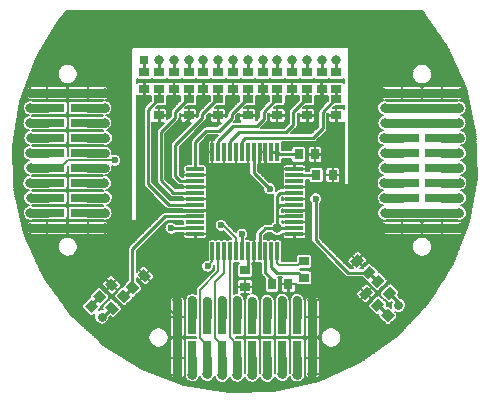
<source format=gtl>
G04 #@! TF.FileFunction,Copper,L1,Top,Signal*
%FSLAX46Y46*%
G04 Gerber Fmt 4.6, Leading zero omitted, Abs format (unit mm)*
G04 Created by KiCad (PCBNEW 4.0.2+e4-6225~38~ubuntu14.04.1-stable) date Sun 12 Jun 2016 22:21:37 BST*
%MOMM*%
G01*
G04 APERTURE LIST*
%ADD10C,0.100000*%
%ADD11R,1.500000X0.300000*%
%ADD12R,0.300000X1.500000*%
%ADD13C,0.800000*%
%ADD14R,0.800000X0.800000*%
%ADD15O,0.800000X0.800000*%
%ADD16R,2.920000X0.740000*%
%ADD17R,0.740000X2.920000*%
%ADD18R,0.900000X0.750000*%
%ADD19R,0.750000X0.900000*%
%ADD20C,0.600000*%
%ADD21C,0.800000*%
%ADD22C,0.700000*%
%ADD23C,0.200000*%
%ADD24C,0.280000*%
%ADD25C,0.250000*%
%ADD26C,0.740000*%
G04 APERTURE END LIST*
D10*
D11*
X104200000Y-106250000D03*
X104200000Y-105750000D03*
X104200000Y-105250000D03*
X104200000Y-104750000D03*
X104200000Y-104250000D03*
X104200000Y-103750000D03*
X104200000Y-103250000D03*
X104200000Y-102750000D03*
X104200000Y-102250000D03*
X104200000Y-101750000D03*
X104200000Y-101250000D03*
X104200000Y-100750000D03*
D12*
X102750000Y-99300000D03*
X102250000Y-99300000D03*
X101750000Y-99300000D03*
X101250000Y-99300000D03*
X100750000Y-99300000D03*
X100250000Y-99300000D03*
X99750000Y-99300000D03*
X99250000Y-99300000D03*
X98750000Y-99300000D03*
X98250000Y-99300000D03*
X97750000Y-99300000D03*
X97250000Y-99300000D03*
D11*
X95800000Y-100750000D03*
X95800000Y-101250000D03*
X95800000Y-101750000D03*
X95800000Y-102250000D03*
X95800000Y-102750000D03*
X95800000Y-103250000D03*
X95800000Y-103750000D03*
X95800000Y-104250000D03*
X95800000Y-104750000D03*
X95800000Y-105250000D03*
X95800000Y-105750000D03*
X95800000Y-106250000D03*
D12*
X97250000Y-107700000D03*
X97750000Y-107700000D03*
X98250000Y-107700000D03*
X98750000Y-107700000D03*
X99250000Y-107700000D03*
X99750000Y-107700000D03*
X100250000Y-107700000D03*
X100750000Y-107700000D03*
X101250000Y-107700000D03*
X101750000Y-107700000D03*
X102250000Y-107700000D03*
X102750000Y-107700000D03*
D10*
G36*
X112116117Y-113699568D02*
X111550432Y-113133883D01*
X112116117Y-112568198D01*
X112681802Y-113133883D01*
X112116117Y-113699568D01*
X112116117Y-113699568D01*
G37*
D13*
X113000000Y-112250000D02*
X113000000Y-112250000D01*
D10*
G36*
X86450432Y-112366117D02*
X87016117Y-111800432D01*
X87581802Y-112366117D01*
X87016117Y-112931802D01*
X86450432Y-112366117D01*
X86450432Y-112366117D01*
G37*
D13*
X87900000Y-113250000D02*
X87900000Y-113250000D01*
D14*
X91500000Y-91500000D03*
D15*
X92750000Y-91500000D03*
X94000000Y-91500000D03*
X95250000Y-91500000D03*
X96500000Y-91500000D03*
X97750000Y-91500000D03*
X99000000Y-91500000D03*
X100250000Y-91500000D03*
X101500000Y-91500000D03*
X102750000Y-91500000D03*
X104000000Y-91500000D03*
X105250000Y-91500000D03*
X106500000Y-91500000D03*
X107750000Y-91500000D03*
D16*
X83285000Y-94285000D03*
X86715000Y-94285000D03*
X83285000Y-95555000D03*
X86715000Y-95555000D03*
X83285000Y-96825000D03*
X86715000Y-96825000D03*
X83285000Y-98095000D03*
X86715000Y-98095000D03*
X83285000Y-99365000D03*
X86715000Y-99365000D03*
X83285000Y-100635000D03*
X86715000Y-100635000D03*
X83285000Y-101905000D03*
X86715000Y-101905000D03*
X83285000Y-103175000D03*
X86715000Y-103175000D03*
X83285000Y-104445000D03*
X86715000Y-104445000D03*
X83285000Y-105715000D03*
X86715000Y-105715000D03*
X113285000Y-94285000D03*
X116715000Y-94285000D03*
X113285000Y-95555000D03*
X116715000Y-95555000D03*
X113285000Y-96825000D03*
X116715000Y-96825000D03*
X113285000Y-98095000D03*
X116715000Y-98095000D03*
X113285000Y-99365000D03*
X116715000Y-99365000D03*
X113285000Y-100635000D03*
X116715000Y-100635000D03*
X113285000Y-101905000D03*
X116715000Y-101905000D03*
X113285000Y-103175000D03*
X116715000Y-103175000D03*
X113285000Y-104445000D03*
X116715000Y-104445000D03*
X113285000Y-105715000D03*
X116715000Y-105715000D03*
D17*
X94285000Y-116715000D03*
X94285000Y-113285000D03*
X95555000Y-116715000D03*
X95555000Y-113285000D03*
X96825000Y-116715000D03*
X96825000Y-113285000D03*
X98095000Y-116715000D03*
X98095000Y-113285000D03*
X99365000Y-116715000D03*
X99365000Y-113285000D03*
X100635000Y-116715000D03*
X100635000Y-113285000D03*
X101905000Y-116715000D03*
X101905000Y-113285000D03*
X103175000Y-116715000D03*
X103175000Y-113285000D03*
X104445000Y-116715000D03*
X104445000Y-113285000D03*
X105715000Y-116715000D03*
X105715000Y-113285000D03*
D18*
X91500000Y-93950000D03*
X91500000Y-92550000D03*
X92750000Y-93950000D03*
X92750000Y-92550000D03*
X101500000Y-93950000D03*
X101500000Y-92550000D03*
X102750000Y-93950000D03*
X102750000Y-92550000D03*
X94000000Y-93950000D03*
X94000000Y-92550000D03*
X95250000Y-93950000D03*
X95250000Y-92550000D03*
X104000000Y-93950000D03*
X104000000Y-92550000D03*
X105250000Y-93950000D03*
X105250000Y-92550000D03*
X96500000Y-93950000D03*
X96500000Y-92550000D03*
X97750000Y-93950000D03*
X97750000Y-92550000D03*
X106500000Y-93950000D03*
X106500000Y-92550000D03*
X107750000Y-93950000D03*
X107750000Y-92550000D03*
D10*
G36*
X88661612Y-109951992D02*
X89298008Y-110588388D01*
X88767678Y-111118718D01*
X88131282Y-110482322D01*
X88661612Y-109951992D01*
X88661612Y-109951992D01*
G37*
G36*
X87671662Y-110941942D02*
X88308058Y-111578338D01*
X87777728Y-112108668D01*
X87141332Y-111472272D01*
X87671662Y-110941942D01*
X87671662Y-110941942D01*
G37*
G36*
X89691942Y-110921662D02*
X90328338Y-111558058D01*
X89798008Y-112088388D01*
X89161612Y-111451992D01*
X89691942Y-110921662D01*
X89691942Y-110921662D01*
G37*
G36*
X88701992Y-111911612D02*
X89338388Y-112548008D01*
X88808058Y-113078338D01*
X88171662Y-112441942D01*
X88701992Y-111911612D01*
X88701992Y-111911612D01*
G37*
D18*
X99000000Y-93950000D03*
X99000000Y-92550000D03*
X100250000Y-93950000D03*
X100250000Y-92550000D03*
D10*
G36*
X109671662Y-111308058D02*
X110308058Y-110671662D01*
X110838388Y-111201992D01*
X110201992Y-111838388D01*
X109671662Y-111308058D01*
X109671662Y-111308058D01*
G37*
G36*
X110661612Y-112298008D02*
X111298008Y-111661612D01*
X111828338Y-112191942D01*
X111191942Y-112828338D01*
X110661612Y-112298008D01*
X110661612Y-112298008D01*
G37*
G36*
X110671662Y-110308058D02*
X111308058Y-109671662D01*
X111838388Y-110201992D01*
X111201992Y-110838388D01*
X110671662Y-110308058D01*
X110671662Y-110308058D01*
G37*
G36*
X111661612Y-111298008D02*
X112298008Y-110661612D01*
X112828338Y-111191942D01*
X112191942Y-111828338D01*
X111661612Y-111298008D01*
X111661612Y-111298008D01*
G37*
D18*
X92750000Y-96200000D03*
X92750000Y-94800000D03*
X102750000Y-96200000D03*
X102750000Y-94800000D03*
X95250000Y-96200000D03*
X95250000Y-94800000D03*
X105250000Y-96200000D03*
X105250000Y-94800000D03*
X97750000Y-96200000D03*
X97750000Y-94800000D03*
X107750000Y-96200000D03*
X107750000Y-94800000D03*
D10*
G36*
X91441942Y-109171662D02*
X92078338Y-109808058D01*
X91548008Y-110338388D01*
X90911612Y-109701992D01*
X91441942Y-109171662D01*
X91441942Y-109171662D01*
G37*
G36*
X90451992Y-110161612D02*
X91088388Y-110798008D01*
X90558058Y-111328338D01*
X89921662Y-110691942D01*
X90451992Y-110161612D01*
X90451992Y-110161612D01*
G37*
D18*
X100250000Y-96200000D03*
X100250000Y-94800000D03*
D10*
G36*
X108921662Y-108558058D02*
X109558058Y-107921662D01*
X110088388Y-108451992D01*
X109451992Y-109088388D01*
X108921662Y-108558058D01*
X108921662Y-108558058D01*
G37*
G36*
X109911612Y-109548008D02*
X110548008Y-108911612D01*
X111078338Y-109441942D01*
X110441942Y-110078338D01*
X109911612Y-109548008D01*
X109911612Y-109548008D01*
G37*
D19*
X102300000Y-110500000D03*
X103700000Y-110500000D03*
D18*
X105000000Y-108550000D03*
X105000000Y-109950000D03*
X100000000Y-110700000D03*
X100000000Y-109300000D03*
D19*
X107450000Y-101250000D03*
X106050000Y-101250000D03*
X105950000Y-99500000D03*
X104550000Y-99500000D03*
D20*
X104050000Y-107500000D03*
X96200000Y-107080000D03*
X102400000Y-101100000D03*
X100800000Y-102600000D03*
X100800000Y-104000000D03*
X99100000Y-104000000D03*
X97400000Y-104000000D03*
X97400000Y-102600000D03*
X99100000Y-102600000D03*
X99100000Y-101000000D03*
X97400000Y-101000000D03*
X92500000Y-97100000D03*
X105250000Y-97250000D03*
X91500000Y-95000000D03*
X93500000Y-99500000D03*
X93500000Y-99500000D03*
X92250000Y-104250000D03*
X107750000Y-99500000D03*
X107750000Y-97500000D03*
X106500000Y-95000000D03*
X104000000Y-95000000D03*
X101500000Y-95000000D03*
X99000000Y-95000000D03*
X96500000Y-95000000D03*
X94000000Y-95000000D03*
X95000000Y-99500000D03*
X117500000Y-92500000D03*
X112500000Y-92500000D03*
X115000000Y-90000000D03*
X112500000Y-90000000D03*
X110000000Y-90000000D03*
X110000000Y-92500000D03*
X110000000Y-95000000D03*
X110000000Y-97500000D03*
X110000000Y-100000000D03*
X107500000Y-102500000D03*
X110000000Y-102500000D03*
X110000000Y-105000000D03*
X107500000Y-105000000D03*
X117500000Y-107500000D03*
X112500000Y-107500000D03*
X115000000Y-110000000D03*
X110000000Y-115000000D03*
X107500000Y-117500000D03*
X107500000Y-112500000D03*
X82500000Y-107500000D03*
X87500000Y-110000000D03*
X92500000Y-112500000D03*
X92500000Y-117500000D03*
X92500000Y-107500000D03*
X95000000Y-110000000D03*
X90000000Y-115000000D03*
X85000000Y-110000000D03*
X87500000Y-107500000D03*
X90000000Y-106000000D03*
X90000000Y-97500000D03*
X90000000Y-95000000D03*
X90000000Y-90000000D03*
X87500000Y-90000000D03*
X85000000Y-90000000D03*
X82500000Y-92500000D03*
X87500000Y-92500000D03*
D21*
X118185000Y-94285000D03*
X118185000Y-105715000D03*
X111815000Y-105715000D03*
X111815000Y-94285000D03*
X94285000Y-111815000D03*
X105715000Y-111815000D03*
X105715000Y-118085000D03*
X94285000Y-118185000D03*
X88185000Y-94285000D03*
X88185000Y-105715000D03*
X81815000Y-105715000D03*
X81815000Y-94285000D03*
X102750000Y-105750000D03*
D20*
X88980000Y-100000000D03*
D21*
X81865000Y-100635000D03*
D20*
X106000000Y-103250000D03*
X102100000Y-102400000D03*
X93750000Y-105750000D03*
X96850000Y-108950000D03*
D21*
X103175000Y-118125000D03*
X96825000Y-118125000D03*
X98095000Y-118195000D03*
X99365000Y-118165000D03*
D20*
X98000000Y-105500000D03*
D21*
X104445000Y-118155000D03*
D20*
X99750000Y-106250000D03*
D21*
X81845000Y-95555000D03*
X88145000Y-95555000D03*
X81825000Y-96825000D03*
X88125000Y-96825000D03*
X81905000Y-98095000D03*
X88195000Y-98095000D03*
X81835000Y-99365000D03*
D22*
X88165000Y-99365000D03*
X88165000Y-100635000D03*
D21*
X81805000Y-101905000D03*
X88105000Y-101905000D03*
X81875000Y-103175000D03*
X88175000Y-103175000D03*
X81845000Y-104445000D03*
X88155000Y-104445000D03*
X118145000Y-95555000D03*
X111845000Y-95555000D03*
X118125000Y-96825000D03*
X111875000Y-96825000D03*
X111805000Y-98095000D03*
X118195000Y-98095000D03*
X111835000Y-99365000D03*
X118165000Y-99365000D03*
X111865000Y-100635000D03*
X118165000Y-100635000D03*
X111805000Y-101905000D03*
X118195000Y-101905000D03*
X111825000Y-103175000D03*
X118175000Y-103175000D03*
X118155000Y-104445000D03*
X111855000Y-104445000D03*
X95555000Y-118145000D03*
D22*
X95555000Y-111855000D03*
X96825000Y-111875000D03*
X98095000Y-111805000D03*
X99365000Y-111835000D03*
D21*
X100635000Y-118165000D03*
D22*
X100635000Y-111865000D03*
D21*
X101905000Y-118195000D03*
D22*
X101905000Y-111895000D03*
X103175000Y-111825000D03*
X104445000Y-111845000D03*
D23*
X104200000Y-107350000D02*
X104050000Y-107500000D01*
X104200000Y-106250000D02*
X104200000Y-107350000D01*
D24*
X95800000Y-106250000D02*
X95800000Y-106680000D01*
X95800000Y-106680000D02*
X96200000Y-107080000D01*
D23*
X104200000Y-100750000D02*
X102750000Y-100750000D01*
X102750000Y-100750000D02*
X102400000Y-101100000D01*
X100800000Y-104000000D02*
X100800000Y-102600000D01*
X97400000Y-104000000D02*
X99000000Y-104000000D01*
X99000000Y-102600000D02*
X97400000Y-102600000D01*
X95800000Y-101250000D02*
X97150000Y-101250000D01*
X97150000Y-101250000D02*
X97400000Y-101000000D01*
D25*
X105250000Y-97250000D02*
X105250000Y-96200000D01*
X92800000Y-96800000D02*
X92750000Y-96750000D01*
X92750000Y-96750000D02*
X92750000Y-96200000D01*
X92500000Y-97100000D02*
X92800000Y-96800000D01*
X107750000Y-97500000D02*
X107750000Y-99500000D01*
X107750000Y-96200000D02*
X107750000Y-97500000D01*
X106500000Y-95000000D02*
X106500000Y-93950000D01*
X104000000Y-95000000D02*
X104000000Y-93950000D01*
X101500000Y-95000000D02*
X101500000Y-93950000D01*
X99000000Y-95000000D02*
X99000000Y-93950000D01*
X91500000Y-95000000D02*
X91500000Y-93950000D01*
X94000000Y-95000000D02*
X94000000Y-93950000D01*
X96500000Y-95000000D02*
X96500000Y-93950000D01*
X97500000Y-97000000D02*
X97750000Y-96750000D01*
X97750000Y-96750000D02*
X97750000Y-96200000D01*
X96500000Y-97000000D02*
X97500000Y-97000000D01*
X95000000Y-98500000D02*
X96500000Y-97000000D01*
X95000000Y-99500000D02*
X95000000Y-98500000D01*
X93500000Y-98250000D02*
X95250000Y-96500000D01*
X95250000Y-96500000D02*
X95250000Y-96200000D01*
X93500000Y-99500000D02*
X93500000Y-98250000D01*
X95800000Y-104250000D02*
X92250000Y-104250000D01*
D23*
X90000000Y-106000000D02*
X89570000Y-106000000D01*
X89570000Y-106000000D02*
X89285000Y-105715000D01*
X117500000Y-107500000D02*
X115000000Y-110000000D01*
X105715000Y-118085000D02*
X106915000Y-118085000D01*
X106915000Y-118085000D02*
X107500000Y-117500000D01*
X105715000Y-111815000D02*
X106815000Y-111815000D01*
X106815000Y-111815000D02*
X107500000Y-112500000D01*
X94285000Y-118185000D02*
X93185000Y-118185000D01*
X93185000Y-118185000D02*
X92500000Y-117500000D01*
X81815000Y-105715000D02*
X81815000Y-106815000D01*
X81815000Y-106815000D02*
X82500000Y-107500000D01*
X88185000Y-105715000D02*
X88185000Y-106815000D01*
X88185000Y-106815000D02*
X87500000Y-107500000D01*
X81815000Y-94285000D02*
X81815000Y-93185000D01*
X81815000Y-93185000D02*
X82500000Y-92500000D01*
X82500000Y-92500000D02*
X85000000Y-90000000D01*
X87500000Y-90000000D02*
X87500000Y-92500000D01*
X85000000Y-90000000D02*
X87500000Y-90000000D01*
X90000000Y-90000000D02*
X90000000Y-92500000D01*
X90000000Y-95000000D02*
X90000000Y-97500000D01*
X90000000Y-92500000D02*
X90000000Y-95000000D01*
X87500000Y-92500000D02*
X90000000Y-92500000D01*
X88185000Y-105715000D02*
X89285000Y-105715000D01*
X87500000Y-110000000D02*
X87500000Y-107500000D01*
X85000000Y-110000000D02*
X87500000Y-110000000D01*
X95000000Y-107500000D02*
X92500000Y-107500000D01*
X95000000Y-110000000D02*
X95000000Y-107500000D01*
X95000000Y-110000000D02*
X94285000Y-110715000D01*
X94285000Y-110715000D02*
X94285000Y-111815000D01*
X90000000Y-115000000D02*
X92500000Y-117500000D01*
X92500000Y-112500000D02*
X93500000Y-112500000D01*
X93500000Y-112500000D02*
X94285000Y-113285000D01*
X107500000Y-112500000D02*
X110000000Y-115000000D01*
X111815000Y-105715000D02*
X110715000Y-105715000D01*
X110715000Y-105715000D02*
X110000000Y-105000000D01*
X112500000Y-107500000D02*
X115000000Y-110000000D01*
X111815000Y-105715000D02*
X111815000Y-106815000D01*
X111815000Y-106815000D02*
X112500000Y-107500000D01*
X109500000Y-102500000D02*
X110000000Y-102500000D01*
X107500000Y-102500000D02*
X109500000Y-102500000D01*
X110000000Y-105000000D02*
X107500000Y-105000000D01*
X110000000Y-102000000D02*
X110000000Y-102500000D01*
X110000000Y-100000000D02*
X110000000Y-102000000D01*
X110000000Y-102000000D02*
X110000000Y-105000000D01*
X110000000Y-97500000D02*
X110000000Y-100000000D01*
X110000000Y-95000000D02*
X110000000Y-97500000D01*
X110000000Y-92500000D02*
X110000000Y-95000000D01*
X110000000Y-90000000D02*
X110000000Y-92500000D01*
X112500000Y-92500000D02*
X110000000Y-92500000D01*
X112500000Y-90000000D02*
X112500000Y-92500000D01*
X115000000Y-90000000D02*
X112500000Y-90000000D01*
X117500000Y-92500000D02*
X115000000Y-90000000D01*
D26*
X116715000Y-94285000D02*
X113285000Y-94285000D01*
X116715000Y-94285000D02*
X118185000Y-94285000D01*
X116715000Y-105715000D02*
X118185000Y-105715000D01*
X113285000Y-105715000D02*
X116715000Y-105715000D01*
X113285000Y-105715000D02*
X111815000Y-105715000D01*
X113285000Y-94285000D02*
X111815000Y-94285000D01*
X94285000Y-113285000D02*
X94285000Y-116715000D01*
X94285000Y-113285000D02*
X94285000Y-111815000D01*
X105715000Y-113285000D02*
X105715000Y-111815000D01*
X105715000Y-116715000D02*
X105715000Y-113285000D01*
X105715000Y-116715000D02*
X105715000Y-118085000D01*
X94285000Y-116715000D02*
X94285000Y-118185000D01*
X86715000Y-94285000D02*
X83285000Y-94285000D01*
X86715000Y-94285000D02*
X88185000Y-94285000D01*
X86715000Y-105715000D02*
X88185000Y-105715000D01*
X83285000Y-105715000D02*
X86715000Y-105715000D01*
X83285000Y-105715000D02*
X81815000Y-105715000D01*
X83285000Y-94285000D02*
X81815000Y-94285000D01*
D23*
X83285000Y-100635000D02*
X84375000Y-100635000D01*
X84375000Y-100635000D02*
X85010000Y-100000000D01*
X85010000Y-100000000D02*
X88555736Y-100000000D01*
X88555736Y-100000000D02*
X88980000Y-100000000D01*
D24*
X102750000Y-105750000D02*
X101750000Y-105750000D01*
X104200000Y-105750000D02*
X102750000Y-105750000D01*
X102750000Y-104750000D02*
X102750000Y-105750000D01*
X103000000Y-102750000D02*
X102750000Y-103000000D01*
X102750000Y-103000000D02*
X102750000Y-104000000D01*
X104200000Y-102750000D02*
X103000000Y-102750000D01*
X102750000Y-104000000D02*
X103000000Y-103750000D01*
X103000000Y-103750000D02*
X104200000Y-103750000D01*
X102750000Y-104750000D02*
X102750000Y-104000000D01*
X102750000Y-104750000D02*
X104200000Y-104750000D01*
X101750000Y-105750000D02*
X101250000Y-106250000D01*
X101250000Y-106250000D02*
X101250000Y-107700000D01*
D26*
X83285000Y-100635000D02*
X81865000Y-100635000D01*
D24*
X104200000Y-101250000D02*
X106000000Y-101250000D01*
D25*
X102250000Y-99300000D02*
X102750000Y-99300000D01*
D24*
X102750000Y-99300000D02*
X102950000Y-99500000D01*
X102950000Y-99500000D02*
X104500000Y-99500000D01*
D25*
X100750000Y-99300000D02*
X100750000Y-101050000D01*
X100750000Y-101050000D02*
X102100000Y-102400000D01*
X106000000Y-106750000D02*
X106000000Y-103250000D01*
X108000000Y-108750000D02*
X106000000Y-106750000D01*
X108780330Y-109530330D02*
X108000000Y-108750000D01*
X110530330Y-109530330D02*
X108780330Y-109530330D01*
X111219670Y-110219670D02*
X110530330Y-109530330D01*
X99750000Y-99300000D02*
X99750000Y-98350000D01*
X99750000Y-98350000D02*
X100000000Y-98100000D01*
X106600000Y-95900000D02*
X106600000Y-97300000D01*
X107750000Y-94750000D02*
X106600000Y-95900000D01*
X106600000Y-97300000D02*
X105800000Y-98100000D01*
X105800000Y-98100000D02*
X104700000Y-98100000D01*
X100000000Y-98100000D02*
X104700000Y-98100000D01*
D23*
X104700000Y-98100000D02*
X105000000Y-98100000D01*
D24*
X107750000Y-94000000D02*
X107750000Y-94750000D01*
D25*
X104100000Y-95900000D02*
X105250000Y-94750000D01*
X104100000Y-97000000D02*
X104100000Y-95900000D01*
X103500000Y-97600000D02*
X104100000Y-97000000D01*
X99500000Y-97600000D02*
X103500000Y-97600000D01*
X98750000Y-98350000D02*
X99500000Y-97600000D01*
X98750000Y-99300000D02*
X98750000Y-98350000D01*
D24*
X105250000Y-94000000D02*
X105250000Y-94750000D01*
D25*
X101600000Y-96500000D02*
X101600000Y-95900000D01*
X101600000Y-95900000D02*
X102750000Y-94750000D01*
X101000000Y-97100000D02*
X101600000Y-96500000D01*
X99000000Y-97100000D02*
X101000000Y-97100000D01*
X97750000Y-98350000D02*
X99000000Y-97100000D01*
X97750000Y-99300000D02*
X97750000Y-98350000D01*
D24*
X102750000Y-94000000D02*
X102750000Y-94750000D01*
D25*
X95800000Y-99000000D02*
X95800000Y-98450000D01*
X95800000Y-98450000D02*
X96750000Y-97500000D01*
X96750000Y-97500000D02*
X97800000Y-97500000D01*
X97800000Y-97500000D02*
X98900000Y-96400000D01*
X98900000Y-96400000D02*
X98900000Y-96100000D01*
X98900000Y-96100000D02*
X100250000Y-94750000D01*
X95800000Y-100750000D02*
X95800000Y-99000000D01*
X95800000Y-99000000D02*
X95800000Y-98950000D01*
D24*
X100250000Y-94000000D02*
X100250000Y-94750000D01*
D25*
X96400000Y-96400000D02*
X96400000Y-96100000D01*
X96400000Y-96100000D02*
X97750000Y-94750000D01*
X94100000Y-98700000D02*
X96400000Y-96400000D01*
X94100000Y-101300000D02*
X94100000Y-98700000D01*
X94550000Y-101750000D02*
X94100000Y-101300000D01*
X95800000Y-101750000D02*
X94550000Y-101750000D01*
D24*
X97750000Y-94000000D02*
X97750000Y-94750000D01*
D25*
X94100000Y-96400000D02*
X94100000Y-95900000D01*
X94100000Y-95900000D02*
X95250000Y-94750000D01*
X92900000Y-97600000D02*
X94100000Y-96400000D01*
X92900000Y-101700000D02*
X92900000Y-97600000D01*
X93950000Y-102750000D02*
X92900000Y-101700000D01*
X95800000Y-102750000D02*
X93950000Y-102750000D01*
D24*
X95250000Y-94000000D02*
X95250000Y-94750000D01*
D25*
X91800000Y-102000000D02*
X91800000Y-95700000D01*
X91800000Y-95700000D02*
X92750000Y-94750000D01*
X93550000Y-103750000D02*
X91800000Y-102000000D01*
X95800000Y-103750000D02*
X93550000Y-103750000D01*
D24*
X92750000Y-94000000D02*
X92750000Y-94750000D01*
D25*
X90469670Y-107530330D02*
X93250000Y-104750000D01*
X93250000Y-104750000D02*
X95800000Y-104750000D01*
X90469670Y-110780330D02*
X90469670Y-107530330D01*
D24*
X89780330Y-111469670D02*
X90469670Y-110780330D01*
D25*
X93750000Y-105750000D02*
X95800000Y-105750000D01*
D23*
X97250000Y-108550000D02*
X96850000Y-108950000D01*
X97250000Y-107700000D02*
X97250000Y-108550000D01*
D26*
X103175000Y-116715000D02*
X103175000Y-118125000D01*
D23*
X96197999Y-110952001D02*
X96204999Y-110959001D01*
X96204999Y-110959001D02*
X96204999Y-115004999D01*
X96204999Y-115004999D02*
X96825000Y-115625000D01*
X96825000Y-115625000D02*
X96825000Y-116715000D01*
X96197999Y-110952001D02*
X97750000Y-109400000D01*
X97750000Y-109400000D02*
X97750000Y-107700000D01*
D26*
X96825000Y-116715000D02*
X96825000Y-118125000D01*
D23*
X97467999Y-110332001D02*
X97467999Y-114997999D01*
X97467999Y-114997999D02*
X98095000Y-115625000D01*
X98095000Y-115625000D02*
X98095000Y-116715000D01*
X97467999Y-110332001D02*
X98250000Y-109550000D01*
X98250000Y-109550000D02*
X98250000Y-107700000D01*
X98095000Y-115645000D02*
X98095000Y-116715000D01*
D26*
X98095000Y-116715000D02*
X98095000Y-118195000D01*
D23*
X99365000Y-116715000D02*
X99365000Y-115625000D01*
X99365000Y-115625000D02*
X98715010Y-114975010D01*
X98715010Y-110484990D02*
X98750000Y-110450000D01*
X98750000Y-110450000D02*
X98750000Y-107700000D01*
X98715010Y-114975010D02*
X98715010Y-110484990D01*
X98737999Y-107712001D02*
X98750000Y-107700000D01*
X98700000Y-107750000D02*
X98750000Y-107700000D01*
D26*
X99365000Y-116715000D02*
X99365000Y-118165000D01*
D23*
X98000000Y-105500000D02*
X98150000Y-105500000D01*
X98150000Y-105500000D02*
X99250000Y-106600000D01*
X99250000Y-106600000D02*
X99250000Y-107700000D01*
D26*
X104445000Y-116715000D02*
X104445000Y-118155000D01*
D25*
X99750000Y-106250000D02*
X99750000Y-107700000D01*
D24*
X100250000Y-107700000D02*
X100250000Y-109000000D01*
X100250000Y-109000000D02*
X100000000Y-109250000D01*
D25*
X101750000Y-109500000D02*
X102250000Y-110000000D01*
X102250000Y-110000000D02*
X102250000Y-110500000D01*
X101750000Y-107700000D02*
X101750000Y-109500000D01*
X102750000Y-109500000D02*
X104500000Y-109500000D01*
X104500000Y-109500000D02*
X105000000Y-110000000D01*
X102250000Y-109000000D02*
X102750000Y-109500000D01*
X102250000Y-107700000D02*
X102250000Y-109000000D01*
D23*
X104500000Y-108850000D02*
X102900000Y-108850000D01*
X102900000Y-108850000D02*
X102750000Y-108700000D01*
X104800000Y-108550000D02*
X104500000Y-108850000D01*
X105000000Y-108550000D02*
X104800000Y-108550000D01*
X102750000Y-108200000D02*
X102750000Y-108700000D01*
X102750000Y-107700000D02*
X102750000Y-108200000D01*
D26*
X83285000Y-95555000D02*
X81845000Y-95555000D01*
X86715000Y-95555000D02*
X88145000Y-95555000D01*
X83285000Y-96825000D02*
X81825000Y-96825000D01*
X86715000Y-96825000D02*
X88125000Y-96825000D01*
X83285000Y-98095000D02*
X81905000Y-98095000D01*
X86715000Y-98095000D02*
X88195000Y-98095000D01*
X83285000Y-99365000D02*
X81835000Y-99365000D01*
X86715000Y-99365000D02*
X88165000Y-99365000D01*
X86715000Y-100635000D02*
X88165000Y-100635000D01*
X83285000Y-101905000D02*
X81805000Y-101905000D01*
X86715000Y-101905000D02*
X88105000Y-101905000D01*
X83285000Y-103175000D02*
X81875000Y-103175000D01*
X86715000Y-103175000D02*
X88175000Y-103175000D01*
X83285000Y-104445000D02*
X81845000Y-104445000D01*
X86715000Y-104445000D02*
X88155000Y-104445000D01*
X113285000Y-95555000D02*
X116715000Y-95555000D01*
X116715000Y-95555000D02*
X118145000Y-95555000D01*
X113285000Y-95555000D02*
X111845000Y-95555000D01*
X113285000Y-96825000D02*
X116715000Y-96825000D01*
X116715000Y-96825000D02*
X118125000Y-96825000D01*
X113285000Y-96825000D02*
X111875000Y-96825000D01*
X113285000Y-98095000D02*
X111805000Y-98095000D01*
X116715000Y-98095000D02*
X118195000Y-98095000D01*
X113285000Y-99365000D02*
X111835000Y-99365000D01*
X116715000Y-99365000D02*
X118165000Y-99365000D01*
X113285000Y-100635000D02*
X111865000Y-100635000D01*
X116715000Y-100635000D02*
X118165000Y-100635000D01*
X113285000Y-101905000D02*
X111805000Y-101905000D01*
X116715000Y-101905000D02*
X118195000Y-101905000D01*
X113285000Y-103175000D02*
X111825000Y-103175000D01*
X116715000Y-103175000D02*
X118175000Y-103175000D01*
X113285000Y-104445000D02*
X116715000Y-104445000D01*
X116715000Y-104445000D02*
X118155000Y-104445000D01*
X113285000Y-104445000D02*
X111855000Y-104445000D01*
X95555000Y-116715000D02*
X95555000Y-118145000D01*
X95555000Y-113285000D02*
X95555000Y-111855000D01*
X96825000Y-113285000D02*
X96825000Y-111875000D01*
X98095000Y-113285000D02*
X98095000Y-111805000D01*
X99365000Y-113285000D02*
X99365000Y-111835000D01*
X100635000Y-116715000D02*
X100635000Y-118165000D01*
X100635000Y-113285000D02*
X100635000Y-111865000D01*
X101905000Y-116715000D02*
X101905000Y-118195000D01*
X101905000Y-113285000D02*
X101905000Y-111895000D01*
X103175000Y-113285000D02*
X103175000Y-111825000D01*
X104445000Y-113285000D02*
X104445000Y-111845000D01*
D25*
X113000000Y-112250000D02*
X113000000Y-112000000D01*
X113000000Y-112000000D02*
X112280330Y-111280330D01*
X112116117Y-113133883D02*
X112116117Y-113116117D01*
X112116117Y-113116117D02*
X111280330Y-112280330D01*
D24*
X107750000Y-91500000D02*
X107750000Y-92500000D01*
X106500000Y-91500000D02*
X106500000Y-92500000D01*
X105250000Y-91500000D02*
X105250000Y-92500000D01*
X104000000Y-91500000D02*
X104000000Y-92500000D01*
X102750000Y-91500000D02*
X102750000Y-92500000D01*
X101500000Y-91500000D02*
X101500000Y-92500000D01*
X100250000Y-91500000D02*
X100250000Y-92500000D01*
X99000000Y-91500000D02*
X99000000Y-92500000D01*
X97750000Y-91500000D02*
X97750000Y-92500000D01*
X96500000Y-92500000D02*
X96500000Y-91500000D01*
X95250000Y-92500000D02*
X95250000Y-91500000D01*
X94000000Y-92500000D02*
X94000000Y-91500000D01*
X92750000Y-92500000D02*
X92750000Y-91500000D01*
X91500000Y-92500000D02*
X91500000Y-91500000D01*
X87900000Y-113250000D02*
X88000000Y-113250000D01*
X88000000Y-113250000D02*
X88719670Y-112530330D01*
X87016117Y-112366117D02*
X87016117Y-112233883D01*
X87016117Y-112233883D02*
X87689340Y-111560660D01*
D23*
X115030596Y-87325000D02*
X84955714Y-87325000D01*
X115134831Y-87474200D02*
X84835754Y-87474200D01*
X115239066Y-87623400D02*
X84715794Y-87623400D01*
X115343301Y-87772600D02*
X84595834Y-87772600D01*
X115447536Y-87921800D02*
X84475874Y-87921800D01*
X115551771Y-88071000D02*
X84355914Y-88071000D01*
X115656006Y-88220200D02*
X84252606Y-88220200D01*
X115760241Y-88369400D02*
X84161316Y-88369400D01*
X115864476Y-88518600D02*
X84070026Y-88518600D01*
X115968711Y-88667800D02*
X83978737Y-88667800D01*
X116072946Y-88817000D02*
X83887447Y-88817000D01*
X116177181Y-88966200D02*
X83796157Y-88966200D01*
X116281416Y-89115400D02*
X83704868Y-89115400D01*
X116385651Y-89264600D02*
X83613578Y-89264600D01*
X116489886Y-89413800D02*
X83522288Y-89413800D01*
X116594121Y-89563000D02*
X83430998Y-89563000D01*
X116698356Y-89712200D02*
X83339709Y-89712200D01*
X116802591Y-89861400D02*
X83248419Y-89861400D01*
X116906826Y-90010600D02*
X83157129Y-90010600D01*
X117011061Y-90159800D02*
X83065840Y-90159800D01*
X117115296Y-90309000D02*
X82974550Y-90309000D01*
X90409857Y-90458200D02*
X82883260Y-90458200D01*
X117194100Y-90458200D02*
X108839652Y-90458200D01*
X90400000Y-90607400D02*
X82791971Y-90607400D01*
X117259716Y-90607400D02*
X108850000Y-90607400D01*
X90400000Y-90756600D02*
X82700681Y-90756600D01*
X117325332Y-90756600D02*
X108850000Y-90756600D01*
X90400000Y-90905800D02*
X82609391Y-90905800D01*
X117390948Y-90905800D02*
X108850000Y-90905800D01*
X90400000Y-91055000D02*
X82518102Y-91055000D01*
X117456564Y-91055000D02*
X108850000Y-91055000D01*
X90400000Y-91204200D02*
X82426812Y-91204200D01*
X117522180Y-91204200D02*
X108850000Y-91204200D01*
X90400000Y-91353400D02*
X82335522Y-91353400D01*
X117587796Y-91353400D02*
X108850000Y-91353400D01*
X90400000Y-91502600D02*
X82264703Y-91502600D01*
X117653411Y-91502600D02*
X108850000Y-91502600D01*
X90400000Y-91651800D02*
X82209628Y-91651800D01*
X117719027Y-91651800D02*
X108850000Y-91651800D01*
X90400000Y-91801000D02*
X82154553Y-91801000D01*
X117784643Y-91801000D02*
X108850000Y-91801000D01*
X84585775Y-91950200D02*
X82099478Y-91950200D01*
X90400000Y-91950200D02*
X85415902Y-91950200D01*
X114585775Y-91950200D02*
X108850000Y-91950200D01*
X117850259Y-91950200D02*
X115415902Y-91950200D01*
X84393285Y-92099400D02*
X82044403Y-92099400D01*
X90400000Y-92099400D02*
X85606503Y-92099400D01*
X114393285Y-92099400D02*
X108850000Y-92099400D01*
X117915875Y-92099400D02*
X115606503Y-92099400D01*
X84275451Y-92248600D02*
X81989328Y-92248600D01*
X90400000Y-92248600D02*
X85723962Y-92248600D01*
X114275451Y-92248600D02*
X108850000Y-92248600D01*
X117981491Y-92248600D02*
X115723962Y-92248600D01*
X84202558Y-92397800D02*
X81934253Y-92397800D01*
X90400000Y-92397800D02*
X85796913Y-92397800D01*
X114202558Y-92397800D02*
X108850000Y-92397800D01*
X118047107Y-92397800D02*
X115796913Y-92397800D01*
X84162432Y-92547000D02*
X81879179Y-92547000D01*
X90400000Y-92547000D02*
X85837236Y-92547000D01*
X114162432Y-92547000D02*
X108850000Y-92547000D01*
X118112723Y-92547000D02*
X115837236Y-92547000D01*
X84149864Y-92696200D02*
X81824104Y-92696200D01*
X90400000Y-92696200D02*
X85848856Y-92696200D01*
X114149864Y-92696200D02*
X108850000Y-92696200D01*
X118178338Y-92696200D02*
X115848856Y-92696200D01*
X84163368Y-92845400D02*
X81769029Y-92845400D01*
X90400000Y-92845400D02*
X85837528Y-92845400D01*
X114163368Y-92845400D02*
X108850000Y-92845400D01*
X118243954Y-92845400D02*
X115837528Y-92845400D01*
X84204382Y-92994600D02*
X81713954Y-92994600D01*
X90400000Y-92994600D02*
X85797090Y-92994600D01*
X114204382Y-92994600D02*
X108850000Y-92994600D01*
X118309570Y-92994600D02*
X115797090Y-92994600D01*
X84277965Y-93143800D02*
X81658879Y-93143800D01*
X90400000Y-93143800D02*
X85723658Y-93143800D01*
X90930181Y-93143800D02*
X90850000Y-93143800D01*
X92180181Y-93143800D02*
X92069966Y-93143800D01*
X93430181Y-93143800D02*
X93319966Y-93143800D01*
X94680181Y-93143800D02*
X94569966Y-93143800D01*
X95930181Y-93143800D02*
X95819966Y-93143800D01*
X97180181Y-93143800D02*
X97069966Y-93143800D01*
X98430181Y-93143800D02*
X98319966Y-93143800D01*
X99680181Y-93143800D02*
X99569966Y-93143800D01*
X100930181Y-93143800D02*
X100819966Y-93143800D01*
X102180181Y-93143800D02*
X102069966Y-93143800D01*
X103430181Y-93143800D02*
X103319966Y-93143800D01*
X104680181Y-93143800D02*
X104569966Y-93143800D01*
X105930181Y-93143800D02*
X105819966Y-93143800D01*
X107180181Y-93143800D02*
X107069966Y-93143800D01*
X108400000Y-93143800D02*
X108319966Y-93143800D01*
X114277965Y-93143800D02*
X108850000Y-93143800D01*
X118375186Y-93143800D02*
X115723658Y-93143800D01*
X84395791Y-93293000D02*
X81603804Y-93293000D01*
X90400000Y-93293000D02*
X85604654Y-93293000D01*
X108400000Y-93293000D02*
X90850000Y-93293000D01*
X114395791Y-93293000D02*
X108850000Y-93293000D01*
X118440802Y-93293000D02*
X115604654Y-93293000D01*
X84587034Y-93442200D02*
X81548729Y-93442200D01*
X90400000Y-93442200D02*
X85409002Y-93442200D01*
X91510000Y-93442200D02*
X91490000Y-93442200D01*
X94010000Y-93442200D02*
X93990000Y-93442200D01*
X96510000Y-93442200D02*
X96490000Y-93442200D01*
X99010000Y-93442200D02*
X98990000Y-93442200D01*
X101510000Y-93442200D02*
X101490000Y-93442200D01*
X104010000Y-93442200D02*
X103990000Y-93442200D01*
X106510000Y-93442200D02*
X106490000Y-93442200D01*
X114587034Y-93442200D02*
X108850000Y-93442200D01*
X118506418Y-93442200D02*
X115409002Y-93442200D01*
X90400000Y-93591400D02*
X81493654Y-93591400D01*
X91510000Y-93591400D02*
X91490000Y-93591400D01*
X94010000Y-93591400D02*
X93990000Y-93591400D01*
X96510000Y-93591400D02*
X96490000Y-93591400D01*
X99010000Y-93591400D02*
X98990000Y-93591400D01*
X101510000Y-93591400D02*
X101490000Y-93591400D01*
X104010000Y-93591400D02*
X103990000Y-93591400D01*
X106510000Y-93591400D02*
X106490000Y-93591400D01*
X118572034Y-93591400D02*
X108850000Y-93591400D01*
X81645846Y-93740600D02*
X81438579Y-93740600D01*
X83295000Y-93740600D02*
X83275000Y-93740600D01*
X85075846Y-93740600D02*
X84924154Y-93740600D01*
X86725000Y-93740600D02*
X86705000Y-93740600D01*
X90400000Y-93740600D02*
X88354154Y-93740600D01*
X91510000Y-93740600D02*
X91490000Y-93740600D01*
X94010000Y-93740600D02*
X93990000Y-93740600D01*
X96510000Y-93740600D02*
X96490000Y-93740600D01*
X99010000Y-93740600D02*
X98990000Y-93740600D01*
X101510000Y-93740600D02*
X101490000Y-93740600D01*
X104010000Y-93740600D02*
X103990000Y-93740600D01*
X106510000Y-93740600D02*
X106490000Y-93740600D01*
X111645846Y-93740600D02*
X108850000Y-93740600D01*
X113295000Y-93740600D02*
X113275000Y-93740600D01*
X115075846Y-93740600D02*
X114924154Y-93740600D01*
X116725000Y-93740600D02*
X116705000Y-93740600D01*
X118637650Y-93740600D02*
X118354154Y-93740600D01*
X81575115Y-93889800D02*
X81383504Y-93889800D01*
X83295000Y-93889800D02*
X83275000Y-93889800D01*
X85005115Y-93889800D02*
X84994886Y-93889800D01*
X86725000Y-93889800D02*
X86705000Y-93889800D01*
X90400000Y-93889800D02*
X88424886Y-93889800D01*
X91510000Y-93889800D02*
X91490000Y-93889800D01*
X94010000Y-93889800D02*
X93990000Y-93889800D01*
X96510000Y-93889800D02*
X96490000Y-93889800D01*
X99010000Y-93889800D02*
X98990000Y-93889800D01*
X101510000Y-93889800D02*
X101490000Y-93889800D01*
X104010000Y-93889800D02*
X103990000Y-93889800D01*
X106510000Y-93889800D02*
X106490000Y-93889800D01*
X111575115Y-93889800D02*
X108850000Y-93889800D01*
X113295000Y-93889800D02*
X113275000Y-93889800D01*
X115005115Y-93889800D02*
X114994886Y-93889800D01*
X116725000Y-93889800D02*
X116705000Y-93889800D01*
X118700013Y-93889800D02*
X118424886Y-93889800D01*
X81575000Y-94039000D02*
X81328430Y-94039000D01*
X83295000Y-94039000D02*
X83275000Y-94039000D01*
X85005000Y-94039000D02*
X84995000Y-94039000D01*
X86725000Y-94039000D02*
X86705000Y-94039000D01*
X90400000Y-94039000D02*
X88425000Y-94039000D01*
X91510000Y-94039000D02*
X91490000Y-94039000D01*
X94010000Y-94039000D02*
X93990000Y-94039000D01*
X96510000Y-94039000D02*
X96490000Y-94039000D01*
X99010000Y-94039000D02*
X98990000Y-94039000D01*
X101510000Y-94039000D02*
X101490000Y-94039000D01*
X104010000Y-94039000D02*
X103990000Y-94039000D01*
X106510000Y-94039000D02*
X106490000Y-94039000D01*
X111575000Y-94039000D02*
X108850000Y-94039000D01*
X113295000Y-94039000D02*
X113275000Y-94039000D01*
X115005000Y-94039000D02*
X114995000Y-94039000D01*
X116725000Y-94039000D02*
X116705000Y-94039000D01*
X118733196Y-94039000D02*
X118425000Y-94039000D01*
X81575000Y-94188200D02*
X81273355Y-94188200D01*
X83295000Y-94188200D02*
X83275000Y-94188200D01*
X85005000Y-94188200D02*
X84995000Y-94188200D01*
X86725000Y-94188200D02*
X86705000Y-94188200D01*
X90400000Y-94188200D02*
X88425000Y-94188200D01*
X91510000Y-94188200D02*
X91490000Y-94188200D01*
X94010000Y-94188200D02*
X93990000Y-94188200D01*
X96510000Y-94188200D02*
X96490000Y-94188200D01*
X99010000Y-94188200D02*
X98990000Y-94188200D01*
X101510000Y-94188200D02*
X101490000Y-94188200D01*
X104010000Y-94188200D02*
X103990000Y-94188200D01*
X106510000Y-94188200D02*
X106490000Y-94188200D01*
X111575000Y-94188200D02*
X108850000Y-94188200D01*
X113295000Y-94188200D02*
X113275000Y-94188200D01*
X115005000Y-94188200D02*
X114995000Y-94188200D01*
X116725000Y-94188200D02*
X116705000Y-94188200D01*
X118766380Y-94188200D02*
X118425000Y-94188200D01*
X81595100Y-94337400D02*
X81218280Y-94337400D01*
X83295000Y-94337400D02*
X83275000Y-94337400D01*
X85025100Y-94337400D02*
X84974900Y-94337400D01*
X86725000Y-94337400D02*
X86705000Y-94337400D01*
X90400000Y-94337400D02*
X88404900Y-94337400D01*
X91510000Y-94337400D02*
X91490000Y-94337400D01*
X94010000Y-94337400D02*
X93990000Y-94337400D01*
X96510000Y-94337400D02*
X96490000Y-94337400D01*
X99010000Y-94337400D02*
X98990000Y-94337400D01*
X101510000Y-94337400D02*
X101490000Y-94337400D01*
X104010000Y-94337400D02*
X103990000Y-94337400D01*
X106510000Y-94337400D02*
X106490000Y-94337400D01*
X111595100Y-94337400D02*
X108850000Y-94337400D01*
X113295000Y-94337400D02*
X113275000Y-94337400D01*
X115025100Y-94337400D02*
X114974900Y-94337400D01*
X116725000Y-94337400D02*
X116705000Y-94337400D01*
X118799564Y-94337400D02*
X118404900Y-94337400D01*
X81575000Y-94486600D02*
X81163205Y-94486600D01*
X83295000Y-94486600D02*
X83275000Y-94486600D01*
X85005000Y-94486600D02*
X84995000Y-94486600D01*
X86725000Y-94486600D02*
X86705000Y-94486600D01*
X90400000Y-94486600D02*
X88425000Y-94486600D01*
X90858046Y-94486600D02*
X90850000Y-94486600D01*
X91510000Y-94486600D02*
X91490000Y-94486600D01*
X94010000Y-94486600D02*
X93990000Y-94486600D01*
X96510000Y-94486600D02*
X96490000Y-94486600D01*
X99010000Y-94486600D02*
X98990000Y-94486600D01*
X101510000Y-94486600D02*
X101490000Y-94486600D01*
X104010000Y-94486600D02*
X103990000Y-94486600D01*
X106510000Y-94486600D02*
X106490000Y-94486600D01*
X111575000Y-94486600D02*
X108850000Y-94486600D01*
X113295000Y-94486600D02*
X113275000Y-94486600D01*
X115005000Y-94486600D02*
X114995000Y-94486600D01*
X116725000Y-94486600D02*
X116705000Y-94486600D01*
X118832748Y-94486600D02*
X118425000Y-94486600D01*
X81575000Y-94635800D02*
X81108130Y-94635800D01*
X83295000Y-94635800D02*
X83275000Y-94635800D01*
X85005000Y-94635800D02*
X84995000Y-94635800D01*
X86725000Y-94635800D02*
X86705000Y-94635800D01*
X90400000Y-94635800D02*
X88425000Y-94635800D01*
X92048791Y-94635800D02*
X90850000Y-94635800D01*
X94548791Y-94635800D02*
X93451209Y-94635800D01*
X97048791Y-94635800D02*
X95951209Y-94635800D01*
X99548791Y-94635800D02*
X98451209Y-94635800D01*
X102048791Y-94635800D02*
X100951209Y-94635800D01*
X104548791Y-94635800D02*
X103451209Y-94635800D01*
X107048791Y-94635800D02*
X105951209Y-94635800D01*
X111575000Y-94635800D02*
X108850000Y-94635800D01*
X113295000Y-94635800D02*
X113275000Y-94635800D01*
X115005000Y-94635800D02*
X114995000Y-94635800D01*
X116725000Y-94635800D02*
X116705000Y-94635800D01*
X118865932Y-94635800D02*
X118425000Y-94635800D01*
X81611190Y-94785000D02*
X81053056Y-94785000D01*
X83295000Y-94785000D02*
X83275000Y-94785000D01*
X85041190Y-94785000D02*
X84958809Y-94785000D01*
X86725000Y-94785000D02*
X86705000Y-94785000D01*
X90400000Y-94785000D02*
X88388809Y-94785000D01*
X92048791Y-94785000D02*
X90850000Y-94785000D01*
X94548791Y-94785000D02*
X93451209Y-94785000D01*
X97048791Y-94785000D02*
X95951209Y-94785000D01*
X99548791Y-94785000D02*
X98451209Y-94785000D01*
X102048791Y-94785000D02*
X100951209Y-94785000D01*
X104548791Y-94785000D02*
X103451209Y-94785000D01*
X107048791Y-94785000D02*
X105951209Y-94785000D01*
X111611190Y-94785000D02*
X108850000Y-94785000D01*
X113295000Y-94785000D02*
X113275000Y-94785000D01*
X115041190Y-94785000D02*
X114958809Y-94785000D01*
X116725000Y-94785000D02*
X116705000Y-94785000D01*
X118899116Y-94785000D02*
X118388809Y-94785000D01*
X81646307Y-94934200D02*
X80997981Y-94934200D01*
X85249872Y-94934200D02*
X84747878Y-94934200D01*
X90400000Y-94934200D02*
X88345598Y-94934200D01*
X92035470Y-94934200D02*
X90850000Y-94934200D01*
X94535470Y-94934200D02*
X93451209Y-94934200D01*
X97035470Y-94934200D02*
X95951209Y-94934200D01*
X99535470Y-94934200D02*
X98451209Y-94934200D01*
X102035470Y-94934200D02*
X100951209Y-94934200D01*
X104535470Y-94934200D02*
X103451209Y-94934200D01*
X107035470Y-94934200D02*
X105951209Y-94934200D01*
X111646307Y-94934200D02*
X108850000Y-94934200D01*
X115249872Y-94934200D02*
X114747878Y-94934200D01*
X118932299Y-94934200D02*
X118345598Y-94934200D01*
X81397524Y-95083400D02*
X80956102Y-95083400D01*
X85027988Y-95083400D02*
X84973900Y-95083400D01*
X90400000Y-95083400D02*
X88592767Y-95083400D01*
X91886270Y-95083400D02*
X90850000Y-95083400D01*
X94386270Y-95083400D02*
X93451209Y-95083400D01*
X96886270Y-95083400D02*
X95951209Y-95083400D01*
X99386270Y-95083400D02*
X98451209Y-95083400D01*
X101886270Y-95083400D02*
X100951209Y-95083400D01*
X104386270Y-95083400D02*
X103451209Y-95083400D01*
X106886270Y-95083400D02*
X105951209Y-95083400D01*
X111397524Y-95083400D02*
X108850000Y-95083400D01*
X118965483Y-95083400D02*
X118592767Y-95083400D01*
X81277949Y-95232600D02*
X80932308Y-95232600D01*
X85003791Y-95232600D02*
X84996209Y-95232600D01*
X90400000Y-95232600D02*
X88711218Y-95232600D01*
X91737070Y-95232600D02*
X90850000Y-95232600D01*
X94237070Y-95232600D02*
X93443023Y-95232600D01*
X96737070Y-95232600D02*
X95943023Y-95232600D01*
X99237070Y-95232600D02*
X98443023Y-95232600D01*
X101737070Y-95232600D02*
X100943023Y-95232600D01*
X104237070Y-95232600D02*
X103443023Y-95232600D01*
X106737070Y-95232600D02*
X105943023Y-95232600D01*
X111277949Y-95232600D02*
X108850000Y-95232600D01*
X118998667Y-95232600D02*
X118711218Y-95232600D01*
X81217265Y-95381800D02*
X80908515Y-95381800D01*
X85003791Y-95381800D02*
X84996209Y-95381800D01*
X90400000Y-95381800D02*
X88773354Y-95381800D01*
X91587870Y-95381800D02*
X90850000Y-95381800D01*
X94087870Y-95381800D02*
X93338177Y-95381800D01*
X96587870Y-95381800D02*
X95838177Y-95381800D01*
X99087870Y-95381800D02*
X98338177Y-95381800D01*
X101587870Y-95381800D02*
X100838177Y-95381800D01*
X104087870Y-95381800D02*
X103338177Y-95381800D01*
X106587870Y-95381800D02*
X105838177Y-95381800D01*
X108400000Y-95381800D02*
X108338177Y-95381800D01*
X111217265Y-95381800D02*
X108850000Y-95381800D01*
X119031851Y-95381800D02*
X118773354Y-95381800D01*
X81195244Y-95531000D02*
X80884721Y-95531000D01*
X85003791Y-95531000D02*
X84996209Y-95531000D01*
X90400000Y-95531000D02*
X88794473Y-95531000D01*
X91467019Y-95531000D02*
X90850000Y-95531000D01*
X93938670Y-95531000D02*
X92499330Y-95531000D01*
X96438670Y-95531000D02*
X94999330Y-95531000D01*
X98938670Y-95531000D02*
X97499330Y-95531000D01*
X101438670Y-95531000D02*
X99999330Y-95531000D01*
X103938670Y-95531000D02*
X102499330Y-95531000D01*
X106438670Y-95531000D02*
X104999330Y-95531000D01*
X108400000Y-95531000D02*
X107499330Y-95531000D01*
X111195244Y-95531000D02*
X108850000Y-95531000D01*
X119065035Y-95531000D02*
X118794473Y-95531000D01*
X81207093Y-95680200D02*
X80860928Y-95680200D01*
X85003791Y-95680200D02*
X84996209Y-95680200D01*
X90400000Y-95680200D02*
X88783148Y-95680200D01*
X91426671Y-95680200D02*
X90850000Y-95680200D01*
X92760000Y-95680200D02*
X92740000Y-95680200D01*
X93797243Y-95680200D02*
X93403921Y-95680200D01*
X95260000Y-95680200D02*
X95240000Y-95680200D01*
X96289470Y-95680200D02*
X95903921Y-95680200D01*
X97760000Y-95680200D02*
X97740000Y-95680200D01*
X98789470Y-95680200D02*
X98403921Y-95680200D01*
X100260000Y-95680200D02*
X100240000Y-95680200D01*
X101297243Y-95680200D02*
X100903921Y-95680200D01*
X102760000Y-95680200D02*
X102740000Y-95680200D01*
X103797243Y-95680200D02*
X103403921Y-95680200D01*
X105260000Y-95680200D02*
X105240000Y-95680200D01*
X106297243Y-95680200D02*
X105903921Y-95680200D01*
X107760000Y-95680200D02*
X107740000Y-95680200D01*
X111207093Y-95680200D02*
X108850000Y-95680200D01*
X119098219Y-95680200D02*
X118783148Y-95680200D01*
X81254520Y-95829400D02*
X80837135Y-95829400D01*
X85003791Y-95829400D02*
X84996209Y-95829400D01*
X90400000Y-95829400D02*
X88734373Y-95829400D01*
X91425000Y-95829400D02*
X90850000Y-95829400D01*
X92760000Y-95829400D02*
X92740000Y-95829400D01*
X93732042Y-95829400D02*
X93450000Y-95829400D01*
X95260000Y-95829400D02*
X95240000Y-95829400D01*
X96140270Y-95829400D02*
X95950000Y-95829400D01*
X97760000Y-95829400D02*
X97740000Y-95829400D01*
X98640270Y-95829400D02*
X98450000Y-95829400D01*
X100260000Y-95829400D02*
X100240000Y-95829400D01*
X101232042Y-95829400D02*
X100950000Y-95829400D01*
X102760000Y-95829400D02*
X102740000Y-95829400D01*
X103732042Y-95829400D02*
X103450000Y-95829400D01*
X105260000Y-95829400D02*
X105240000Y-95829400D01*
X106232042Y-95829400D02*
X105950000Y-95829400D01*
X107760000Y-95829400D02*
X107740000Y-95829400D01*
X111254520Y-95829400D02*
X108850000Y-95829400D01*
X119131402Y-95829400D02*
X118734373Y-95829400D01*
X81350420Y-95978600D02*
X80813341Y-95978600D01*
X85011236Y-95978600D02*
X84988591Y-95978600D01*
X90400000Y-95978600D02*
X88641669Y-95978600D01*
X91425000Y-95978600D02*
X90850000Y-95978600D01*
X92760000Y-95978600D02*
X92740000Y-95978600D01*
X93725000Y-95978600D02*
X93450000Y-95978600D01*
X95260000Y-95978600D02*
X95240000Y-95978600D01*
X96046854Y-95978600D02*
X95950000Y-95978600D01*
X97760000Y-95978600D02*
X97740000Y-95978600D01*
X98546854Y-95978600D02*
X98450000Y-95978600D01*
X100260000Y-95978600D02*
X100240000Y-95978600D01*
X101225000Y-95978600D02*
X100950000Y-95978600D01*
X102760000Y-95978600D02*
X102740000Y-95978600D01*
X103725000Y-95978600D02*
X103450000Y-95978600D01*
X105260000Y-95978600D02*
X105240000Y-95978600D01*
X106225000Y-95978600D02*
X105950000Y-95978600D01*
X107760000Y-95978600D02*
X107740000Y-95978600D01*
X111350420Y-95978600D02*
X108850000Y-95978600D01*
X119164586Y-95978600D02*
X118641669Y-95978600D01*
X81532434Y-96127800D02*
X80789548Y-96127800D01*
X85109525Y-96127800D02*
X84889247Y-96127800D01*
X90400000Y-96127800D02*
X88455541Y-96127800D01*
X91425000Y-96127800D02*
X90850000Y-96127800D01*
X92760000Y-96127800D02*
X92740000Y-96127800D01*
X93725000Y-96127800D02*
X93449700Y-96127800D01*
X94550300Y-96127800D02*
X94475000Y-96127800D01*
X95260000Y-96127800D02*
X95240000Y-96127800D01*
X96025000Y-96127800D02*
X95949700Y-96127800D01*
X97050300Y-96127800D02*
X96902530Y-96127800D01*
X97760000Y-96127800D02*
X97740000Y-96127800D01*
X98525000Y-96127800D02*
X98449700Y-96127800D01*
X99550300Y-96127800D02*
X99402530Y-96127800D01*
X100260000Y-96127800D02*
X100240000Y-96127800D01*
X101225000Y-96127800D02*
X100949700Y-96127800D01*
X102050300Y-96127800D02*
X101975000Y-96127800D01*
X102760000Y-96127800D02*
X102740000Y-96127800D01*
X103725000Y-96127800D02*
X103449700Y-96127800D01*
X104550300Y-96127800D02*
X104475000Y-96127800D01*
X105260000Y-96127800D02*
X105240000Y-96127800D01*
X106225000Y-96127800D02*
X105949700Y-96127800D01*
X107050300Y-96127800D02*
X106975000Y-96127800D01*
X107760000Y-96127800D02*
X107740000Y-96127800D01*
X111532434Y-96127800D02*
X108850000Y-96127800D01*
X119197770Y-96127800D02*
X118455541Y-96127800D01*
X81475304Y-96277000D02*
X80765754Y-96277000D01*
X85079921Y-96277000D02*
X84919573Y-96277000D01*
X90400000Y-96277000D02*
X88474997Y-96277000D01*
X91425000Y-96277000D02*
X90850000Y-96277000D01*
X92760000Y-96277000D02*
X92740000Y-96277000D01*
X93692670Y-96277000D02*
X93450000Y-96277000D01*
X94550000Y-96277000D02*
X94475000Y-96277000D01*
X95260000Y-96277000D02*
X95240000Y-96277000D01*
X95992670Y-96277000D02*
X95950000Y-96277000D01*
X97050000Y-96277000D02*
X96775000Y-96277000D01*
X97760000Y-96277000D02*
X97740000Y-96277000D01*
X98492670Y-96277000D02*
X98450000Y-96277000D01*
X99550000Y-96277000D02*
X99275000Y-96277000D01*
X101225000Y-96277000D02*
X100950000Y-96277000D01*
X102050000Y-96277000D02*
X101975000Y-96277000D01*
X102760000Y-96277000D02*
X102740000Y-96277000D01*
X103725000Y-96277000D02*
X103450000Y-96277000D01*
X104550000Y-96277000D02*
X104475000Y-96277000D01*
X105260000Y-96277000D02*
X105240000Y-96277000D01*
X106225000Y-96277000D02*
X105950000Y-96277000D01*
X107050000Y-96277000D02*
X106975000Y-96277000D01*
X107760000Y-96277000D02*
X107740000Y-96277000D01*
X111525304Y-96277000D02*
X108850000Y-96277000D01*
X119230954Y-96277000D02*
X118474997Y-96277000D01*
X81310260Y-96426200D02*
X80741961Y-96426200D01*
X85007884Y-96426200D02*
X84993913Y-96426200D01*
X90400000Y-96426200D02*
X88640458Y-96426200D01*
X91425000Y-96426200D02*
X90850000Y-96426200D01*
X92760000Y-96426200D02*
X92740000Y-96426200D01*
X93543470Y-96426200D02*
X93450000Y-96426200D01*
X94550000Y-96426200D02*
X94472611Y-96426200D01*
X95260000Y-96426200D02*
X95240000Y-96426200D01*
X97050000Y-96426200D02*
X96772611Y-96426200D01*
X97760000Y-96426200D02*
X97740000Y-96426200D01*
X99550000Y-96426200D02*
X99272611Y-96426200D01*
X101143470Y-96426200D02*
X100950000Y-96426200D01*
X102050000Y-96426200D02*
X101975000Y-96426200D01*
X102760000Y-96426200D02*
X102740000Y-96426200D01*
X103725000Y-96426200D02*
X103450000Y-96426200D01*
X104550000Y-96426200D02*
X104475000Y-96426200D01*
X105260000Y-96426200D02*
X105240000Y-96426200D01*
X106225000Y-96426200D02*
X105950000Y-96426200D01*
X107050000Y-96426200D02*
X106975000Y-96426200D01*
X107760000Y-96426200D02*
X107740000Y-96426200D01*
X111360260Y-96426200D02*
X108850000Y-96426200D01*
X119264138Y-96426200D02*
X118640458Y-96426200D01*
X81224763Y-96575400D02*
X80718168Y-96575400D01*
X85003791Y-96575400D02*
X84996209Y-96575400D01*
X90400000Y-96575400D02*
X88725201Y-96575400D01*
X91425000Y-96575400D02*
X90850000Y-96575400D01*
X92760000Y-96575400D02*
X92740000Y-96575400D01*
X94550000Y-96575400D02*
X94429463Y-96575400D01*
X95260000Y-96575400D02*
X95240000Y-96575400D01*
X97050000Y-96575400D02*
X96729463Y-96575400D01*
X97760000Y-96575400D02*
X97740000Y-96575400D01*
X99550000Y-96575400D02*
X99229463Y-96575400D01*
X100994270Y-96575400D02*
X100950000Y-96575400D01*
X102050000Y-96575400D02*
X101967209Y-96575400D01*
X102760000Y-96575400D02*
X102740000Y-96575400D01*
X103725000Y-96575400D02*
X103450000Y-96575400D01*
X104550000Y-96575400D02*
X104475000Y-96575400D01*
X105260000Y-96575400D02*
X105240000Y-96575400D01*
X106225000Y-96575400D02*
X105950000Y-96575400D01*
X107050000Y-96575400D02*
X106975000Y-96575400D01*
X107760000Y-96575400D02*
X107740000Y-96575400D01*
X111274763Y-96575400D02*
X108850000Y-96575400D01*
X119297322Y-96575400D02*
X118725201Y-96575400D01*
X81181791Y-96724600D02*
X80694374Y-96724600D01*
X85003791Y-96724600D02*
X84996209Y-96724600D01*
X90400000Y-96724600D02*
X88767769Y-96724600D01*
X91425000Y-96724600D02*
X90850000Y-96724600D01*
X92760000Y-96724600D02*
X92740000Y-96724600D01*
X94599286Y-96724600D02*
X94305730Y-96724600D01*
X95260000Y-96724600D02*
X95240000Y-96724600D01*
X97099286Y-96724600D02*
X96605730Y-96724600D01*
X97760000Y-96724600D02*
X97740000Y-96724600D01*
X99599286Y-96724600D02*
X99105730Y-96724600D01*
X102099286Y-96724600D02*
X101898729Y-96724600D01*
X102760000Y-96724600D02*
X102740000Y-96724600D01*
X103725000Y-96724600D02*
X103400713Y-96724600D01*
X104599286Y-96724600D02*
X104475000Y-96724600D01*
X105260000Y-96724600D02*
X105240000Y-96724600D01*
X106225000Y-96724600D02*
X105900713Y-96724600D01*
X107099286Y-96724600D02*
X106975000Y-96724600D01*
X107760000Y-96724600D02*
X107740000Y-96724600D01*
X111231791Y-96724600D02*
X108850000Y-96724600D01*
X119330505Y-96724600D02*
X118767769Y-96724600D01*
X81174228Y-96873800D02*
X80670581Y-96873800D01*
X85003791Y-96873800D02*
X84996209Y-96873800D01*
X90400000Y-96873800D02*
X88773456Y-96873800D01*
X91425000Y-96873800D02*
X90850000Y-96873800D01*
X93095870Y-96873800D02*
X92175000Y-96873800D01*
X95395870Y-96873800D02*
X94156530Y-96873800D01*
X97895870Y-96873800D02*
X96456530Y-96873800D01*
X103695870Y-96873800D02*
X101756530Y-96873800D01*
X106225000Y-96873800D02*
X104475000Y-96873800D01*
X108400000Y-96873800D02*
X106975000Y-96873800D01*
X111224228Y-96873800D02*
X108850000Y-96873800D01*
X119363689Y-96873800D02*
X118773456Y-96873800D01*
X81204271Y-97023000D02*
X80646787Y-97023000D01*
X85003791Y-97023000D02*
X84996209Y-97023000D01*
X90400000Y-97023000D02*
X88746609Y-97023000D01*
X91425000Y-97023000D02*
X90850000Y-97023000D01*
X92946670Y-97023000D02*
X92175000Y-97023000D01*
X95246670Y-97023000D02*
X94007330Y-97023000D01*
X97746670Y-97023000D02*
X96307330Y-97023000D01*
X103546670Y-97023000D02*
X101607330Y-97023000D01*
X106225000Y-97023000D02*
X104472970Y-97023000D01*
X108400000Y-97023000D02*
X106975000Y-97023000D01*
X111254271Y-97023000D02*
X108850000Y-97023000D01*
X119396873Y-97023000D02*
X118746609Y-97023000D01*
X81275434Y-97172200D02*
X80622994Y-97172200D01*
X85003791Y-97172200D02*
X84996209Y-97172200D01*
X90400000Y-97172200D02*
X88675563Y-97172200D01*
X91425000Y-97172200D02*
X90850000Y-97172200D01*
X92797470Y-97172200D02*
X92175000Y-97172200D01*
X95097470Y-97172200D02*
X93858130Y-97172200D01*
X96571418Y-97172200D02*
X96158130Y-97172200D01*
X103397470Y-97172200D02*
X101458130Y-97172200D01*
X106197470Y-97172200D02*
X104431222Y-97172200D01*
X108400000Y-97172200D02*
X106975000Y-97172200D01*
X111325434Y-97172200D02*
X108850000Y-97172200D01*
X119430057Y-97172200D02*
X118675563Y-97172200D01*
X81400723Y-97321400D02*
X80599201Y-97321400D01*
X85040439Y-97321400D02*
X84960833Y-97321400D01*
X90400000Y-97321400D02*
X88546317Y-97321400D01*
X91425000Y-97321400D02*
X90850000Y-97321400D01*
X92648270Y-97321400D02*
X92175000Y-97321400D01*
X94948270Y-97321400D02*
X93708930Y-97321400D01*
X96398270Y-97321400D02*
X96008930Y-97321400D01*
X106048270Y-97321400D02*
X104308930Y-97321400D01*
X108400000Y-97321400D02*
X106973150Y-97321400D01*
X111450723Y-97321400D02*
X108850000Y-97321400D01*
X119463241Y-97321400D02*
X118546317Y-97321400D01*
X81715217Y-97470600D02*
X80575407Y-97470600D01*
X88005217Y-97470600D02*
X82095875Y-97470600D01*
X90400000Y-97470600D02*
X88385875Y-97470600D01*
X91425000Y-97470600D02*
X90850000Y-97470600D01*
X92549299Y-97470600D02*
X92175000Y-97470600D01*
X94799070Y-97470600D02*
X93559730Y-97470600D01*
X96249070Y-97470600D02*
X95859730Y-97470600D01*
X105899070Y-97470600D02*
X104159730Y-97470600D01*
X108400000Y-97470600D02*
X106932102Y-97470600D01*
X111615217Y-97470600D02*
X108850000Y-97470600D01*
X119496425Y-97470600D02*
X118385875Y-97470600D01*
X81461201Y-97619800D02*
X80551614Y-97619800D01*
X85029611Y-97619800D02*
X84972785Y-97619800D01*
X90400000Y-97619800D02*
X88639192Y-97619800D01*
X91425000Y-97619800D02*
X90850000Y-97619800D01*
X92525000Y-97619800D02*
X92175000Y-97619800D01*
X94649870Y-97619800D02*
X93410530Y-97619800D01*
X96099870Y-97619800D02*
X95710530Y-97619800D01*
X105749870Y-97619800D02*
X104010530Y-97619800D01*
X108400000Y-97619800D02*
X106810530Y-97619800D01*
X111361201Y-97619800D02*
X108850000Y-97619800D01*
X119529608Y-97619800D02*
X118639192Y-97619800D01*
X81340414Y-97769000D02*
X80527821Y-97769000D01*
X85003791Y-97769000D02*
X84996209Y-97769000D01*
X90400000Y-97769000D02*
X88758826Y-97769000D01*
X91425000Y-97769000D02*
X90850000Y-97769000D01*
X92525000Y-97769000D02*
X92175000Y-97769000D01*
X94500670Y-97769000D02*
X93275000Y-97769000D01*
X95950670Y-97769000D02*
X95561330Y-97769000D01*
X108400000Y-97769000D02*
X106661330Y-97769000D01*
X111240414Y-97769000D02*
X108850000Y-97769000D01*
X119533739Y-97769000D02*
X118758826Y-97769000D01*
X81278030Y-97918200D02*
X80504027Y-97918200D01*
X85003791Y-97918200D02*
X84996209Y-97918200D01*
X90400000Y-97918200D02*
X88822641Y-97918200D01*
X91425000Y-97918200D02*
X90850000Y-97918200D01*
X92525000Y-97918200D02*
X92175000Y-97918200D01*
X94351470Y-97918200D02*
X93275000Y-97918200D01*
X95801470Y-97918200D02*
X95412130Y-97918200D01*
X97651470Y-97918200D02*
X96862130Y-97918200D01*
X108400000Y-97918200D02*
X106512130Y-97918200D01*
X111178030Y-97918200D02*
X108850000Y-97918200D01*
X119537227Y-97918200D02*
X118822641Y-97918200D01*
X81255295Y-98067400D02*
X80480234Y-98067400D01*
X85003791Y-98067400D02*
X84996209Y-98067400D01*
X90400000Y-98067400D02*
X88844523Y-98067400D01*
X91425000Y-98067400D02*
X90850000Y-98067400D01*
X92525000Y-98067400D02*
X92175000Y-98067400D01*
X94202270Y-98067400D02*
X93275000Y-98067400D01*
X95652270Y-98067400D02*
X95262930Y-98067400D01*
X97502270Y-98067400D02*
X96712930Y-98067400D01*
X108400000Y-98067400D02*
X106362930Y-98067400D01*
X111155295Y-98067400D02*
X108850000Y-98067400D01*
X119540714Y-98067400D02*
X118844523Y-98067400D01*
X81266432Y-98216600D02*
X80456440Y-98216600D01*
X85003791Y-98216600D02*
X84996209Y-98216600D01*
X90400000Y-98216600D02*
X88833966Y-98216600D01*
X91425000Y-98216600D02*
X90850000Y-98216600D01*
X92525000Y-98216600D02*
X92175000Y-98216600D01*
X94053070Y-98216600D02*
X93275000Y-98216600D01*
X95508655Y-98216600D02*
X95113730Y-98216600D01*
X97400522Y-98216600D02*
X96563730Y-98216600D01*
X108400000Y-98216600D02*
X106213730Y-98216600D01*
X111166432Y-98216600D02*
X108850000Y-98216600D01*
X119544202Y-98216600D02*
X118833966Y-98216600D01*
X81313094Y-98365800D02*
X80432647Y-98365800D01*
X85003791Y-98365800D02*
X84996209Y-98365800D01*
X90400000Y-98365800D02*
X88785976Y-98365800D01*
X91425000Y-98365800D02*
X90850000Y-98365800D01*
X92525000Y-98365800D02*
X92175000Y-98365800D01*
X93903870Y-98365800D02*
X93275000Y-98365800D01*
X95435173Y-98365800D02*
X94964530Y-98365800D01*
X96930646Y-98365800D02*
X96414530Y-98365800D01*
X97260000Y-98365800D02*
X97240000Y-98365800D01*
X108400000Y-98365800D02*
X106064521Y-98365800D01*
X111213094Y-98365800D02*
X108850000Y-98365800D01*
X119547690Y-98365800D02*
X118785976Y-98365800D01*
X81406944Y-98515000D02*
X80408854Y-98515000D01*
X85010121Y-98515000D02*
X84989103Y-98515000D01*
X90400000Y-98515000D02*
X88694209Y-98515000D01*
X91425000Y-98515000D02*
X90850000Y-98515000D01*
X92525000Y-98515000D02*
X92175000Y-98515000D01*
X93775721Y-98515000D02*
X93275000Y-98515000D01*
X95425000Y-98515000D02*
X94815330Y-98515000D01*
X96852065Y-98515000D02*
X96265330Y-98515000D01*
X97260000Y-98515000D02*
X97240000Y-98515000D01*
X108400000Y-98515000D02*
X103148418Y-98515000D01*
X111306944Y-98515000D02*
X108850000Y-98515000D01*
X119551178Y-98515000D02*
X118694209Y-98515000D01*
X81584997Y-98664200D02*
X80385060Y-98664200D01*
X85105301Y-98664200D02*
X84894711Y-98664200D01*
X90400000Y-98664200D02*
X88511214Y-98664200D01*
X91425000Y-98664200D02*
X90850000Y-98664200D01*
X92525000Y-98664200D02*
X92175000Y-98664200D01*
X93728466Y-98664200D02*
X93275000Y-98664200D01*
X95425000Y-98664200D02*
X94666130Y-98664200D01*
X96850000Y-98664200D02*
X96175000Y-98664200D01*
X97260000Y-98664200D02*
X97240000Y-98664200D01*
X108400000Y-98664200D02*
X103151209Y-98664200D01*
X111484997Y-98664200D02*
X108850000Y-98664200D01*
X119554666Y-98664200D02*
X118511214Y-98664200D01*
X81490806Y-98813400D02*
X80361480Y-98813400D01*
X85082990Y-98813400D02*
X84915349Y-98813400D01*
X90400000Y-98813400D02*
X88442466Y-98813400D01*
X91425000Y-98813400D02*
X90850000Y-98813400D01*
X92525000Y-98813400D02*
X92175000Y-98813400D01*
X93725000Y-98813400D02*
X93275000Y-98813400D01*
X95425000Y-98813400D02*
X94516930Y-98813400D01*
X96850000Y-98813400D02*
X96175000Y-98813400D01*
X97260000Y-98813400D02*
X97240000Y-98813400D01*
X104098267Y-98813400D02*
X103151209Y-98813400D01*
X105492921Y-98813400D02*
X105005330Y-98813400D01*
X106009100Y-98813400D02*
X105890900Y-98813400D01*
X108400000Y-98813400D02*
X106407080Y-98813400D01*
X111490806Y-98813400D02*
X108850000Y-98813400D01*
X119558154Y-98813400D02*
X118509659Y-98813400D01*
X81322725Y-98962600D02*
X80367053Y-98962600D01*
X85008396Y-98962600D02*
X84993626Y-98962600D01*
X90400000Y-98962600D02*
X88633213Y-98962600D01*
X91425000Y-98962600D02*
X90850000Y-98962600D01*
X92525000Y-98962600D02*
X92175000Y-98962600D01*
X93725000Y-98962600D02*
X93275000Y-98962600D01*
X95425000Y-98962600D02*
X94475000Y-98962600D01*
X96850000Y-98962600D02*
X96175000Y-98962600D01*
X97260000Y-98962600D02*
X97240000Y-98962600D01*
X103941588Y-98962600D02*
X103151209Y-98962600D01*
X105340605Y-98962600D02*
X105158297Y-98962600D01*
X105960000Y-98962600D02*
X105940000Y-98962600D01*
X108400000Y-98962600D02*
X106559396Y-98962600D01*
X111322725Y-98962600D02*
X108850000Y-98962600D01*
X119561641Y-98962600D02*
X118678066Y-98962600D01*
X81236306Y-99111800D02*
X80372626Y-99111800D01*
X85003791Y-99111800D02*
X84996209Y-99111800D01*
X90400000Y-99111800D02*
X88728905Y-99111800D01*
X91425000Y-99111800D02*
X90850000Y-99111800D01*
X92525000Y-99111800D02*
X92175000Y-99111800D01*
X93725000Y-99111800D02*
X93275000Y-99111800D01*
X95425000Y-99111800D02*
X94475000Y-99111800D01*
X96850000Y-99111800D02*
X96175000Y-99111800D01*
X97260000Y-99111800D02*
X97240000Y-99111800D01*
X105325000Y-99111800D02*
X105176209Y-99111800D01*
X105960000Y-99111800D02*
X105940000Y-99111800D01*
X108400000Y-99111800D02*
X106575000Y-99111800D01*
X111236306Y-99111800D02*
X108850000Y-99111800D01*
X119565129Y-99111800D02*
X118763717Y-99111800D01*
X81192556Y-99261000D02*
X80378199Y-99261000D01*
X85003791Y-99261000D02*
X84996209Y-99261000D01*
X90400000Y-99261000D02*
X88775127Y-99261000D01*
X91425000Y-99261000D02*
X90850000Y-99261000D01*
X92525000Y-99261000D02*
X92175000Y-99261000D01*
X93725000Y-99261000D02*
X93275000Y-99261000D01*
X95425000Y-99261000D02*
X94475000Y-99261000D01*
X96883500Y-99261000D02*
X96175000Y-99261000D01*
X97260000Y-99261000D02*
X97240000Y-99261000D01*
X105325000Y-99261000D02*
X105176209Y-99261000D01*
X105960000Y-99261000D02*
X105940000Y-99261000D01*
X108400000Y-99261000D02*
X106575000Y-99261000D01*
X111192556Y-99261000D02*
X108850000Y-99261000D01*
X119568617Y-99261000D02*
X118807056Y-99261000D01*
X81184278Y-99410200D02*
X80383772Y-99410200D01*
X85003791Y-99410200D02*
X84996209Y-99410200D01*
X90400000Y-99410200D02*
X88780689Y-99410200D01*
X91425000Y-99410200D02*
X90850000Y-99410200D01*
X92525000Y-99410200D02*
X92175000Y-99410200D01*
X93725000Y-99410200D02*
X93275000Y-99410200D01*
X95425000Y-99410200D02*
X94475000Y-99410200D01*
X96850000Y-99410200D02*
X96175000Y-99410200D01*
X97260000Y-99410200D02*
X97240000Y-99410200D01*
X98260000Y-99410200D02*
X98240000Y-99410200D01*
X99260000Y-99410200D02*
X99240000Y-99410200D01*
X100260000Y-99410200D02*
X100240000Y-99410200D01*
X101260000Y-99410200D02*
X101240000Y-99410200D01*
X101760000Y-99410200D02*
X101740000Y-99410200D01*
X105325000Y-99410200D02*
X105176209Y-99410200D01*
X105960000Y-99410200D02*
X105940000Y-99410200D01*
X108400000Y-99410200D02*
X106575000Y-99410200D01*
X111184278Y-99410200D02*
X108850000Y-99410200D01*
X119572105Y-99410200D02*
X118813506Y-99410200D01*
X81212846Y-99559400D02*
X80389345Y-99559400D01*
X85003791Y-99559400D02*
X84996209Y-99559400D01*
X90400000Y-99559400D02*
X89310386Y-99559400D01*
X91425000Y-99559400D02*
X90850000Y-99559400D01*
X92525000Y-99559400D02*
X92175000Y-99559400D01*
X93725000Y-99559400D02*
X93275000Y-99559400D01*
X95425000Y-99559400D02*
X94475000Y-99559400D01*
X96850000Y-99559400D02*
X96175000Y-99559400D01*
X97260000Y-99559400D02*
X97240000Y-99559400D01*
X98260000Y-99559400D02*
X98240000Y-99559400D01*
X99260000Y-99559400D02*
X99240000Y-99559400D01*
X100260000Y-99559400D02*
X100240000Y-99559400D01*
X101260000Y-99559400D02*
X101240000Y-99559400D01*
X101760000Y-99559400D02*
X101740000Y-99559400D01*
X105338100Y-99559400D02*
X105176209Y-99559400D01*
X105960000Y-99559400D02*
X105940000Y-99559400D01*
X108400000Y-99559400D02*
X106561900Y-99559400D01*
X111212846Y-99559400D02*
X108850000Y-99559400D01*
X119575593Y-99559400D02*
X118787426Y-99559400D01*
X81283114Y-99708600D02*
X80394918Y-99708600D01*
X90400000Y-99708600D02*
X89446750Y-99708600D01*
X91425000Y-99708600D02*
X90850000Y-99708600D01*
X92525000Y-99708600D02*
X92175000Y-99708600D01*
X93725000Y-99708600D02*
X93275000Y-99708600D01*
X95425000Y-99708600D02*
X94475000Y-99708600D01*
X96850000Y-99708600D02*
X96175000Y-99708600D01*
X97260000Y-99708600D02*
X97240000Y-99708600D01*
X98260000Y-99708600D02*
X98240000Y-99708600D01*
X99260000Y-99708600D02*
X99240000Y-99708600D01*
X100260000Y-99708600D02*
X100240000Y-99708600D01*
X101260000Y-99708600D02*
X101240000Y-99708600D01*
X101760000Y-99708600D02*
X101740000Y-99708600D01*
X105325000Y-99708600D02*
X105176209Y-99708600D01*
X105960000Y-99708600D02*
X105940000Y-99708600D01*
X108400000Y-99708600D02*
X106575000Y-99708600D01*
X111283114Y-99708600D02*
X108850000Y-99708600D01*
X119579080Y-99708600D02*
X118718103Y-99708600D01*
X81407246Y-99857800D02*
X80400491Y-99857800D01*
X90400000Y-99857800D02*
X89512546Y-99857800D01*
X91425000Y-99857800D02*
X90850000Y-99857800D01*
X92525000Y-99857800D02*
X92175000Y-99857800D01*
X93725000Y-99857800D02*
X93275000Y-99857800D01*
X95425000Y-99857800D02*
X94475000Y-99857800D01*
X96850000Y-99857800D02*
X96175000Y-99857800D01*
X97260000Y-99857800D02*
X97240000Y-99857800D01*
X98260000Y-99857800D02*
X98240000Y-99857800D01*
X99260000Y-99857800D02*
X99240000Y-99857800D01*
X100260000Y-99857800D02*
X100240000Y-99857800D01*
X101260000Y-99857800D02*
X101240000Y-99857800D01*
X101760000Y-99857800D02*
X101740000Y-99857800D01*
X105325000Y-99857800D02*
X105176209Y-99857800D01*
X105960000Y-99857800D02*
X105940000Y-99857800D01*
X108400000Y-99857800D02*
X106575000Y-99857800D01*
X111407246Y-99857800D02*
X108850000Y-99857800D01*
X119582568Y-99857800D02*
X118590097Y-99857800D01*
X81688082Y-100007000D02*
X80406064Y-100007000D01*
X90400000Y-100007000D02*
X89529172Y-100007000D01*
X91425000Y-100007000D02*
X90850000Y-100007000D01*
X92525000Y-100007000D02*
X92175000Y-100007000D01*
X93725000Y-100007000D02*
X93275000Y-100007000D01*
X95425000Y-100007000D02*
X94475000Y-100007000D01*
X96850000Y-100007000D02*
X96175000Y-100007000D01*
X97260000Y-100007000D02*
X97240000Y-100007000D01*
X98260000Y-100007000D02*
X98240000Y-100007000D01*
X99260000Y-100007000D02*
X99240000Y-100007000D01*
X100260000Y-100007000D02*
X100240000Y-100007000D01*
X101260000Y-100007000D02*
X101240000Y-100007000D01*
X101760000Y-100007000D02*
X101740000Y-100007000D01*
X103932289Y-100007000D02*
X103151209Y-100007000D01*
X105331440Y-100007000D02*
X105168108Y-100007000D01*
X105960000Y-100007000D02*
X105940000Y-100007000D01*
X108400000Y-100007000D02*
X106568559Y-100007000D01*
X111688082Y-100007000D02*
X108850000Y-100007000D01*
X119586056Y-100007000D02*
X118338339Y-100007000D01*
X81424877Y-100156200D02*
X80411637Y-100156200D01*
X90400000Y-100156200D02*
X89508552Y-100156200D01*
X91425000Y-100156200D02*
X90850000Y-100156200D01*
X92525000Y-100156200D02*
X92175000Y-100156200D01*
X93725000Y-100156200D02*
X93275000Y-100156200D01*
X95425000Y-100156200D02*
X94475000Y-100156200D01*
X96873391Y-100156200D02*
X96175000Y-100156200D01*
X97260000Y-100156200D02*
X97240000Y-100156200D01*
X98260000Y-100156200D02*
X98240000Y-100156200D01*
X99260000Y-100156200D02*
X99240000Y-100156200D01*
X100260000Y-100156200D02*
X100240000Y-100156200D01*
X101260000Y-100156200D02*
X101240000Y-100156200D01*
X101760000Y-100156200D02*
X101740000Y-100156200D01*
X104033514Y-100156200D02*
X103124938Y-100156200D01*
X105433611Y-100156200D02*
X105064088Y-100156200D01*
X105978700Y-100156200D02*
X105921300Y-100156200D01*
X108400000Y-100156200D02*
X106466388Y-100156200D01*
X111424877Y-100156200D02*
X108850000Y-100156200D01*
X119589544Y-100156200D02*
X118605617Y-100156200D01*
X81302878Y-100305400D02*
X80417210Y-100305400D01*
X90400000Y-100305400D02*
X89437667Y-100305400D01*
X91425000Y-100305400D02*
X90850000Y-100305400D01*
X92525000Y-100305400D02*
X92175000Y-100305400D01*
X93725000Y-100305400D02*
X93275000Y-100305400D01*
X95425000Y-100305400D02*
X94475000Y-100305400D01*
X100375000Y-100305400D02*
X96175000Y-100305400D01*
X108400000Y-100305400D02*
X101125000Y-100305400D01*
X111302878Y-100305400D02*
X108850000Y-100305400D01*
X119593032Y-100305400D02*
X118726434Y-100305400D01*
X81238796Y-100454600D02*
X80422783Y-100454600D01*
X90400000Y-100454600D02*
X89290159Y-100454600D01*
X91425000Y-100454600D02*
X90850000Y-100454600D01*
X92525000Y-100454600D02*
X92175000Y-100454600D01*
X93725000Y-100454600D02*
X93275000Y-100454600D01*
X94847137Y-100454600D02*
X94475000Y-100454600D01*
X100375000Y-100454600D02*
X96752041Y-100454600D01*
X103246481Y-100454600D02*
X101125000Y-100454600D01*
X104210000Y-100454600D02*
X104190000Y-100454600D01*
X108400000Y-100454600D02*
X105153520Y-100454600D01*
X111238796Y-100454600D02*
X108850000Y-100454600D01*
X119596519Y-100454600D02*
X118791928Y-100454600D01*
X81215345Y-100603800D02*
X80428356Y-100603800D01*
X85003791Y-100603800D02*
X84996209Y-100603800D01*
X90400000Y-100603800D02*
X88781752Y-100603800D01*
X91425000Y-100603800D02*
X90850000Y-100603800D01*
X92525000Y-100603800D02*
X92175000Y-100603800D01*
X93725000Y-100603800D02*
X93275000Y-100603800D01*
X94798791Y-100603800D02*
X94475000Y-100603800D01*
X100375000Y-100603800D02*
X96801209Y-100603800D01*
X103200000Y-100603800D02*
X101125000Y-100603800D01*
X104210000Y-100603800D02*
X104190000Y-100603800D01*
X105520737Y-100603800D02*
X105200000Y-100603800D01*
X106918646Y-100603800D02*
X106578219Y-100603800D01*
X107468700Y-100603800D02*
X107431300Y-100603800D01*
X108400000Y-100603800D02*
X107981355Y-100603800D01*
X111215345Y-100603800D02*
X108850000Y-100603800D01*
X119600007Y-100603800D02*
X118814573Y-100603800D01*
X81225772Y-100753000D02*
X80433929Y-100753000D01*
X85003791Y-100753000D02*
X84996209Y-100753000D01*
X90400000Y-100753000D02*
X88773037Y-100753000D01*
X91425000Y-100753000D02*
X90850000Y-100753000D01*
X92525000Y-100753000D02*
X92175000Y-100753000D01*
X93725000Y-100753000D02*
X93275000Y-100753000D01*
X94798791Y-100753000D02*
X94475000Y-100753000D01*
X100375000Y-100753000D02*
X96801209Y-100753000D01*
X105430471Y-100753000D02*
X101125000Y-100753000D01*
X106829451Y-100753000D02*
X106670808Y-100753000D01*
X107460000Y-100753000D02*
X107440000Y-100753000D01*
X108400000Y-100753000D02*
X108070550Y-100753000D01*
X111225772Y-100753000D02*
X108850000Y-100753000D01*
X119603495Y-100753000D02*
X118804784Y-100753000D01*
X81271669Y-100902200D02*
X80439503Y-100902200D01*
X85003791Y-100902200D02*
X84996209Y-100902200D01*
X90400000Y-100902200D02*
X88721988Y-100902200D01*
X91425000Y-100902200D02*
X90850000Y-100902200D01*
X92525000Y-100902200D02*
X92175000Y-100902200D01*
X93725000Y-100902200D02*
X93275000Y-100902200D01*
X94798966Y-100902200D02*
X94475000Y-100902200D01*
X100375000Y-100902200D02*
X96800896Y-100902200D01*
X103200000Y-100902200D02*
X101132530Y-100902200D01*
X106825000Y-100902200D02*
X106676209Y-100902200D01*
X107460000Y-100902200D02*
X107440000Y-100902200D01*
X108400000Y-100902200D02*
X108075000Y-100902200D01*
X111271669Y-100902200D02*
X108850000Y-100902200D01*
X119606983Y-100902200D02*
X118757579Y-100902200D01*
X81363467Y-101051400D02*
X80445076Y-101051400D01*
X85009006Y-101051400D02*
X84989614Y-101051400D01*
X90400000Y-101051400D02*
X88621342Y-101051400D01*
X91425000Y-101051400D02*
X90850000Y-101051400D01*
X92525000Y-101051400D02*
X92175000Y-101051400D01*
X93725000Y-101051400D02*
X93275000Y-101051400D01*
X94804770Y-101051400D02*
X94475000Y-101051400D01*
X100375137Y-101051400D02*
X96795231Y-101051400D01*
X103205698Y-101051400D02*
X101281730Y-101051400D01*
X106825000Y-101051400D02*
X106676209Y-101051400D01*
X107460000Y-101051400D02*
X107440000Y-101051400D01*
X108400000Y-101051400D02*
X108075000Y-101051400D01*
X111363467Y-101051400D02*
X108850000Y-101051400D01*
X119610471Y-101051400D02*
X118666748Y-101051400D01*
X81539817Y-101200600D02*
X80450649Y-101200600D01*
X85101077Y-101200600D02*
X84900174Y-101200600D01*
X90400000Y-101200600D02*
X88415593Y-101200600D01*
X91425000Y-101200600D02*
X90850000Y-101200600D01*
X92525000Y-101200600D02*
X92175000Y-101200600D01*
X93725000Y-101200600D02*
X93275000Y-101200600D01*
X94823100Y-101200600D02*
X94530930Y-101200600D01*
X100407388Y-101200600D02*
X96776900Y-101200600D01*
X103198791Y-101200600D02*
X101430930Y-101200600D01*
X106848100Y-101200600D02*
X106676209Y-101200600D01*
X107460000Y-101200600D02*
X107440000Y-101200600D01*
X108400000Y-101200600D02*
X108051900Y-101200600D01*
X111539817Y-101200600D02*
X108850000Y-101200600D01*
X119613959Y-101200600D02*
X118486887Y-101200600D01*
X81466307Y-101349800D02*
X80456222Y-101349800D01*
X85086058Y-101349800D02*
X84911126Y-101349800D01*
X90400000Y-101349800D02*
X88444322Y-101349800D01*
X91425000Y-101349800D02*
X90850000Y-101349800D01*
X92525000Y-101349800D02*
X92175000Y-101349800D01*
X93729720Y-101349800D02*
X93275000Y-101349800D01*
X94800000Y-101349800D02*
X94680130Y-101349800D01*
X100519470Y-101349800D02*
X96800000Y-101349800D01*
X103198791Y-101349800D02*
X101580130Y-101349800D01*
X106825000Y-101349800D02*
X106676209Y-101349800D01*
X107460000Y-101349800D02*
X107440000Y-101349800D01*
X108400000Y-101349800D02*
X108075000Y-101349800D01*
X111466307Y-101349800D02*
X108850000Y-101349800D01*
X119617446Y-101349800D02*
X118534322Y-101349800D01*
X81295190Y-101499000D02*
X80461795Y-101499000D01*
X85008908Y-101499000D02*
X84993338Y-101499000D01*
X90400000Y-101499000D02*
X88615674Y-101499000D01*
X91425000Y-101499000D02*
X90850000Y-101499000D01*
X92525000Y-101499000D02*
X92175000Y-101499000D01*
X93782783Y-101499000D02*
X93275000Y-101499000D01*
X100668670Y-101499000D02*
X96779590Y-101499000D01*
X103220295Y-101499000D02*
X101729330Y-101499000D01*
X106825000Y-101499000D02*
X106676209Y-101499000D01*
X107460000Y-101499000D02*
X107440000Y-101499000D01*
X108400000Y-101499000D02*
X108075000Y-101499000D01*
X111295190Y-101499000D02*
X108850000Y-101499000D01*
X119613590Y-101499000D02*
X118705674Y-101499000D01*
X81207849Y-101648200D02*
X80467368Y-101648200D01*
X85003791Y-101648200D02*
X84996209Y-101648200D01*
X90400000Y-101648200D02*
X88702233Y-101648200D01*
X91425000Y-101648200D02*
X90850000Y-101648200D01*
X92525000Y-101648200D02*
X92175000Y-101648200D01*
X93917870Y-101648200D02*
X93378530Y-101648200D01*
X100817870Y-101648200D02*
X96801209Y-101648200D01*
X103198791Y-101648200D02*
X101878530Y-101648200D01*
X105423791Y-101648200D02*
X105201209Y-101648200D01*
X106825000Y-101648200D02*
X106676209Y-101648200D01*
X107460000Y-101648200D02*
X107440000Y-101648200D01*
X108400000Y-101648200D02*
X108075000Y-101648200D01*
X111207849Y-101648200D02*
X108850000Y-101648200D01*
X119587656Y-101648200D02*
X118792233Y-101648200D01*
X81163321Y-101797400D02*
X80472941Y-101797400D01*
X85003791Y-101797400D02*
X84996209Y-101797400D01*
X90400000Y-101797400D02*
X88746343Y-101797400D01*
X91425000Y-101797400D02*
X90850000Y-101797400D01*
X92539557Y-101797400D02*
X92175000Y-101797400D01*
X94067070Y-101797400D02*
X93527730Y-101797400D01*
X100967070Y-101797400D02*
X96801209Y-101797400D01*
X103198791Y-101797400D02*
X102027730Y-101797400D01*
X105444800Y-101797400D02*
X105201209Y-101797400D01*
X106844746Y-101797400D02*
X106653905Y-101797400D01*
X107460000Y-101797400D02*
X107440000Y-101797400D01*
X108400000Y-101797400D02*
X108055253Y-101797400D01*
X111163321Y-101797400D02*
X108850000Y-101797400D01*
X119561721Y-101797400D02*
X118836343Y-101797400D01*
X81154329Y-101946600D02*
X80478514Y-101946600D01*
X85003791Y-101946600D02*
X84996209Y-101946600D01*
X90400000Y-101946600D02*
X88753557Y-101946600D01*
X91425000Y-101946600D02*
X90850000Y-101946600D01*
X92619315Y-101946600D02*
X92276930Y-101946600D01*
X94216270Y-101946600D02*
X93676930Y-101946600D01*
X101116270Y-101946600D02*
X96794586Y-101946600D01*
X103204068Y-101946600D02*
X102411409Y-101946600D01*
X105642568Y-101946600D02*
X105194586Y-101946600D01*
X107033283Y-101946600D02*
X106469441Y-101946600D01*
X107519100Y-101946600D02*
X107380900Y-101946600D01*
X108400000Y-101946600D02*
X107866716Y-101946600D01*
X111154329Y-101946600D02*
X108850000Y-101946600D01*
X119535787Y-101946600D02*
X118843557Y-101946600D01*
X81181420Y-102095800D02*
X80484087Y-102095800D01*
X85003791Y-102095800D02*
X84996209Y-102095800D01*
X90400000Y-102095800D02*
X88728244Y-102095800D01*
X91439074Y-102095800D02*
X90850000Y-102095800D01*
X92765470Y-102095800D02*
X92426130Y-102095800D01*
X94405135Y-102095800D02*
X93826130Y-102095800D01*
X101265470Y-102095800D02*
X96800000Y-102095800D01*
X103200000Y-102095800D02*
X102558246Y-102095800D01*
X108479260Y-102095800D02*
X105200000Y-102095800D01*
X111181420Y-102095800D02*
X108772320Y-102095800D01*
X119509852Y-102095800D02*
X118818244Y-102095800D01*
X81250794Y-102245000D02*
X80489660Y-102245000D01*
X85003791Y-102245000D02*
X84996209Y-102245000D01*
X90400000Y-102245000D02*
X88660642Y-102245000D01*
X91518038Y-102245000D02*
X90850000Y-102245000D01*
X92914670Y-102245000D02*
X92575330Y-102245000D01*
X101414670Y-102245000D02*
X93975330Y-102245000D01*
X111250794Y-102245000D02*
X102630011Y-102245000D01*
X119483918Y-102245000D02*
X118750642Y-102245000D01*
X81373770Y-102394200D02*
X80495233Y-102394200D01*
X85035694Y-102394200D02*
X84964078Y-102394200D01*
X90400000Y-102394200D02*
X88533878Y-102394200D01*
X91663870Y-102394200D02*
X90850000Y-102394200D01*
X93063870Y-102394200D02*
X92724530Y-102394200D01*
X101550004Y-102394200D02*
X96800000Y-102394200D01*
X102842407Y-102394200D02*
X102649351Y-102394200D01*
X111373770Y-102394200D02*
X105200000Y-102394200D01*
X119457983Y-102394200D02*
X118623878Y-102394200D01*
X81681500Y-102543400D02*
X80500806Y-102543400D01*
X87981500Y-102543400D02*
X82030799Y-102543400D01*
X90400000Y-102543400D02*
X88330799Y-102543400D01*
X91813070Y-102543400D02*
X90850000Y-102543400D01*
X93213070Y-102543400D02*
X92873730Y-102543400D01*
X101567108Y-102543400D02*
X96792835Y-102543400D01*
X102655057Y-102543400D02*
X102631460Y-102543400D01*
X111666952Y-102543400D02*
X105192835Y-102543400D01*
X119432049Y-102543400D02*
X118330802Y-102543400D01*
X81438553Y-102692600D02*
X80515003Y-102692600D01*
X85032857Y-102692600D02*
X84968787Y-102692600D01*
X90400000Y-102692600D02*
X88612042Y-102692600D01*
X91962270Y-102692600D02*
X90850000Y-102692600D01*
X93362270Y-102692600D02*
X93022930Y-102692600D01*
X101634219Y-102692600D02*
X96801209Y-102692600D01*
X111388553Y-102692600D02*
X105201209Y-102692600D01*
X119406114Y-102692600D02*
X118612042Y-102692600D01*
X81315343Y-102841800D02*
X80550380Y-102841800D01*
X85003791Y-102841800D02*
X84996209Y-102841800D01*
X90400000Y-102841800D02*
X88734042Y-102841800D01*
X92111470Y-102841800D02*
X90850000Y-102841800D01*
X93511470Y-102841800D02*
X93172130Y-102841800D01*
X101771919Y-102841800D02*
X96801209Y-102841800D01*
X105630715Y-102841800D02*
X105201209Y-102841800D01*
X111265343Y-102841800D02*
X106369790Y-102841800D01*
X119380180Y-102841800D02*
X118734042Y-102841800D01*
X81249561Y-102991000D02*
X80585757Y-102991000D01*
X85003791Y-102991000D02*
X84996209Y-102991000D01*
X90400000Y-102991000D02*
X88801215Y-102991000D01*
X92260670Y-102991000D02*
X90850000Y-102991000D01*
X93660670Y-102991000D02*
X93321330Y-102991000D01*
X102360437Y-102991000D02*
X96781789Y-102991000D01*
X105512594Y-102991000D02*
X105181789Y-102991000D01*
X111199561Y-102991000D02*
X106488161Y-102991000D01*
X119354245Y-102991000D02*
X118801215Y-102991000D01*
X81225395Y-103140200D02*
X80621134Y-103140200D01*
X85003791Y-103140200D02*
X84996209Y-103140200D01*
X90400000Y-103140200D02*
X88824623Y-103140200D01*
X92409870Y-103140200D02*
X90850000Y-103140200D01*
X94800000Y-103140200D02*
X93470530Y-103140200D01*
X102360000Y-103140200D02*
X96800000Y-103140200D01*
X103200000Y-103140200D02*
X103161343Y-103140200D01*
X105461028Y-103140200D02*
X105200000Y-103140200D01*
X111175395Y-103140200D02*
X106538961Y-103140200D01*
X119328311Y-103140200D02*
X118824623Y-103140200D01*
X81235111Y-103289400D02*
X80656511Y-103289400D01*
X85003791Y-103289400D02*
X84996209Y-103289400D01*
X90400000Y-103289400D02*
X88815602Y-103289400D01*
X92559070Y-103289400D02*
X90850000Y-103289400D01*
X94833100Y-103289400D02*
X93619730Y-103289400D01*
X102360000Y-103289400D02*
X96766900Y-103289400D01*
X103233100Y-103289400D02*
X103140000Y-103289400D01*
X105449373Y-103289400D02*
X105166900Y-103289400D01*
X111185111Y-103289400D02*
X106548719Y-103289400D01*
X119302376Y-103289400D02*
X118815602Y-103289400D01*
X81280244Y-103438600D02*
X80691888Y-103438600D01*
X85003791Y-103438600D02*
X84996209Y-103438600D01*
X90400000Y-103438600D02*
X88769181Y-103438600D01*
X92708270Y-103438600D02*
X90850000Y-103438600D01*
X102360000Y-103438600D02*
X96797219Y-103438600D01*
X105483106Y-103438600D02*
X105197219Y-103438600D01*
X111230244Y-103438600D02*
X106518105Y-103438600D01*
X119276442Y-103438600D02*
X118769181Y-103438600D01*
X81369991Y-103587800D02*
X80727265Y-103587800D01*
X85007891Y-103587800D02*
X84990126Y-103587800D01*
X90400000Y-103587800D02*
X88679288Y-103587800D01*
X92857470Y-103587800D02*
X90850000Y-103587800D01*
X102360000Y-103587800D02*
X96800237Y-103587800D01*
X105563348Y-103587800D02*
X105200237Y-103587800D01*
X111319991Y-103587800D02*
X106434812Y-103587800D01*
X119250507Y-103587800D02*
X118679288Y-103587800D01*
X81544637Y-103737000D02*
X80762642Y-103737000D01*
X85096853Y-103737000D02*
X84905637Y-103737000D01*
X90400000Y-103737000D02*
X88502559Y-103737000D01*
X93006670Y-103737000D02*
X90850000Y-103737000D01*
X102360000Y-103737000D02*
X96801209Y-103737000D01*
X105625000Y-103737000D02*
X105201209Y-103737000D01*
X111494637Y-103737000D02*
X106375000Y-103737000D01*
X119224573Y-103737000D02*
X118502559Y-103737000D01*
X81511809Y-103886200D02*
X80798019Y-103886200D01*
X85089507Y-103886200D02*
X84906902Y-103886200D01*
X90400000Y-103886200D02*
X88488985Y-103886200D01*
X93155870Y-103886200D02*
X90850000Y-103886200D01*
X102360000Y-103886200D02*
X96801209Y-103886200D01*
X105625000Y-103886200D02*
X105201209Y-103886200D01*
X111521809Y-103886200D02*
X106375000Y-103886200D01*
X119198638Y-103886200D02*
X118488985Y-103886200D01*
X81337655Y-104035400D02*
X80833396Y-104035400D01*
X85009419Y-104035400D02*
X84993051Y-104035400D01*
X90400000Y-104035400D02*
X88663282Y-104035400D01*
X93309469Y-104035400D02*
X90850000Y-104035400D01*
X102360000Y-104035400D02*
X96792049Y-104035400D01*
X105625000Y-104035400D02*
X105192049Y-104035400D01*
X111347655Y-104035400D02*
X106375000Y-104035400D01*
X119172704Y-104035400D02*
X118663282Y-104035400D01*
X81249392Y-104184600D02*
X80868773Y-104184600D01*
X85003791Y-104184600D02*
X84996209Y-104184600D01*
X90400000Y-104184600D02*
X88750749Y-104184600D01*
X94807100Y-104184600D02*
X90850000Y-104184600D01*
X102360000Y-104184600D02*
X96792900Y-104184600D01*
X103207100Y-104184600D02*
X103140000Y-104184600D01*
X105625000Y-104184600D02*
X105192900Y-104184600D01*
X111259392Y-104184600D02*
X106375000Y-104184600D01*
X119146769Y-104184600D02*
X118750749Y-104184600D01*
X81204087Y-104333800D02*
X80904150Y-104333800D01*
X85003791Y-104333800D02*
X84996209Y-104333800D01*
X90400000Y-104333800D02*
X88795630Y-104333800D01*
X94800000Y-104333800D02*
X90850000Y-104333800D01*
X102360000Y-104333800D02*
X96800000Y-104333800D01*
X103200000Y-104333800D02*
X103140000Y-104333800D01*
X105625000Y-104333800D02*
X105200000Y-104333800D01*
X111214087Y-104333800D02*
X106375000Y-104333800D01*
X119120835Y-104333800D02*
X118795630Y-104333800D01*
X81194379Y-104483000D02*
X80939528Y-104483000D01*
X85003791Y-104483000D02*
X84996209Y-104483000D01*
X90400000Y-104483000D02*
X88803607Y-104483000D01*
X92986696Y-104483000D02*
X90850000Y-104483000D01*
X102360000Y-104483000D02*
X96786218Y-104483000D01*
X105625000Y-104483000D02*
X105186218Y-104483000D01*
X111204379Y-104483000D02*
X106375000Y-104483000D01*
X119094900Y-104483000D02*
X118803607Y-104483000D01*
X81219995Y-104632200D02*
X80974905Y-104632200D01*
X85003791Y-104632200D02*
X84996209Y-104632200D01*
X90400000Y-104632200D02*
X88779062Y-104632200D01*
X92837470Y-104632200D02*
X90850000Y-104632200D01*
X102360000Y-104632200D02*
X96801209Y-104632200D01*
X105625000Y-104632200D02*
X105201209Y-104632200D01*
X111229995Y-104632200D02*
X106375000Y-104632200D01*
X119068966Y-104632200D02*
X118779062Y-104632200D01*
X81288474Y-104781400D02*
X81010282Y-104781400D01*
X85003791Y-104781400D02*
X84996209Y-104781400D01*
X90400000Y-104781400D02*
X88713182Y-104781400D01*
X92688270Y-104781400D02*
X90850000Y-104781400D01*
X102360000Y-104781400D02*
X96801209Y-104781400D01*
X105625000Y-104781400D02*
X105201209Y-104781400D01*
X111298474Y-104781400D02*
X106375000Y-104781400D01*
X119043031Y-104781400D02*
X118713182Y-104781400D01*
X81410293Y-104930600D02*
X81045659Y-104930600D01*
X85033322Y-104930600D02*
X84965701Y-104930600D01*
X90400000Y-104930600D02*
X88587658Y-104930600D01*
X92539070Y-104930600D02*
X90850000Y-104930600D01*
X102360000Y-104930600D02*
X96796860Y-104930600D01*
X105625000Y-104930600D02*
X105196860Y-104930600D01*
X111420293Y-104930600D02*
X106375000Y-104930600D01*
X119017097Y-104930600D02*
X118587658Y-104930600D01*
X81705124Y-105079800D02*
X81081036Y-105079800D01*
X88015124Y-105079800D02*
X81988232Y-105079800D01*
X90443061Y-105079800D02*
X88298231Y-105079800D01*
X92389870Y-105079800D02*
X90807109Y-105079800D01*
X97642969Y-105079800D02*
X96799599Y-105079800D01*
X102360000Y-105079800D02*
X98357873Y-105079800D01*
X105625000Y-105079800D02*
X105200000Y-105079800D01*
X111715124Y-105079800D02*
X106375000Y-105079800D01*
X118015124Y-105079800D02*
X111998232Y-105079800D01*
X118991162Y-105079800D02*
X118298231Y-105079800D01*
X81602451Y-105229000D02*
X81116413Y-105229000D01*
X83295000Y-105229000D02*
X83275000Y-105229000D01*
X85032451Y-105229000D02*
X84967550Y-105229000D01*
X86725000Y-105229000D02*
X86705000Y-105229000D01*
X92240670Y-105229000D02*
X88397550Y-105229000D01*
X93571252Y-105229000D02*
X93301330Y-105229000D01*
X94798791Y-105229000D02*
X93929948Y-105229000D01*
X97518955Y-105229000D02*
X96801209Y-105229000D01*
X102359044Y-105229000D02*
X98480304Y-105229000D01*
X103251500Y-105229000D02*
X103140026Y-105229000D01*
X104210000Y-105229000D02*
X104190000Y-105229000D01*
X105625000Y-105229000D02*
X105148500Y-105229000D01*
X111602451Y-105229000D02*
X106375000Y-105229000D01*
X113295000Y-105229000D02*
X113275000Y-105229000D01*
X115032451Y-105229000D02*
X114967550Y-105229000D01*
X116725000Y-105229000D02*
X116705000Y-105229000D01*
X118965228Y-105229000D02*
X118397550Y-105229000D01*
X81575000Y-105378200D02*
X81151790Y-105378200D01*
X83295000Y-105378200D02*
X83275000Y-105378200D01*
X85005000Y-105378200D02*
X84995000Y-105378200D01*
X86725000Y-105378200D02*
X86705000Y-105378200D01*
X92091470Y-105378200D02*
X88425000Y-105378200D01*
X93343544Y-105378200D02*
X93152130Y-105378200D01*
X97463579Y-105378200D02*
X96801209Y-105378200D01*
X101638522Y-105378200D02*
X98536585Y-105378200D01*
X105625000Y-105378200D02*
X105200000Y-105378200D01*
X111575000Y-105378200D02*
X106375000Y-105378200D01*
X113295000Y-105378200D02*
X113275000Y-105378200D01*
X115005000Y-105378200D02*
X114995000Y-105378200D01*
X116725000Y-105378200D02*
X116705000Y-105378200D01*
X118911114Y-105378200D02*
X118425000Y-105378200D01*
X81575000Y-105527400D02*
X81187167Y-105527400D01*
X83295000Y-105527400D02*
X83275000Y-105527400D01*
X85005000Y-105527400D02*
X84995000Y-105527400D01*
X86725000Y-105527400D02*
X86705000Y-105527400D01*
X91942270Y-105527400D02*
X88425000Y-105527400D01*
X93246993Y-105527400D02*
X93002930Y-105527400D01*
X97449541Y-105527400D02*
X96787880Y-105527400D01*
X101421057Y-105527400D02*
X98672374Y-105527400D01*
X105625000Y-105527400D02*
X105187880Y-105527400D01*
X111575000Y-105527400D02*
X106375000Y-105527400D01*
X113295000Y-105527400D02*
X113275000Y-105527400D01*
X115005000Y-105527400D02*
X114995000Y-105527400D01*
X116725000Y-105527400D02*
X116705000Y-105527400D01*
X118853659Y-105527400D02*
X118425000Y-105527400D01*
X81609100Y-105676600D02*
X81222544Y-105676600D01*
X83295000Y-105676600D02*
X83275000Y-105676600D01*
X85039100Y-105676600D02*
X84960900Y-105676600D01*
X86725000Y-105676600D02*
X86705000Y-105676600D01*
X91793070Y-105676600D02*
X88390900Y-105676600D01*
X93203291Y-105676600D02*
X92853730Y-105676600D01*
X97478355Y-105676600D02*
X96801209Y-105676600D01*
X101271857Y-105676600D02*
X98821574Y-105676600D01*
X105625000Y-105676600D02*
X105201209Y-105676600D01*
X111609100Y-105676600D02*
X106375000Y-105676600D01*
X113295000Y-105676600D02*
X113275000Y-105676600D01*
X115039100Y-105676600D02*
X114960900Y-105676600D01*
X116725000Y-105676600D02*
X116705000Y-105676600D01*
X118796205Y-105676600D02*
X118390900Y-105676600D01*
X81575000Y-105825800D02*
X81257921Y-105825800D01*
X83295000Y-105825800D02*
X83275000Y-105825800D01*
X85005000Y-105825800D02*
X84995000Y-105825800D01*
X86725000Y-105825800D02*
X86705000Y-105825800D01*
X91643870Y-105825800D02*
X88425000Y-105825800D01*
X93204701Y-105825800D02*
X92704530Y-105825800D01*
X97555615Y-105825800D02*
X96801209Y-105825800D01*
X99397054Y-105825800D02*
X98970774Y-105825800D01*
X101122657Y-105825800D02*
X100103901Y-105825800D01*
X105625000Y-105825800D02*
X105201209Y-105825800D01*
X111575000Y-105825800D02*
X106375000Y-105825800D01*
X113295000Y-105825800D02*
X113275000Y-105825800D01*
X115005000Y-105825800D02*
X114995000Y-105825800D01*
X116725000Y-105825800D02*
X116705000Y-105825800D01*
X118738750Y-105825800D02*
X118425000Y-105825800D01*
X81575000Y-105975000D02*
X81293298Y-105975000D01*
X83295000Y-105975000D02*
X83275000Y-105975000D01*
X85005000Y-105975000D02*
X84995000Y-105975000D01*
X86725000Y-105975000D02*
X86705000Y-105975000D01*
X91494670Y-105975000D02*
X88425000Y-105975000D01*
X93247518Y-105975000D02*
X92555330Y-105975000D01*
X97719688Y-105975000D02*
X96789002Y-105975000D01*
X99271693Y-105975000D02*
X99119974Y-105975000D01*
X100973594Y-105975000D02*
X100227646Y-105975000D01*
X105625000Y-105975000D02*
X105189002Y-105975000D01*
X111575000Y-105975000D02*
X106375000Y-105975000D01*
X113295000Y-105975000D02*
X113275000Y-105975000D01*
X115005000Y-105975000D02*
X114995000Y-105975000D01*
X116725000Y-105975000D02*
X116705000Y-105975000D01*
X118681296Y-105975000D02*
X118425000Y-105975000D01*
X81577899Y-106124200D02*
X81328675Y-106124200D01*
X83295000Y-106124200D02*
X83275000Y-106124200D01*
X85007899Y-106124200D02*
X84992100Y-106124200D01*
X86725000Y-106124200D02*
X86705000Y-106124200D01*
X91345470Y-106124200D02*
X88422100Y-106124200D01*
X93346737Y-106124200D02*
X92406130Y-106124200D01*
X98279226Y-106124200D02*
X96800000Y-106124200D01*
X100882588Y-106124200D02*
X100285793Y-106124200D01*
X105625000Y-106124200D02*
X105200000Y-106124200D01*
X111577899Y-106124200D02*
X106375000Y-106124200D01*
X113295000Y-106124200D02*
X113275000Y-106124200D01*
X115007899Y-106124200D02*
X114992100Y-106124200D01*
X116725000Y-106124200D02*
X116705000Y-106124200D01*
X118623842Y-106124200D02*
X118422100Y-106124200D01*
X81659846Y-106273400D02*
X81364051Y-106273400D01*
X83295900Y-106273400D02*
X83274100Y-106273400D01*
X85089846Y-106273400D02*
X84910154Y-106273400D01*
X86725900Y-106273400D02*
X86704100Y-106273400D01*
X91196270Y-106273400D02*
X88340154Y-106273400D01*
X93574154Y-106273400D02*
X92256930Y-106273400D01*
X94849100Y-106273400D02*
X93921571Y-106273400D01*
X95810000Y-106273400D02*
X95790000Y-106273400D01*
X98428426Y-106273400D02*
X96750900Y-106273400D01*
X100860000Y-106273400D02*
X100298943Y-106273400D01*
X102364100Y-106273400D02*
X101778143Y-106273400D01*
X103249100Y-106273400D02*
X103138383Y-106273400D01*
X104210000Y-106273400D02*
X104190000Y-106273400D01*
X105625000Y-106273400D02*
X105150900Y-106273400D01*
X111659846Y-106273400D02*
X106375000Y-106273400D01*
X113295900Y-106273400D02*
X113274100Y-106273400D01*
X115089846Y-106273400D02*
X114910154Y-106273400D01*
X116725900Y-106273400D02*
X116704100Y-106273400D01*
X118566387Y-106273400D02*
X118340154Y-106273400D01*
X91047070Y-106422600D02*
X81407545Y-106422600D01*
X94800000Y-106422600D02*
X92107730Y-106422600D01*
X95810000Y-106422600D02*
X95790000Y-106422600D01*
X98577626Y-106422600D02*
X96800000Y-106422600D01*
X100860000Y-106422600D02*
X100274826Y-106422600D01*
X103200000Y-106422600D02*
X101640000Y-106422600D01*
X104210000Y-106422600D02*
X104190000Y-106422600D01*
X105625000Y-106422600D02*
X105200000Y-106422600D01*
X118508933Y-106422600D02*
X106375000Y-106422600D01*
X84568049Y-106571800D02*
X81475662Y-106571800D01*
X90897870Y-106571800D02*
X85433100Y-106571800D01*
X94868246Y-106571800D02*
X91958530Y-106571800D01*
X95810000Y-106571800D02*
X95790000Y-106571800D01*
X98726826Y-106571800D02*
X96731754Y-106571800D01*
X100860000Y-106571800D02*
X100196098Y-106571800D01*
X103268246Y-106571800D02*
X101640000Y-106571800D01*
X104210000Y-106571800D02*
X104190000Y-106571800D01*
X105625000Y-106571800D02*
X105131754Y-106571800D01*
X114568049Y-106571800D02*
X106375000Y-106571800D01*
X118451478Y-106571800D02*
X115433100Y-106571800D01*
X84381439Y-106721000D02*
X81543780Y-106721000D01*
X90748670Y-106721000D02*
X85618022Y-106721000D01*
X96998726Y-106721000D02*
X91809330Y-106721000D01*
X97498726Y-106721000D02*
X97497190Y-106721000D01*
X97998726Y-106721000D02*
X97997190Y-106721000D01*
X98498726Y-106721000D02*
X98497190Y-106721000D01*
X100499572Y-106721000D02*
X100497191Y-106721000D01*
X100801500Y-106721000D02*
X100698500Y-106721000D01*
X101998726Y-106721000D02*
X101997190Y-106721000D01*
X102498726Y-106721000D02*
X102497190Y-106721000D01*
X105625000Y-106721000D02*
X102997190Y-106721000D01*
X114381439Y-106721000D02*
X106501330Y-106721000D01*
X118394024Y-106721000D02*
X115618022Y-106721000D01*
X84267508Y-106870200D02*
X81611898Y-106870200D01*
X90599470Y-106870200D02*
X85731669Y-106870200D01*
X96863162Y-106870200D02*
X91660130Y-106870200D01*
X100760000Y-106870200D02*
X100740000Y-106870200D01*
X105646279Y-106870200D02*
X103135651Y-106870200D01*
X114267508Y-106870200D02*
X106650530Y-106870200D01*
X118336570Y-106870200D02*
X115731669Y-106870200D01*
X84197586Y-107019400D02*
X81680015Y-107019400D01*
X90450270Y-107019400D02*
X85801695Y-107019400D01*
X96848791Y-107019400D02*
X91510930Y-107019400D01*
X100760000Y-107019400D02*
X100740000Y-107019400D01*
X105739070Y-107019400D02*
X103151209Y-107019400D01*
X114197586Y-107019400D02*
X106799730Y-107019400D01*
X118279115Y-107019400D02*
X115801695Y-107019400D01*
X84159966Y-107168600D02*
X81748133Y-107168600D01*
X90301070Y-107168600D02*
X85839533Y-107168600D01*
X96848791Y-107168600D02*
X91361730Y-107168600D01*
X100760000Y-107168600D02*
X100740000Y-107168600D01*
X105888270Y-107168600D02*
X103151209Y-107168600D01*
X114159966Y-107168600D02*
X106948930Y-107168600D01*
X118221661Y-107168600D02*
X115839533Y-107168600D01*
X84149702Y-107317800D02*
X81816251Y-107317800D01*
X90160812Y-107317800D02*
X85848694Y-107317800D01*
X96848791Y-107317800D02*
X91212530Y-107317800D01*
X100760000Y-107317800D02*
X100740000Y-107317800D01*
X106037470Y-107317800D02*
X103151209Y-107317800D01*
X114149702Y-107317800D02*
X107098130Y-107317800D01*
X118164206Y-107317800D02*
X115848694Y-107317800D01*
X84165497Y-107467000D02*
X81884368Y-107467000D01*
X90100973Y-107467000D02*
X85834893Y-107467000D01*
X96848791Y-107467000D02*
X91063330Y-107467000D01*
X100760000Y-107467000D02*
X100740000Y-107467000D01*
X106186670Y-107467000D02*
X103151209Y-107467000D01*
X114165497Y-107467000D02*
X107247330Y-107467000D01*
X118106752Y-107467000D02*
X115834893Y-107467000D01*
X84208975Y-107616200D02*
X81952486Y-107616200D01*
X90094670Y-107616200D02*
X85791925Y-107616200D01*
X96848791Y-107616200D02*
X90914130Y-107616200D01*
X100760000Y-107616200D02*
X100740000Y-107616200D01*
X106335870Y-107616200D02*
X103151209Y-107616200D01*
X114208975Y-107616200D02*
X107396530Y-107616200D01*
X118049298Y-107616200D02*
X115791925Y-107616200D01*
X84285441Y-107765400D02*
X82020603Y-107765400D01*
X90094670Y-107765400D02*
X85715475Y-107765400D01*
X96848791Y-107765400D02*
X90844670Y-107765400D01*
X100760000Y-107765400D02*
X100740000Y-107765400D01*
X106485070Y-107765400D02*
X103151209Y-107765400D01*
X109360767Y-107765400D02*
X107545730Y-107765400D01*
X114285441Y-107765400D02*
X109755350Y-107765400D01*
X117991843Y-107765400D02*
X115715475Y-107765400D01*
X84406993Y-107914600D02*
X82088721Y-107914600D01*
X90094670Y-107914600D02*
X85592473Y-107914600D01*
X96848791Y-107914600D02*
X90844670Y-107914600D01*
X100760000Y-107914600D02*
X100740000Y-107914600D01*
X106634270Y-107914600D02*
X103151209Y-107914600D01*
X109211567Y-107914600D02*
X107694930Y-107914600D01*
X114406993Y-107914600D02*
X109904550Y-107914600D01*
X117934389Y-107914600D02*
X115592473Y-107914600D01*
X84613585Y-108063800D02*
X82156838Y-108063800D01*
X90094670Y-108063800D02*
X85390723Y-108063800D01*
X96848791Y-108063800D02*
X90844670Y-108063800D01*
X100760000Y-108063800D02*
X100740000Y-108063800D01*
X104327316Y-108063800D02*
X103151209Y-108063800D01*
X106783470Y-108063800D02*
X105674577Y-108063800D01*
X109114349Y-108063800D02*
X107844130Y-108063800D01*
X109960392Y-108063800D02*
X109932108Y-108063800D01*
X114613585Y-108063800D02*
X110053750Y-108063800D01*
X117876934Y-108063800D02*
X115390723Y-108063800D01*
X90094670Y-108213000D02*
X82224956Y-108213000D01*
X96848791Y-108213000D02*
X90844670Y-108213000D01*
X100760000Y-108213000D02*
X100740000Y-108213000D01*
X104298791Y-108213000D02*
X103151209Y-108213000D01*
X106932670Y-108213000D02*
X105701209Y-108213000D01*
X108913167Y-108213000D02*
X107993330Y-108213000D01*
X109227142Y-108213000D02*
X109198858Y-108213000D01*
X109811192Y-108213000D02*
X109782908Y-108213000D01*
X117819480Y-108213000D02*
X110202950Y-108213000D01*
X90094670Y-108362200D02*
X82293073Y-108362200D01*
X96848791Y-108362200D02*
X90844670Y-108362200D01*
X100760000Y-108362200D02*
X100740000Y-108362200D01*
X104298791Y-108362200D02*
X103151209Y-108362200D01*
X107081870Y-108362200D02*
X105701209Y-108362200D01*
X108763967Y-108362200D02*
X108142530Y-108362200D01*
X109376342Y-108362200D02*
X109348058Y-108362200D01*
X109661992Y-108362200D02*
X109633708Y-108362200D01*
X117762026Y-108362200D02*
X110321794Y-108362200D01*
X90094670Y-108511400D02*
X82361191Y-108511400D01*
X96515759Y-108511400D02*
X90844670Y-108511400D01*
X100760000Y-108511400D02*
X100740000Y-108511400D01*
X107231070Y-108511400D02*
X105701209Y-108511400D01*
X108676045Y-108511400D02*
X108291730Y-108511400D01*
X109525542Y-108511400D02*
X109484508Y-108511400D01*
X117704571Y-108511400D02*
X110331468Y-108511400D01*
X90094670Y-108660600D02*
X82429309Y-108660600D01*
X96381553Y-108660600D02*
X90844670Y-108660600D01*
X100783100Y-108660600D02*
X100716900Y-108660600D01*
X107380270Y-108660600D02*
X105701209Y-108660600D01*
X108693538Y-108660600D02*
X108440930Y-108660600D01*
X109363592Y-108660600D02*
X109335308Y-108660600D01*
X109674742Y-108660600D02*
X109646458Y-108660600D01*
X117647117Y-108660600D02*
X110233333Y-108660600D01*
X90094670Y-108809800D02*
X82497426Y-108809800D01*
X96317490Y-108809800D02*
X90844670Y-108809800D01*
X99329119Y-108809800D02*
X99100000Y-108809800D01*
X101375000Y-108809800D02*
X100671942Y-108809800D01*
X107529470Y-108809800D02*
X105701209Y-108809800D01*
X108819850Y-108809800D02*
X108590130Y-108809800D01*
X109214392Y-108809800D02*
X109186108Y-108809800D01*
X109823942Y-108809800D02*
X109795658Y-108809800D01*
X110294556Y-108809800D02*
X110084133Y-108809800D01*
X117589662Y-108809800D02*
X110801460Y-108809800D01*
X90094670Y-108959000D02*
X82565544Y-108959000D01*
X91310225Y-108959000D02*
X90844670Y-108959000D01*
X96299798Y-108959000D02*
X91573660Y-108959000D01*
X97400000Y-108959000D02*
X97399144Y-108959000D01*
X99298791Y-108959000D02*
X99100000Y-108959000D01*
X101375000Y-108959000D02*
X100701209Y-108959000D01*
X107678670Y-108959000D02*
X105696377Y-108959000D01*
X109065192Y-108959000D02*
X108739330Y-108959000D01*
X110145356Y-108959000D02*
X109895701Y-108959000D01*
X117499986Y-108959000D02*
X110950660Y-108959000D01*
X90094670Y-109108200D02*
X82633661Y-109108200D01*
X91151850Y-109108200D02*
X90844670Y-109108200D01*
X96321070Y-109108200D02*
X91732034Y-109108200D01*
X97400000Y-109108200D02*
X97378098Y-109108200D01*
X99298791Y-109108200D02*
X99100000Y-109108200D01*
X101375000Y-109108200D02*
X100701209Y-109108200D01*
X107827870Y-109108200D02*
X105620647Y-109108200D01*
X109118250Y-109108200D02*
X108888530Y-109108200D01*
X109996156Y-109108200D02*
X109785733Y-109108200D01*
X117405808Y-109108200D02*
X111099860Y-109108200D01*
X90094670Y-109257400D02*
X82701779Y-109257400D01*
X91051265Y-109257400D02*
X90844670Y-109257400D01*
X96393757Y-109257400D02*
X91881234Y-109257400D01*
X97397626Y-109257400D02*
X97306256Y-109257400D01*
X99298791Y-109257400D02*
X99100000Y-109257400D01*
X101375000Y-109257400D02*
X100701209Y-109257400D01*
X107977070Y-109257400D02*
X104787730Y-109257400D01*
X117311631Y-109257400D02*
X111249060Y-109257400D01*
X90094670Y-109406600D02*
X82769896Y-109406600D01*
X90853450Y-109406600D02*
X90844670Y-109406600D01*
X91160692Y-109406600D02*
X91132408Y-109406600D01*
X91857543Y-109406600D02*
X91829257Y-109406600D01*
X96543214Y-109406600D02*
X92030434Y-109406600D01*
X97248426Y-109406600D02*
X97157007Y-109406600D01*
X99298791Y-109406600D02*
X99100000Y-109406600D01*
X101375000Y-109406600D02*
X100701209Y-109406600D01*
X108126270Y-109406600D02*
X105635837Y-109406600D01*
X117217453Y-109406600D02*
X111325020Y-109406600D01*
X90094670Y-109555800D02*
X82838014Y-109555800D01*
X91309892Y-109555800D02*
X91281608Y-109555800D01*
X91708343Y-109555800D02*
X91680057Y-109555800D01*
X97099226Y-109555800D02*
X92179634Y-109555800D01*
X99298791Y-109555800D02*
X99100000Y-109555800D01*
X101380245Y-109555800D02*
X100701209Y-109555800D01*
X108275470Y-109555800D02*
X105699678Y-109555800D01*
X117123275Y-109555800D02*
X111547460Y-109555800D01*
X88621863Y-109705000D02*
X82906131Y-109705000D01*
X90094670Y-109705000D02*
X88701360Y-109705000D01*
X91459092Y-109705000D02*
X91430808Y-109705000D01*
X91559143Y-109705000D02*
X91530857Y-109705000D01*
X96950026Y-109705000D02*
X92306248Y-109705000D01*
X99301183Y-109705000D02*
X99100000Y-109705000D01*
X101436106Y-109705000D02*
X100696945Y-109705000D01*
X108424670Y-109705000D02*
X105701209Y-109705000D01*
X117029098Y-109705000D02*
X111696660Y-109705000D01*
X88405850Y-109854200D02*
X82974249Y-109854200D01*
X90094670Y-109854200D02*
X88917374Y-109854200D01*
X91409943Y-109854200D02*
X91381657Y-109854200D01*
X91608292Y-109854200D02*
X91580008Y-109854200D01*
X96800826Y-109854200D02*
X92324058Y-109854200D01*
X99376835Y-109854200D02*
X99100000Y-109854200D01*
X101573870Y-109854200D02*
X100624056Y-109854200D01*
X108594566Y-109854200D02*
X105701209Y-109854200D01*
X116934920Y-109854200D02*
X111845860Y-109854200D01*
X88270935Y-110003400D02*
X83075204Y-110003400D01*
X90094670Y-110003400D02*
X89066574Y-110003400D01*
X90859466Y-110003400D02*
X90844670Y-110003400D01*
X91260743Y-110003400D02*
X91232457Y-110003400D01*
X91757492Y-110003400D02*
X91729208Y-110003400D01*
X96651626Y-110003400D02*
X92236550Y-110003400D01*
X101680414Y-110003400D02*
X99100000Y-110003400D01*
X103079372Y-110003400D02*
X102920932Y-110003400D01*
X110011740Y-110003400D02*
X105701209Y-110003400D01*
X116840742Y-110003400D02*
X111995060Y-110003400D01*
X88107450Y-110152600D02*
X83182570Y-110152600D01*
X88346032Y-110152600D02*
X88317748Y-110152600D01*
X89111543Y-110152600D02*
X89083257Y-110152600D01*
X90094670Y-110152600D02*
X89215774Y-110152600D01*
X91111543Y-110152600D02*
X90844670Y-110152600D01*
X91906692Y-110152600D02*
X91878408Y-110152600D01*
X96502426Y-110152600D02*
X92087350Y-110152600D01*
X99368846Y-110152600D02*
X99100000Y-110152600D01*
X100010000Y-110152600D02*
X99990000Y-110152600D01*
X101673791Y-110152600D02*
X100631154Y-110152600D01*
X103075000Y-110152600D02*
X102926209Y-110152600D01*
X110160940Y-110152600D02*
X105701209Y-110152600D01*
X116746564Y-110152600D02*
X112083950Y-110152600D01*
X87958250Y-110301800D02*
X83289935Y-110301800D01*
X88495232Y-110301800D02*
X88466948Y-110301800D01*
X88962343Y-110301800D02*
X88934057Y-110301800D01*
X89956540Y-110301800D02*
X89364974Y-110301800D01*
X91157866Y-110301800D02*
X90947444Y-110301800D01*
X96353226Y-110301800D02*
X91938150Y-110301800D01*
X99300000Y-110301800D02*
X99100000Y-110301800D01*
X100010000Y-110301800D02*
X99990000Y-110301800D01*
X101673791Y-110301800D02*
X100700000Y-110301800D01*
X103075000Y-110301800D02*
X102926209Y-110301800D01*
X110332507Y-110301800D02*
X105701209Y-110301800D01*
X116652387Y-110301800D02*
X112066924Y-110301800D01*
X87882614Y-110451000D02*
X83397301Y-110451000D01*
X88644432Y-110451000D02*
X88616148Y-110451000D01*
X88813143Y-110451000D02*
X88784857Y-110451000D01*
X89807340Y-110451000D02*
X89506882Y-110451000D01*
X91307066Y-110451000D02*
X91096644Y-110451000D01*
X96204026Y-110451000D02*
X91788950Y-110451000D01*
X99300000Y-110451000D02*
X99099993Y-110451000D01*
X100010000Y-110451000D02*
X99990000Y-110451000D01*
X101673791Y-110451000D02*
X100700000Y-110451000D01*
X103098500Y-110451000D02*
X102926209Y-110451000D01*
X104335175Y-110451000D02*
X104301500Y-110451000D01*
X110188314Y-110451000D02*
X105666013Y-110451000D01*
X110467973Y-110451000D02*
X110427803Y-110451000D01*
X112164284Y-110451000D02*
X111944644Y-110451000D01*
X116558209Y-110451000D02*
X112431823Y-110451000D01*
X87909510Y-110600200D02*
X83504667Y-110600200D01*
X88663943Y-110600200D02*
X88635657Y-110600200D01*
X88793632Y-110600200D02*
X88765348Y-110600200D01*
X89688875Y-110600200D02*
X89548009Y-110600200D01*
X96054826Y-110600200D02*
X91245844Y-110600200D01*
X99300000Y-110600200D02*
X99065010Y-110600200D01*
X100010000Y-110600200D02*
X99990000Y-110600200D01*
X101673791Y-110600200D02*
X100700000Y-110600200D01*
X103075000Y-110600200D02*
X102926209Y-110600200D01*
X103710000Y-110600200D02*
X103690000Y-110600200D01*
X110025967Y-110600200D02*
X104325000Y-110600200D01*
X110608540Y-110600200D02*
X110590150Y-110600200D01*
X112004156Y-110600200D02*
X111795444Y-110600200D01*
X116464031Y-110600200D02*
X112591860Y-110600200D01*
X87513881Y-110749400D02*
X83612032Y-110749400D01*
X88044806Y-110749400D02*
X87831800Y-110749400D01*
X88514743Y-110749400D02*
X88486457Y-110749400D01*
X88942832Y-110749400D02*
X88914548Y-110749400D01*
X89508940Y-110749400D02*
X89490550Y-110749400D01*
X95913413Y-110749400D02*
X91334012Y-110749400D01*
X99323100Y-110749400D02*
X99065010Y-110749400D01*
X100010000Y-110749400D02*
X99990000Y-110749400D01*
X101673791Y-110749400D02*
X100676900Y-110749400D01*
X103075000Y-110749400D02*
X102926209Y-110749400D01*
X103710000Y-110749400D02*
X103690000Y-110749400D01*
X109876767Y-110749400D02*
X104325000Y-110749400D01*
X110757740Y-110749400D02*
X110698735Y-110749400D01*
X111854956Y-110749400D02*
X111646244Y-110749400D01*
X116369854Y-110749400D02*
X112741060Y-110749400D01*
X87359740Y-110898600D02*
X83719398Y-110898600D01*
X88194006Y-110898600D02*
X87983584Y-110898600D01*
X88365543Y-110898600D02*
X88337257Y-110898600D01*
X89092032Y-110898600D02*
X89063748Y-110898600D01*
X89359740Y-110898600D02*
X89341350Y-110898600D01*
X95853302Y-110898600D02*
X91316510Y-110898600D01*
X99300000Y-110898600D02*
X99065010Y-110898600D01*
X100010000Y-110898600D02*
X99990000Y-110898600D01*
X101673791Y-110898600D02*
X100700000Y-110898600D01*
X103075000Y-110898600D02*
X102926209Y-110898600D01*
X103710000Y-110898600D02*
X103690000Y-110898600D01*
X109727567Y-110898600D02*
X104325000Y-110898600D01*
X109912742Y-110898600D02*
X109884458Y-110898600D01*
X110625592Y-110898600D02*
X110597308Y-110898600D01*
X110906940Y-110898600D02*
X110888550Y-110898600D01*
X111705756Y-110898600D02*
X111497044Y-110898600D01*
X116275676Y-110898600D02*
X112890260Y-110898600D01*
X87210540Y-111047800D02*
X83826764Y-111047800D01*
X88343206Y-111047800D02*
X88132784Y-111047800D01*
X89210540Y-111047800D02*
X89158355Y-111047800D01*
X95854999Y-111047800D02*
X91193860Y-111047800D01*
X99300000Y-111047800D02*
X99065010Y-111047800D01*
X100010000Y-111047800D02*
X99990000Y-111047800D01*
X101694923Y-111047800D02*
X100700000Y-111047800D01*
X103094912Y-111047800D02*
X102903725Y-111047800D01*
X103710000Y-111047800D02*
X103690000Y-111047800D01*
X109578367Y-111047800D02*
X104305087Y-111047800D01*
X110061942Y-111047800D02*
X110033658Y-111047800D01*
X110476392Y-111047800D02*
X110448108Y-111047800D01*
X111065900Y-111047800D02*
X111036034Y-111047800D01*
X111556556Y-111047800D02*
X111337314Y-111047800D01*
X116181498Y-111047800D02*
X113031126Y-111047800D01*
X87061340Y-111197000D02*
X83934129Y-111197000D01*
X88492406Y-111197000D02*
X88281984Y-111197000D01*
X89061340Y-111197000D02*
X89042950Y-111197000D01*
X95854999Y-111197000D02*
X91044660Y-111197000D01*
X99330845Y-111197000D02*
X99065010Y-111197000D01*
X100010000Y-111197000D02*
X99990000Y-111197000D01*
X101895383Y-111197000D02*
X100669154Y-111197000D01*
X103285294Y-111197000D02*
X102718149Y-111197000D01*
X103769500Y-111197000D02*
X103630500Y-111197000D01*
X109447066Y-111197000D02*
X104114705Y-111197000D01*
X110211142Y-111197000D02*
X110182858Y-111197000D01*
X110327192Y-111197000D02*
X110298908Y-111197000D01*
X111433709Y-111197000D02*
X111088389Y-111197000D01*
X116087320Y-111197000D02*
X113078242Y-111197000D01*
X86926640Y-111346200D02*
X84041495Y-111346200D01*
X88663587Y-111346200D02*
X88431184Y-111346200D01*
X88936230Y-111346200D02*
X88871769Y-111346200D01*
X95203082Y-111346200D02*
X90895460Y-111346200D01*
X100295523Y-111346200D02*
X99742166Y-111346200D01*
X101622908Y-111346200D02*
X100972829Y-111346200D01*
X102785769Y-111346200D02*
X102187345Y-111346200D01*
X104080644Y-111346200D02*
X103564254Y-111346200D01*
X109424350Y-111346200D02*
X104810078Y-111346200D01*
X110177992Y-111346200D02*
X110149708Y-111346200D01*
X110360342Y-111346200D02*
X110332058Y-111346200D01*
X111415954Y-111346200D02*
X111042704Y-111346200D01*
X115993143Y-111346200D02*
X113025891Y-111346200D01*
X86893676Y-111495400D02*
X84148861Y-111495400D01*
X88915573Y-111495400D02*
X88542597Y-111495400D01*
X95051251Y-111495400D02*
X90746260Y-111495400D01*
X100139642Y-111495400D02*
X99883274Y-111495400D01*
X101434815Y-111495400D02*
X101129801Y-111495400D01*
X102652062Y-111495400D02*
X102375334Y-111495400D01*
X103933057Y-111495400D02*
X103698591Y-111495400D01*
X109505450Y-111495400D02*
X104956113Y-111495400D01*
X110028792Y-111495400D02*
X110000508Y-111495400D01*
X110509542Y-111495400D02*
X110481258Y-111495400D01*
X111108956Y-111495400D02*
X110898533Y-111495400D01*
X111503740Y-111495400D02*
X111487060Y-111495400D01*
X115898965Y-111495400D02*
X113025730Y-111495400D01*
X86816685Y-111644600D02*
X84256227Y-111644600D01*
X88998956Y-111644600D02*
X88548347Y-111644600D01*
X93741846Y-111644600D02*
X90563866Y-111644600D01*
X94295000Y-111644600D02*
X94275000Y-111644600D01*
X94974400Y-111644600D02*
X94828154Y-111644600D01*
X100057573Y-111644600D02*
X99952066Y-111644600D01*
X101338521Y-111644600D02*
X101213009Y-111644600D01*
X102584884Y-111644600D02*
X102470703Y-111644600D01*
X103861228Y-111644600D02*
X103765085Y-111644600D01*
X105171846Y-111644600D02*
X105029047Y-111644600D01*
X105725000Y-111644600D02*
X105705000Y-111644600D01*
X109654650Y-111644600D02*
X106258154Y-111644600D01*
X109879592Y-111644600D02*
X109851308Y-111644600D01*
X110658742Y-111644600D02*
X110630458Y-111644600D01*
X110959756Y-111644600D02*
X110749333Y-111644600D01*
X111652940Y-111644600D02*
X111636260Y-111644600D01*
X115804787Y-111644600D02*
X113240730Y-111644600D01*
X86667485Y-111793800D02*
X84363592Y-111793800D01*
X88464540Y-111793800D02*
X88447860Y-111793800D01*
X89148156Y-111793800D02*
X88939444Y-111793800D01*
X93666309Y-111793800D02*
X90447860Y-111793800D01*
X94295000Y-111793800D02*
X94275000Y-111793800D01*
X94938226Y-111793800D02*
X94903692Y-111793800D01*
X100018226Y-111793800D02*
X99983721Y-111793800D01*
X101288226Y-111793800D02*
X101253721Y-111793800D01*
X102557589Y-111793800D02*
X102523721Y-111793800D01*
X103828226Y-111793800D02*
X103793721Y-111793800D01*
X105096309Y-111793800D02*
X105063722Y-111793800D01*
X105725000Y-111793800D02*
X105705000Y-111793800D01*
X109811315Y-111793800D02*
X106333692Y-111793800D01*
X110810556Y-111793800D02*
X110600133Y-111793800D01*
X111802140Y-111793800D02*
X111785460Y-111793800D01*
X115710610Y-111793800D02*
X113467004Y-111793800D01*
X86518285Y-111943000D02*
X84470958Y-111943000D01*
X88315340Y-111943000D02*
X88298660Y-111943000D01*
X89297356Y-111943000D02*
X89088644Y-111943000D01*
X93665000Y-111943000D02*
X90298660Y-111943000D01*
X94295000Y-111943000D02*
X94275000Y-111943000D01*
X94933791Y-111943000D02*
X94905000Y-111943000D01*
X100013791Y-111943000D02*
X99986209Y-111943000D01*
X101283791Y-111943000D02*
X101256209Y-111943000D01*
X102553791Y-111943000D02*
X102526209Y-111943000D01*
X103823791Y-111943000D02*
X103796209Y-111943000D01*
X105095000Y-111943000D02*
X105066209Y-111943000D01*
X105725000Y-111943000D02*
X105705000Y-111943000D01*
X109953050Y-111943000D02*
X106335000Y-111943000D01*
X110661356Y-111943000D02*
X110450933Y-111943000D01*
X111951340Y-111943000D02*
X111934660Y-111943000D01*
X115616432Y-111943000D02*
X113572838Y-111943000D01*
X86369085Y-112092200D02*
X84578324Y-112092200D01*
X88166140Y-112092200D02*
X88149460Y-112092200D01*
X89446556Y-112092200D02*
X89237844Y-112092200D01*
X93665000Y-112092200D02*
X90149460Y-112092200D01*
X94295000Y-112092200D02*
X94275000Y-112092200D01*
X94933791Y-112092200D02*
X94905000Y-112092200D01*
X100013791Y-112092200D02*
X99986209Y-112092200D01*
X101283791Y-112092200D02*
X101256209Y-112092200D01*
X102553791Y-112092200D02*
X102526209Y-112092200D01*
X103823791Y-112092200D02*
X103796209Y-112092200D01*
X105095000Y-112092200D02*
X105066209Y-112092200D01*
X105725000Y-112092200D02*
X105705000Y-112092200D01*
X110512156Y-112092200D02*
X106335000Y-112092200D01*
X112370244Y-112092200D02*
X112056515Y-112092200D01*
X115516845Y-112092200D02*
X113630876Y-112092200D01*
X86235025Y-112241400D02*
X84685690Y-112241400D01*
X88016940Y-112241400D02*
X88000260Y-112241400D01*
X89595756Y-112241400D02*
X89387044Y-112241400D01*
X93665000Y-112241400D02*
X90000260Y-112241400D01*
X94295000Y-112241400D02*
X94275000Y-112241400D01*
X94933791Y-112241400D02*
X94905000Y-112241400D01*
X100013791Y-112241400D02*
X99986209Y-112241400D01*
X101283791Y-112241400D02*
X101256209Y-112241400D01*
X102553791Y-112241400D02*
X102526209Y-112241400D01*
X103823791Y-112241400D02*
X103796209Y-112241400D01*
X105095000Y-112241400D02*
X105066209Y-112241400D01*
X105725000Y-112241400D02*
X105705000Y-112241400D01*
X110419339Y-112241400D02*
X106335000Y-112241400D01*
X112348649Y-112241400D02*
X112072081Y-112241400D01*
X115375453Y-112241400D02*
X113651403Y-112241400D01*
X86202884Y-112390600D02*
X84793055Y-112390600D01*
X87928306Y-112390600D02*
X87830680Y-112390600D01*
X93665000Y-112390600D02*
X89531211Y-112390600D01*
X94295000Y-112390600D02*
X94275000Y-112390600D01*
X94933791Y-112390600D02*
X94905000Y-112390600D01*
X100013791Y-112390600D02*
X99986209Y-112390600D01*
X101283791Y-112390600D02*
X101256209Y-112390600D01*
X102553791Y-112390600D02*
X102526209Y-112390600D01*
X103823791Y-112390600D02*
X103796209Y-112390600D01*
X105095000Y-112390600D02*
X105066209Y-112390600D01*
X105725000Y-112390600D02*
X105705000Y-112390600D01*
X110430728Y-112390600D02*
X106335000Y-112390600D01*
X112363996Y-112390600D02*
X112293783Y-112390600D01*
X115234061Y-112390600D02*
X113635013Y-112390600D01*
X86269833Y-112539800D02*
X84900421Y-112539800D01*
X87942772Y-112539800D02*
X87762799Y-112539800D01*
X93665000Y-112539800D02*
X89587234Y-112539800D01*
X94295000Y-112539800D02*
X94275000Y-112539800D01*
X94933791Y-112539800D02*
X94905000Y-112539800D01*
X100013791Y-112539800D02*
X99986209Y-112539800D01*
X101283791Y-112539800D02*
X101256209Y-112539800D01*
X102553791Y-112539800D02*
X102526209Y-112539800D01*
X103823791Y-112539800D02*
X103796209Y-112539800D01*
X105095000Y-112539800D02*
X105066209Y-112539800D01*
X105725000Y-112539800D02*
X105705000Y-112539800D01*
X110548140Y-112539800D02*
X106335000Y-112539800D01*
X115092669Y-112539800D02*
X113579666Y-112539800D01*
X86418051Y-112689000D02*
X85007786Y-112689000D01*
X93665000Y-112689000D02*
X89545217Y-112689000D01*
X94295000Y-112689000D02*
X94275000Y-112689000D01*
X94933791Y-112689000D02*
X94905000Y-112689000D01*
X100013791Y-112689000D02*
X99986209Y-112689000D01*
X101283791Y-112689000D02*
X101256209Y-112689000D01*
X102553791Y-112689000D02*
X102526209Y-112689000D01*
X103823791Y-112689000D02*
X103796209Y-112689000D01*
X105095000Y-112689000D02*
X105066209Y-112689000D01*
X105725000Y-112689000D02*
X105705000Y-112689000D01*
X110697340Y-112689000D02*
X106335000Y-112689000D01*
X114951278Y-112689000D02*
X113476953Y-112689000D01*
X86567251Y-112838200D02*
X85115152Y-112838200D01*
X93665000Y-112838200D02*
X89403460Y-112838200D01*
X94295000Y-112838200D02*
X94275000Y-112838200D01*
X94933791Y-112838200D02*
X94905000Y-112838200D01*
X100013791Y-112838200D02*
X99986209Y-112838200D01*
X101283791Y-112838200D02*
X101256209Y-112838200D01*
X102553791Y-112838200D02*
X102526209Y-112838200D01*
X103823791Y-112838200D02*
X103796209Y-112838200D01*
X105095000Y-112838200D02*
X105066209Y-112838200D01*
X105725000Y-112838200D02*
X105705000Y-112838200D01*
X110846540Y-112838200D02*
X106335000Y-112838200D01*
X114809886Y-112838200D02*
X113273002Y-112838200D01*
X86716451Y-112987400D02*
X85222517Y-112987400D01*
X93665000Y-112987400D02*
X89254260Y-112987400D01*
X94295000Y-112987400D02*
X94275000Y-112987400D01*
X94933791Y-112987400D02*
X94905000Y-112987400D01*
X100013791Y-112987400D02*
X99986209Y-112987400D01*
X101283791Y-112987400D02*
X101256209Y-112987400D01*
X102553791Y-112987400D02*
X102526209Y-112987400D01*
X103823791Y-112987400D02*
X103796209Y-112987400D01*
X105095000Y-112987400D02*
X105066209Y-112987400D01*
X105725000Y-112987400D02*
X105705000Y-112987400D01*
X110995740Y-112987400D02*
X106335000Y-112987400D01*
X114668494Y-112987400D02*
X112882832Y-112987400D01*
X86871271Y-113136600D02*
X85379420Y-113136600D01*
X87259150Y-113136600D02*
X87157582Y-113136600D01*
X93665000Y-113136600D02*
X89105060Y-113136600D01*
X94295000Y-113136600D02*
X94275000Y-113136600D01*
X94933791Y-113136600D02*
X94905000Y-113136600D01*
X100013791Y-113136600D02*
X99986209Y-113136600D01*
X101283791Y-113136600D02*
X101256209Y-113136600D01*
X102553791Y-113136600D02*
X102526209Y-113136600D01*
X103823791Y-113136600D02*
X103796209Y-113136600D01*
X105095000Y-113136600D02*
X105066209Y-113136600D01*
X105725000Y-113136600D02*
X105705000Y-113136600D01*
X111301148Y-113136600D02*
X106335000Y-113136600D01*
X114527102Y-113136600D02*
X112931519Y-113136600D01*
X87251734Y-113285800D02*
X85539077Y-113285800D01*
X88668266Y-113285800D02*
X88549279Y-113285800D01*
X94933791Y-113285800D02*
X88945976Y-113285800D01*
X100013791Y-113285800D02*
X99986209Y-113285800D01*
X101283791Y-113285800D02*
X101256209Y-113285800D01*
X102553791Y-113285800D02*
X102526209Y-113285800D01*
X103823791Y-113285800D02*
X103796209Y-113285800D01*
X111353484Y-113285800D02*
X105066209Y-113285800D01*
X114385710Y-113285800D02*
X112881350Y-113285800D01*
X87278523Y-113435000D02*
X85698734Y-113435000D01*
X93665000Y-113435000D02*
X88522864Y-113435000D01*
X94295000Y-113435000D02*
X94275000Y-113435000D01*
X94933791Y-113435000D02*
X94905000Y-113435000D01*
X100013791Y-113435000D02*
X99986209Y-113435000D01*
X101283791Y-113435000D02*
X101256209Y-113435000D01*
X102553791Y-113435000D02*
X102526209Y-113435000D01*
X103823791Y-113435000D02*
X103796209Y-113435000D01*
X105095000Y-113435000D02*
X105066209Y-113435000D01*
X105725000Y-113435000D02*
X105705000Y-113435000D01*
X111496285Y-113435000D02*
X106335000Y-113435000D01*
X114244318Y-113435000D02*
X112735949Y-113435000D01*
X87343521Y-113584200D02*
X85858391Y-113584200D01*
X93665000Y-113584200D02*
X88458024Y-113584200D01*
X94295000Y-113584200D02*
X94275000Y-113584200D01*
X94933791Y-113584200D02*
X94905000Y-113584200D01*
X100013791Y-113584200D02*
X99986209Y-113584200D01*
X101283791Y-113584200D02*
X101256209Y-113584200D01*
X102553791Y-113584200D02*
X102526209Y-113584200D01*
X103823791Y-113584200D02*
X103796209Y-113584200D01*
X105095000Y-113584200D02*
X105066209Y-113584200D01*
X105725000Y-113584200D02*
X105705000Y-113584200D01*
X111645485Y-113584200D02*
X106335000Y-113584200D01*
X114102926Y-113584200D02*
X112586749Y-113584200D01*
X87468848Y-113733400D02*
X86018048Y-113733400D01*
X93665000Y-113733400D02*
X88335951Y-113733400D01*
X94295000Y-113733400D02*
X94275000Y-113733400D01*
X94933791Y-113733400D02*
X94905000Y-113733400D01*
X100013791Y-113733400D02*
X99986209Y-113733400D01*
X101283791Y-113733400D02*
X101256209Y-113733400D01*
X102553791Y-113733400D02*
X102526209Y-113733400D01*
X103823791Y-113733400D02*
X103796209Y-113733400D01*
X105095000Y-113733400D02*
X105066209Y-113733400D01*
X105725000Y-113733400D02*
X105705000Y-113733400D01*
X111794685Y-113733400D02*
X106335000Y-113733400D01*
X113961534Y-113733400D02*
X112437549Y-113733400D01*
X87751504Y-113882600D02*
X86177705Y-113882600D01*
X93665000Y-113882600D02*
X88052015Y-113882600D01*
X94295000Y-113882600D02*
X94275000Y-113882600D01*
X94933791Y-113882600D02*
X94905000Y-113882600D01*
X100013791Y-113882600D02*
X99986209Y-113882600D01*
X101283791Y-113882600D02*
X101256209Y-113882600D01*
X102553791Y-113882600D02*
X102526209Y-113882600D01*
X103823791Y-113882600D02*
X103796209Y-113882600D01*
X105095000Y-113882600D02*
X105066209Y-113882600D01*
X105725000Y-113882600D02*
X105705000Y-113882600D01*
X111944820Y-113882600D02*
X106335000Y-113882600D01*
X113820142Y-113882600D02*
X112286559Y-113882600D01*
X93665000Y-114031800D02*
X86337362Y-114031800D01*
X94295000Y-114031800D02*
X94275000Y-114031800D01*
X94933791Y-114031800D02*
X94905000Y-114031800D01*
X100013791Y-114031800D02*
X99986209Y-114031800D01*
X101283791Y-114031800D02*
X101256209Y-114031800D01*
X102553791Y-114031800D02*
X102526209Y-114031800D01*
X103823791Y-114031800D02*
X103796209Y-114031800D01*
X105095000Y-114031800D02*
X105066209Y-114031800D01*
X105725000Y-114031800D02*
X105705000Y-114031800D01*
X113678751Y-114031800D02*
X106335000Y-114031800D01*
X92452950Y-114181000D02*
X86497019Y-114181000D01*
X93665000Y-114181000D02*
X92932544Y-114181000D01*
X94295000Y-114181000D02*
X94275000Y-114181000D01*
X94933791Y-114181000D02*
X94905000Y-114181000D01*
X100013791Y-114181000D02*
X99986209Y-114181000D01*
X101283791Y-114181000D02*
X101256209Y-114181000D01*
X102553791Y-114181000D02*
X102526209Y-114181000D01*
X103823791Y-114181000D02*
X103796209Y-114181000D01*
X105095000Y-114181000D02*
X105066209Y-114181000D01*
X105725000Y-114181000D02*
X105705000Y-114181000D01*
X107062950Y-114181000D02*
X106335000Y-114181000D01*
X113537359Y-114181000D02*
X107542544Y-114181000D01*
X92166163Y-114330200D02*
X86656677Y-114330200D01*
X93665000Y-114330200D02*
X93222094Y-114330200D01*
X94295000Y-114330200D02*
X94275000Y-114330200D01*
X94933791Y-114330200D02*
X94905000Y-114330200D01*
X100013791Y-114330200D02*
X99986209Y-114330200D01*
X101283791Y-114330200D02*
X101256209Y-114330200D01*
X102553791Y-114330200D02*
X102526209Y-114330200D01*
X103823791Y-114330200D02*
X103796209Y-114330200D01*
X105095000Y-114330200D02*
X105066209Y-114330200D01*
X105725000Y-114330200D02*
X105705000Y-114330200D01*
X106776163Y-114330200D02*
X106335000Y-114330200D01*
X113395967Y-114330200D02*
X107832094Y-114330200D01*
X92021257Y-114479400D02*
X86816334Y-114479400D01*
X93665000Y-114479400D02*
X93369663Y-114479400D01*
X94295000Y-114479400D02*
X94275000Y-114479400D01*
X94933791Y-114479400D02*
X94905000Y-114479400D01*
X100013791Y-114479400D02*
X99986209Y-114479400D01*
X101283791Y-114479400D02*
X101256209Y-114479400D01*
X102553791Y-114479400D02*
X102526209Y-114479400D01*
X103823791Y-114479400D02*
X103796209Y-114479400D01*
X105095000Y-114479400D02*
X105066209Y-114479400D01*
X105725000Y-114479400D02*
X105705000Y-114479400D01*
X106631257Y-114479400D02*
X106335000Y-114479400D01*
X113254575Y-114479400D02*
X107979663Y-114479400D01*
X91929361Y-114628600D02*
X86975991Y-114628600D01*
X93665000Y-114628600D02*
X93461330Y-114628600D01*
X94295000Y-114628600D02*
X94275000Y-114628600D01*
X94933791Y-114628600D02*
X94905000Y-114628600D01*
X100013791Y-114628600D02*
X99986209Y-114628600D01*
X101283791Y-114628600D02*
X101256209Y-114628600D01*
X102553791Y-114628600D02*
X102526209Y-114628600D01*
X103823791Y-114628600D02*
X103796209Y-114628600D01*
X105095000Y-114628600D02*
X105066209Y-114628600D01*
X105725000Y-114628600D02*
X105705000Y-114628600D01*
X106539361Y-114628600D02*
X106335000Y-114628600D01*
X113113183Y-114628600D02*
X108071330Y-114628600D01*
X91873203Y-114777800D02*
X87135648Y-114777800D01*
X93666626Y-114777800D02*
X93517544Y-114777800D01*
X94295000Y-114777800D02*
X94275000Y-114777800D01*
X94936406Y-114777800D02*
X94903373Y-114777800D01*
X100016406Y-114777800D02*
X99981547Y-114777800D01*
X101286406Y-114777800D02*
X101251547Y-114777800D01*
X102556406Y-114777800D02*
X102521547Y-114777800D01*
X103826406Y-114777800D02*
X103791547Y-114777800D01*
X105096626Y-114777800D02*
X105061547Y-114777800D01*
X105725000Y-114777800D02*
X105705000Y-114777800D01*
X106483203Y-114777800D02*
X106333373Y-114777800D01*
X112971791Y-114777800D02*
X108127544Y-114777800D01*
X91845900Y-114927000D02*
X87295305Y-114927000D01*
X93743446Y-114927000D02*
X93544892Y-114927000D01*
X94295000Y-114927000D02*
X94275000Y-114927000D01*
X95015120Y-114927000D02*
X94826554Y-114927000D01*
X100095120Y-114927000D02*
X99906670Y-114927000D01*
X101365120Y-114927000D02*
X101176670Y-114927000D01*
X102635120Y-114927000D02*
X102446670Y-114927000D01*
X103905120Y-114927000D02*
X103716670Y-114927000D01*
X105173446Y-114927000D02*
X104986670Y-114927000D01*
X105725000Y-114927000D02*
X105705000Y-114927000D01*
X106455900Y-114927000D02*
X106256554Y-114927000D01*
X112800415Y-114927000D02*
X108154892Y-114927000D01*
X91844750Y-115076200D02*
X87454962Y-115076200D01*
X93740246Y-115076200D02*
X93542808Y-115076200D01*
X94295000Y-115076200D02*
X94275000Y-115076200D01*
X95010603Y-115076200D02*
X94829754Y-115076200D01*
X100090603Y-115076200D02*
X99908635Y-115076200D01*
X101360603Y-115076200D02*
X101178635Y-115076200D01*
X102630603Y-115076200D02*
X102448635Y-115076200D01*
X103900603Y-115076200D02*
X103718635Y-115076200D01*
X105170246Y-115076200D02*
X104988635Y-115076200D01*
X105725000Y-115076200D02*
X105705000Y-115076200D01*
X106454750Y-115076200D02*
X106259754Y-115076200D01*
X112589997Y-115076200D02*
X108152808Y-115076200D01*
X91872134Y-115225400D02*
X87614619Y-115225400D01*
X93665990Y-115225400D02*
X93515488Y-115225400D01*
X94295000Y-115225400D02*
X94275000Y-115225400D01*
X94937998Y-115225400D02*
X94904011Y-115225400D01*
X100017998Y-115225400D02*
X99983849Y-115225400D01*
X101287998Y-115225400D02*
X101253849Y-115225400D01*
X102557998Y-115225400D02*
X102523849Y-115225400D01*
X103827998Y-115225400D02*
X103793849Y-115225400D01*
X105095990Y-115225400D02*
X105063849Y-115225400D01*
X105725000Y-115225400D02*
X105705000Y-115225400D01*
X106482134Y-115225400D02*
X106334011Y-115225400D01*
X112379579Y-115225400D02*
X108125489Y-115225400D01*
X91929077Y-115374600D02*
X87774276Y-115374600D01*
X93665000Y-115374600D02*
X93458698Y-115374600D01*
X94295000Y-115374600D02*
X94275000Y-115374600D01*
X94933791Y-115374600D02*
X94905000Y-115374600D01*
X100013791Y-115374600D02*
X99986209Y-115374600D01*
X101283791Y-115374600D02*
X101256209Y-115374600D01*
X102553791Y-115374600D02*
X102526209Y-115374600D01*
X103823791Y-115374600D02*
X103796209Y-115374600D01*
X105095000Y-115374600D02*
X105066209Y-115374600D01*
X105725000Y-115374600D02*
X105705000Y-115374600D01*
X106539077Y-115374600D02*
X106335000Y-115374600D01*
X112169162Y-115374600D02*
X108068698Y-115374600D01*
X92021299Y-115523800D02*
X87933933Y-115523800D01*
X93665000Y-115523800D02*
X93365751Y-115523800D01*
X94295000Y-115523800D02*
X94275000Y-115523800D01*
X94933791Y-115523800D02*
X94905000Y-115523800D01*
X100013791Y-115523800D02*
X99986209Y-115523800D01*
X101283791Y-115523800D02*
X101256209Y-115523800D01*
X102553791Y-115523800D02*
X102526209Y-115523800D01*
X103823791Y-115523800D02*
X103796209Y-115523800D01*
X105095000Y-115523800D02*
X105066209Y-115523800D01*
X105725000Y-115523800D02*
X105705000Y-115523800D01*
X106631299Y-115523800D02*
X106335000Y-115523800D01*
X111958744Y-115523800D02*
X107975751Y-115523800D01*
X92173891Y-115673000D02*
X88123789Y-115673000D01*
X93665000Y-115673000D02*
X93220896Y-115673000D01*
X94295000Y-115673000D02*
X94275000Y-115673000D01*
X94933791Y-115673000D02*
X94905000Y-115673000D01*
X100013791Y-115673000D02*
X99986209Y-115673000D01*
X101283791Y-115673000D02*
X101256209Y-115673000D01*
X102553791Y-115673000D02*
X102526209Y-115673000D01*
X103823791Y-115673000D02*
X103796209Y-115673000D01*
X105095000Y-115673000D02*
X105066209Y-115673000D01*
X105725000Y-115673000D02*
X105705000Y-115673000D01*
X106783891Y-115673000D02*
X106335000Y-115673000D01*
X111748326Y-115673000D02*
X107830896Y-115673000D01*
X92476047Y-115822200D02*
X88363855Y-115822200D01*
X93665000Y-115822200D02*
X92925848Y-115822200D01*
X94295000Y-115822200D02*
X94275000Y-115822200D01*
X94933791Y-115822200D02*
X94905000Y-115822200D01*
X100013791Y-115822200D02*
X99986209Y-115822200D01*
X101283791Y-115822200D02*
X101256209Y-115822200D01*
X102553791Y-115822200D02*
X102526209Y-115822200D01*
X103823791Y-115822200D02*
X103796209Y-115822200D01*
X105095000Y-115822200D02*
X105066209Y-115822200D01*
X105725000Y-115822200D02*
X105705000Y-115822200D01*
X107086047Y-115822200D02*
X106335000Y-115822200D01*
X111537909Y-115822200D02*
X107535848Y-115822200D01*
X93665000Y-115971400D02*
X88603920Y-115971400D01*
X94295000Y-115971400D02*
X94275000Y-115971400D01*
X94933791Y-115971400D02*
X94905000Y-115971400D01*
X100013791Y-115971400D02*
X99986209Y-115971400D01*
X101283791Y-115971400D02*
X101256209Y-115971400D01*
X102553791Y-115971400D02*
X102526209Y-115971400D01*
X103823791Y-115971400D02*
X103796209Y-115971400D01*
X105095000Y-115971400D02*
X105066209Y-115971400D01*
X105725000Y-115971400D02*
X105705000Y-115971400D01*
X111327491Y-115971400D02*
X106335000Y-115971400D01*
X93665000Y-116120600D02*
X88843986Y-116120600D01*
X94295000Y-116120600D02*
X94275000Y-116120600D01*
X94933791Y-116120600D02*
X94905000Y-116120600D01*
X100013791Y-116120600D02*
X99986209Y-116120600D01*
X101283791Y-116120600D02*
X101256209Y-116120600D01*
X102553791Y-116120600D02*
X102526209Y-116120600D01*
X103823791Y-116120600D02*
X103796209Y-116120600D01*
X105095000Y-116120600D02*
X105066209Y-116120600D01*
X105725000Y-116120600D02*
X105705000Y-116120600D01*
X111117073Y-116120600D02*
X106335000Y-116120600D01*
X93665000Y-116269800D02*
X89084051Y-116269800D01*
X94295000Y-116269800D02*
X94275000Y-116269800D01*
X94933791Y-116269800D02*
X94905000Y-116269800D01*
X100013791Y-116269800D02*
X99986209Y-116269800D01*
X101283791Y-116269800D02*
X101256209Y-116269800D01*
X102553791Y-116269800D02*
X102526209Y-116269800D01*
X103823791Y-116269800D02*
X103796209Y-116269800D01*
X105095000Y-116269800D02*
X105066209Y-116269800D01*
X105725000Y-116269800D02*
X105705000Y-116269800D01*
X110906655Y-116269800D02*
X106335000Y-116269800D01*
X93665000Y-116419000D02*
X89324117Y-116419000D01*
X94295000Y-116419000D02*
X94275000Y-116419000D01*
X94933791Y-116419000D02*
X94905000Y-116419000D01*
X100013791Y-116419000D02*
X99986209Y-116419000D01*
X101283791Y-116419000D02*
X101256209Y-116419000D01*
X102553791Y-116419000D02*
X102526209Y-116419000D01*
X103823791Y-116419000D02*
X103796209Y-116419000D01*
X105095000Y-116419000D02*
X105066209Y-116419000D01*
X105725000Y-116419000D02*
X105705000Y-116419000D01*
X110696238Y-116419000D02*
X106335000Y-116419000D01*
X93665000Y-116568200D02*
X89564183Y-116568200D01*
X94295000Y-116568200D02*
X94275000Y-116568200D01*
X94933791Y-116568200D02*
X94905000Y-116568200D01*
X100013791Y-116568200D02*
X99986209Y-116568200D01*
X101283791Y-116568200D02*
X101256209Y-116568200D01*
X102553791Y-116568200D02*
X102526209Y-116568200D01*
X103823791Y-116568200D02*
X103796209Y-116568200D01*
X105095000Y-116568200D02*
X105066209Y-116568200D01*
X105725000Y-116568200D02*
X105705000Y-116568200D01*
X110485820Y-116568200D02*
X106335000Y-116568200D01*
X94933791Y-116717400D02*
X89804248Y-116717400D01*
X100013791Y-116717400D02*
X99986209Y-116717400D01*
X101283791Y-116717400D02*
X101256209Y-116717400D01*
X102553791Y-116717400D02*
X102526209Y-116717400D01*
X103823791Y-116717400D02*
X103796209Y-116717400D01*
X110275402Y-116717400D02*
X105066209Y-116717400D01*
X93665000Y-116866600D02*
X90044314Y-116866600D01*
X94295000Y-116866600D02*
X94275000Y-116866600D01*
X94933791Y-116866600D02*
X94905000Y-116866600D01*
X100013791Y-116866600D02*
X99986209Y-116866600D01*
X101283791Y-116866600D02*
X101256209Y-116866600D01*
X102553791Y-116866600D02*
X102526209Y-116866600D01*
X103823791Y-116866600D02*
X103796209Y-116866600D01*
X105095000Y-116866600D02*
X105066209Y-116866600D01*
X105725000Y-116866600D02*
X105705000Y-116866600D01*
X110064985Y-116866600D02*
X106335000Y-116866600D01*
X93665000Y-117015800D02*
X90284379Y-117015800D01*
X94295000Y-117015800D02*
X94275000Y-117015800D01*
X94933791Y-117015800D02*
X94905000Y-117015800D01*
X100013791Y-117015800D02*
X99986209Y-117015800D01*
X101283791Y-117015800D02*
X101256209Y-117015800D01*
X102553791Y-117015800D02*
X102526209Y-117015800D01*
X103823791Y-117015800D02*
X103796209Y-117015800D01*
X105095000Y-117015800D02*
X105066209Y-117015800D01*
X105725000Y-117015800D02*
X105705000Y-117015800D01*
X109854567Y-117015800D02*
X106335000Y-117015800D01*
X93665000Y-117165000D02*
X90524444Y-117165000D01*
X94295000Y-117165000D02*
X94275000Y-117165000D01*
X94933791Y-117165000D02*
X94905000Y-117165000D01*
X100013791Y-117165000D02*
X99986209Y-117165000D01*
X101283791Y-117165000D02*
X101256209Y-117165000D01*
X102553791Y-117165000D02*
X102526209Y-117165000D01*
X103823791Y-117165000D02*
X103796209Y-117165000D01*
X105095000Y-117165000D02*
X105066209Y-117165000D01*
X105725000Y-117165000D02*
X105705000Y-117165000D01*
X109576960Y-117165000D02*
X106335000Y-117165000D01*
X93665000Y-117314200D02*
X90764510Y-117314200D01*
X94295000Y-117314200D02*
X94275000Y-117314200D01*
X94933791Y-117314200D02*
X94905000Y-117314200D01*
X100013791Y-117314200D02*
X99986209Y-117314200D01*
X101283791Y-117314200D02*
X101256209Y-117314200D01*
X102553791Y-117314200D02*
X102526209Y-117314200D01*
X103823791Y-117314200D02*
X103796209Y-117314200D01*
X105095000Y-117314200D02*
X105066209Y-117314200D01*
X105725000Y-117314200D02*
X105705000Y-117314200D01*
X109244030Y-117314200D02*
X106335000Y-117314200D01*
X93665000Y-117463400D02*
X91004575Y-117463400D01*
X94295000Y-117463400D02*
X94275000Y-117463400D01*
X94933791Y-117463400D02*
X94905000Y-117463400D01*
X100013791Y-117463400D02*
X99986209Y-117463400D01*
X101283791Y-117463400D02*
X101256209Y-117463400D01*
X102553791Y-117463400D02*
X102526209Y-117463400D01*
X103823791Y-117463400D02*
X103796209Y-117463400D01*
X105095000Y-117463400D02*
X105066209Y-117463400D01*
X105725000Y-117463400D02*
X105705000Y-117463400D01*
X108911100Y-117463400D02*
X106335000Y-117463400D01*
X93665000Y-117612600D02*
X91244640Y-117612600D01*
X94295000Y-117612600D02*
X94275000Y-117612600D01*
X94933791Y-117612600D02*
X94905000Y-117612600D01*
X100013791Y-117612600D02*
X99986209Y-117612600D01*
X101283791Y-117612600D02*
X101256209Y-117612600D01*
X102553791Y-117612600D02*
X102526209Y-117612600D01*
X103823791Y-117612600D02*
X103796209Y-117612600D01*
X105095000Y-117612600D02*
X105066209Y-117612600D01*
X105725000Y-117612600D02*
X105705000Y-117612600D01*
X108578170Y-117612600D02*
X106335000Y-117612600D01*
X93665000Y-117761800D02*
X91607744Y-117761800D01*
X94295000Y-117761800D02*
X94275000Y-117761800D01*
X94933791Y-117761800D02*
X94905000Y-117761800D01*
X100013791Y-117761800D02*
X99986209Y-117761800D01*
X101283791Y-117761800D02*
X101256209Y-117761800D01*
X102553791Y-117761800D02*
X102526209Y-117761800D01*
X103823791Y-117761800D02*
X103796209Y-117761800D01*
X105095000Y-117761800D02*
X105066209Y-117761800D01*
X105725000Y-117761800D02*
X105705000Y-117761800D01*
X108245240Y-117761800D02*
X106335000Y-117761800D01*
X93665000Y-117911000D02*
X92003407Y-117911000D01*
X94295000Y-117911000D02*
X94275000Y-117911000D01*
X94933791Y-117911000D02*
X94905000Y-117911000D01*
X100013791Y-117911000D02*
X99986209Y-117911000D01*
X101283791Y-117911000D02*
X101256209Y-117911000D01*
X102553791Y-117911000D02*
X102526209Y-117911000D01*
X103823791Y-117911000D02*
X103796209Y-117911000D01*
X105095000Y-117911000D02*
X105066209Y-117911000D01*
X105725000Y-117911000D02*
X105705000Y-117911000D01*
X107912310Y-117911000D02*
X106335000Y-117911000D01*
X93665000Y-118060200D02*
X92399071Y-118060200D01*
X94295000Y-118060200D02*
X94275000Y-118060200D01*
X94908475Y-118060200D02*
X94905000Y-118060200D01*
X105095000Y-118060200D02*
X105088877Y-118060200D01*
X105725000Y-118060200D02*
X105705000Y-118060200D01*
X107579380Y-118060200D02*
X106335000Y-118060200D01*
X93666944Y-118209400D02*
X92794734Y-118209400D01*
X94295000Y-118209400D02*
X94275000Y-118209400D01*
X94905934Y-118209400D02*
X94903055Y-118209400D01*
X105096944Y-118209400D02*
X105093378Y-118209400D01*
X105725000Y-118209400D02*
X105705000Y-118209400D01*
X107246450Y-118209400D02*
X106333055Y-118209400D01*
X93745046Y-118358600D02*
X93190398Y-118358600D01*
X94295000Y-118358600D02*
X94275000Y-118358600D01*
X94940447Y-118358600D02*
X94824954Y-118358600D01*
X96218366Y-118358600D02*
X96171443Y-118358600D01*
X97464141Y-118358600D02*
X97432538Y-118358600D01*
X98742529Y-118358600D02*
X98724424Y-118358600D01*
X100012529Y-118358600D02*
X99987608Y-118358600D01*
X101274141Y-118358600D02*
X101257608Y-118358600D01*
X102568366Y-118358600D02*
X102534424Y-118358600D01*
X103826488Y-118358600D02*
X103782538Y-118358600D01*
X105175046Y-118358600D02*
X105065336Y-118358600D01*
X105725000Y-118358600D02*
X105705000Y-118358600D01*
X106913520Y-118358600D02*
X106254954Y-118358600D01*
X95015487Y-118507800D02*
X93586061Y-118507800D01*
X96298376Y-118507800D02*
X96094559Y-118507800D01*
X97523264Y-118507800D02*
X97350450Y-118507800D01*
X98812598Y-118507800D02*
X98667276Y-118507800D01*
X100082598Y-118507800D02*
X99918667Y-118507800D01*
X101333264Y-118507800D02*
X101188667Y-118507800D01*
X102648376Y-118507800D02*
X102477276Y-118507800D01*
X103899043Y-118507800D02*
X103700450Y-118507800D01*
X106580590Y-118507800D02*
X104991613Y-118507800D01*
X95152697Y-118657000D02*
X93981724Y-118657000D01*
X96451473Y-118657000D02*
X95959935Y-118657000D01*
X97637503Y-118657000D02*
X97199832Y-118657000D01*
X98936474Y-118657000D02*
X98552441Y-118657000D01*
X100206474Y-118657000D02*
X99790937Y-118657000D01*
X101447503Y-118657000D02*
X101060937Y-118657000D01*
X102801473Y-118657000D02*
X102362441Y-118657000D01*
X104028309Y-118657000D02*
X103549832Y-118657000D01*
X106240166Y-118657000D02*
X104860436Y-118657000D01*
X97870328Y-118806200D02*
X94377388Y-118806200D01*
X99254234Y-118806200D02*
X98316753Y-118806200D01*
X100524234Y-118806200D02*
X99471935Y-118806200D01*
X101680328Y-118806200D02*
X100741935Y-118806200D01*
X104494154Y-118806200D02*
X102126753Y-118806200D01*
X105590763Y-118806200D02*
X104495222Y-118806200D01*
X104941361Y-118955400D02*
X94773051Y-118955400D01*
X104291959Y-119104600D02*
X95523601Y-119104600D01*
X103642556Y-119253800D02*
X96418944Y-119253800D01*
X102993154Y-119403000D02*
X97314286Y-119403000D01*
X101230661Y-119552200D02*
X98209629Y-119552200D01*
X117150892Y-90359950D02*
X118696685Y-93874836D01*
X119530327Y-97623029D01*
X119620064Y-101461755D01*
X118962479Y-105244811D01*
X117582619Y-108828089D01*
X115533043Y-112075107D01*
X112891819Y-114862188D01*
X109759547Y-117083175D01*
X106255543Y-118653467D01*
X102513257Y-119513256D01*
X98675249Y-119629791D01*
X94887703Y-118998634D01*
X91294875Y-117643821D01*
X89917040Y-116787500D01*
X93665000Y-116787500D01*
X93665000Y-118199623D01*
X93674607Y-118247922D01*
X93693453Y-118293419D01*
X93720812Y-118334366D01*
X93755634Y-118369188D01*
X93796580Y-118396547D01*
X93842078Y-118415393D01*
X93890377Y-118425000D01*
X94212500Y-118425000D01*
X94275000Y-118362500D01*
X94275000Y-116725000D01*
X94295000Y-116725000D01*
X94295000Y-118362500D01*
X94357500Y-118425000D01*
X94679623Y-118425000D01*
X94727922Y-118415393D01*
X94773420Y-118396547D01*
X94814366Y-118369188D01*
X94849188Y-118334366D01*
X94876547Y-118293419D01*
X94895393Y-118247922D01*
X94904553Y-118201871D01*
X94927157Y-118325031D01*
X94974082Y-118443551D01*
X95043135Y-118550700D01*
X95131684Y-118642395D01*
X95236357Y-118715145D01*
X95353167Y-118766178D01*
X95477665Y-118793550D01*
X95605109Y-118796220D01*
X95730644Y-118774085D01*
X95849488Y-118727988D01*
X95957116Y-118659685D01*
X96049428Y-118571778D01*
X96122906Y-118467616D01*
X96174754Y-118351165D01*
X96191830Y-118276005D01*
X96197157Y-118305031D01*
X96244082Y-118423551D01*
X96313135Y-118530700D01*
X96401684Y-118622395D01*
X96506357Y-118695145D01*
X96623167Y-118746178D01*
X96747665Y-118773550D01*
X96875109Y-118776220D01*
X97000644Y-118754085D01*
X97119488Y-118707988D01*
X97227116Y-118639685D01*
X97319428Y-118551778D01*
X97392906Y-118447616D01*
X97444754Y-118331165D01*
X97452693Y-118296222D01*
X97467157Y-118375031D01*
X97514082Y-118493551D01*
X97583135Y-118600700D01*
X97671684Y-118692395D01*
X97776357Y-118765145D01*
X97893167Y-118816178D01*
X98017665Y-118843550D01*
X98145109Y-118846220D01*
X98270644Y-118824085D01*
X98389488Y-118777988D01*
X98497116Y-118709685D01*
X98589428Y-118621778D01*
X98662906Y-118517616D01*
X98714754Y-118401165D01*
X98732845Y-118321537D01*
X98737157Y-118345031D01*
X98784082Y-118463551D01*
X98853135Y-118570700D01*
X98941684Y-118662395D01*
X99046357Y-118735145D01*
X99163167Y-118786178D01*
X99287665Y-118813550D01*
X99415109Y-118816220D01*
X99540644Y-118794085D01*
X99659488Y-118747988D01*
X99767116Y-118679685D01*
X99859428Y-118591778D01*
X99932906Y-118487616D01*
X99984754Y-118371165D01*
X99999799Y-118304942D01*
X100007157Y-118345031D01*
X100054082Y-118463551D01*
X100123135Y-118570700D01*
X100211684Y-118662395D01*
X100316357Y-118735145D01*
X100433167Y-118786178D01*
X100557665Y-118813550D01*
X100685109Y-118816220D01*
X100810644Y-118794085D01*
X100929488Y-118747988D01*
X101037116Y-118679685D01*
X101129428Y-118591778D01*
X101202906Y-118487616D01*
X101254754Y-118371165D01*
X101266754Y-118318348D01*
X101277157Y-118375031D01*
X101324082Y-118493551D01*
X101393135Y-118600700D01*
X101481684Y-118692395D01*
X101586357Y-118765145D01*
X101703167Y-118816178D01*
X101827665Y-118843550D01*
X101955109Y-118846220D01*
X102080644Y-118824085D01*
X102199488Y-118777988D01*
X102307116Y-118709685D01*
X102399428Y-118621778D01*
X102472906Y-118517616D01*
X102524754Y-118401165D01*
X102546906Y-118303663D01*
X102547157Y-118305031D01*
X102594082Y-118423551D01*
X102663135Y-118530700D01*
X102751684Y-118622395D01*
X102856357Y-118695145D01*
X102973167Y-118746178D01*
X103097665Y-118773550D01*
X103225109Y-118776220D01*
X103350644Y-118754085D01*
X103469488Y-118707988D01*
X103577116Y-118639685D01*
X103669428Y-118551778D01*
X103742906Y-118447616D01*
X103794754Y-118331165D01*
X103806754Y-118278348D01*
X103817157Y-118335031D01*
X103864082Y-118453551D01*
X103933135Y-118560700D01*
X104021684Y-118652395D01*
X104126357Y-118725145D01*
X104243167Y-118776178D01*
X104367665Y-118803550D01*
X104495109Y-118806220D01*
X104620644Y-118784085D01*
X104739488Y-118737988D01*
X104847116Y-118669685D01*
X104939428Y-118581778D01*
X105012906Y-118477616D01*
X105064754Y-118361165D01*
X105092995Y-118236861D01*
X105095000Y-118093269D01*
X105095000Y-118199623D01*
X105104607Y-118247922D01*
X105123453Y-118293419D01*
X105150812Y-118334366D01*
X105185634Y-118369188D01*
X105226580Y-118396547D01*
X105272078Y-118415393D01*
X105320377Y-118425000D01*
X105642500Y-118425000D01*
X105705000Y-118362500D01*
X105705000Y-116725000D01*
X105725000Y-116725000D01*
X105725000Y-118362500D01*
X105787500Y-118425000D01*
X106109623Y-118425000D01*
X106157922Y-118415393D01*
X106203420Y-118396547D01*
X106244366Y-118369188D01*
X106279188Y-118334366D01*
X106306547Y-118293419D01*
X106325393Y-118247922D01*
X106335000Y-118199623D01*
X106335000Y-116787500D01*
X106272500Y-116725000D01*
X105725000Y-116725000D01*
X105705000Y-116725000D01*
X105157500Y-116725000D01*
X105095000Y-116787500D01*
X105095000Y-118091123D01*
X105070268Y-117966220D01*
X105066209Y-117956372D01*
X105066209Y-115255000D01*
X105064246Y-115230377D01*
X105095000Y-115230377D01*
X105095000Y-116642500D01*
X105157500Y-116705000D01*
X105705000Y-116705000D01*
X105705000Y-115067500D01*
X105725000Y-115067500D01*
X105725000Y-116705000D01*
X106272500Y-116705000D01*
X106335000Y-116642500D01*
X106335000Y-115230377D01*
X106325393Y-115182078D01*
X106306547Y-115136581D01*
X106279188Y-115095634D01*
X106255024Y-115071470D01*
X106453882Y-115071470D01*
X106483974Y-115235425D01*
X106545338Y-115390413D01*
X106635637Y-115530530D01*
X106751432Y-115650440D01*
X106888313Y-115745574D01*
X107041065Y-115812310D01*
X107203870Y-115848105D01*
X107370527Y-115851596D01*
X107534688Y-115822650D01*
X107690100Y-115762369D01*
X107830844Y-115673050D01*
X107951559Y-115558095D01*
X108047647Y-115421882D01*
X108115447Y-115269600D01*
X108152378Y-115107049D01*
X108155037Y-114916653D01*
X108122659Y-114753134D01*
X108059137Y-114599018D01*
X107966890Y-114460176D01*
X107849432Y-114341895D01*
X107711237Y-114248681D01*
X107557568Y-114184084D01*
X107394279Y-114150566D01*
X107227590Y-114149402D01*
X107063848Y-114180637D01*
X106909293Y-114243082D01*
X106769810Y-114334357D01*
X106650711Y-114450987D01*
X106556535Y-114588528D01*
X106490867Y-114741742D01*
X106456210Y-114904793D01*
X106453882Y-115071470D01*
X106255024Y-115071470D01*
X106244366Y-115060812D01*
X106203420Y-115033453D01*
X106157922Y-115014607D01*
X106109623Y-115005000D01*
X105787500Y-115005000D01*
X105725000Y-115067500D01*
X105705000Y-115067500D01*
X105642500Y-115005000D01*
X105320377Y-115005000D01*
X105272078Y-115014607D01*
X105226580Y-115033453D01*
X105185634Y-115060812D01*
X105150812Y-115095634D01*
X105123453Y-115136581D01*
X105104607Y-115182078D01*
X105095000Y-115230377D01*
X105064246Y-115230377D01*
X105063034Y-115215189D01*
X105042123Y-115147664D01*
X105003228Y-115088638D01*
X104949429Y-115042786D01*
X104884985Y-115013737D01*
X104815000Y-115003791D01*
X104075000Y-115003791D01*
X104035189Y-115006966D01*
X103967664Y-115027877D01*
X103908638Y-115066772D01*
X103862786Y-115120571D01*
X103833737Y-115185015D01*
X103823791Y-115255000D01*
X103823791Y-117954329D01*
X103822428Y-117957509D01*
X103813138Y-118001216D01*
X103800268Y-117936220D01*
X103796209Y-117926372D01*
X103796209Y-115255000D01*
X103793034Y-115215189D01*
X103772123Y-115147664D01*
X103733228Y-115088638D01*
X103679429Y-115042786D01*
X103614985Y-115013737D01*
X103545000Y-115003791D01*
X102805000Y-115003791D01*
X102765189Y-115006966D01*
X102697664Y-115027877D01*
X102638638Y-115066772D01*
X102592786Y-115120571D01*
X102563737Y-115185015D01*
X102553791Y-115255000D01*
X102553791Y-117924329D01*
X102552428Y-117927509D01*
X102532886Y-118019444D01*
X102530268Y-118006220D01*
X102526209Y-117996372D01*
X102526209Y-115255000D01*
X102523034Y-115215189D01*
X102502123Y-115147664D01*
X102463228Y-115088638D01*
X102409429Y-115042786D01*
X102344985Y-115013737D01*
X102275000Y-115003791D01*
X101535000Y-115003791D01*
X101495189Y-115006966D01*
X101427664Y-115027877D01*
X101368638Y-115066772D01*
X101322786Y-115120571D01*
X101293737Y-115185015D01*
X101283791Y-115255000D01*
X101283791Y-117994329D01*
X101282428Y-117997509D01*
X101273138Y-118041216D01*
X101260268Y-117976220D01*
X101256209Y-117966372D01*
X101256209Y-115255000D01*
X101253034Y-115215189D01*
X101232123Y-115147664D01*
X101193228Y-115088638D01*
X101139429Y-115042786D01*
X101074985Y-115013737D01*
X101005000Y-115003791D01*
X100265000Y-115003791D01*
X100225189Y-115006966D01*
X100157664Y-115027877D01*
X100098638Y-115066772D01*
X100052786Y-115120571D01*
X100023737Y-115185015D01*
X100013791Y-115255000D01*
X100013791Y-117964329D01*
X100012428Y-117967509D01*
X100000062Y-118025684D01*
X99990268Y-117976220D01*
X99986209Y-117966372D01*
X99986209Y-115255000D01*
X99983034Y-115215189D01*
X99962123Y-115147664D01*
X99923228Y-115088638D01*
X99869429Y-115042786D01*
X99804985Y-115013737D01*
X99735000Y-115003791D01*
X99238765Y-115003791D01*
X99231183Y-114996209D01*
X99735000Y-114996209D01*
X99774811Y-114993034D01*
X99842336Y-114972123D01*
X99901362Y-114933228D01*
X99947214Y-114879429D01*
X99976263Y-114814985D01*
X99986209Y-114745000D01*
X99986209Y-111825000D01*
X99983034Y-111785189D01*
X99978764Y-111771400D01*
X99973192Y-111714575D01*
X99938219Y-111598736D01*
X99881411Y-111491897D01*
X99804934Y-111398127D01*
X99716539Y-111325000D01*
X99927500Y-111325000D01*
X99990000Y-111262500D01*
X99990000Y-110710000D01*
X100010000Y-110710000D01*
X100010000Y-111262500D01*
X100072500Y-111325000D01*
X100336074Y-111325000D01*
X100295511Y-111346206D01*
X100201209Y-111422027D01*
X100123430Y-111514720D01*
X100065136Y-111620756D01*
X100028548Y-111736095D01*
X100027317Y-111747074D01*
X100023737Y-111755015D01*
X100013791Y-111825000D01*
X100013791Y-114745000D01*
X100016966Y-114784811D01*
X100037877Y-114852336D01*
X100076772Y-114911362D01*
X100130571Y-114957214D01*
X100195015Y-114986263D01*
X100265000Y-114996209D01*
X101005000Y-114996209D01*
X101044811Y-114993034D01*
X101112336Y-114972123D01*
X101171362Y-114933228D01*
X101217214Y-114879429D01*
X101246263Y-114814985D01*
X101256209Y-114745000D01*
X101256209Y-111825000D01*
X101283791Y-111825000D01*
X101283791Y-114745000D01*
X101286966Y-114784811D01*
X101307877Y-114852336D01*
X101346772Y-114911362D01*
X101400571Y-114957214D01*
X101465015Y-114986263D01*
X101535000Y-114996209D01*
X102275000Y-114996209D01*
X102314811Y-114993034D01*
X102382336Y-114972123D01*
X102441362Y-114933228D01*
X102487214Y-114879429D01*
X102516263Y-114814985D01*
X102526209Y-114745000D01*
X102526209Y-111825000D01*
X102553791Y-111825000D01*
X102553791Y-114745000D01*
X102556966Y-114784811D01*
X102577877Y-114852336D01*
X102616772Y-114911362D01*
X102670571Y-114957214D01*
X102735015Y-114986263D01*
X102805000Y-114996209D01*
X103545000Y-114996209D01*
X103584811Y-114993034D01*
X103652336Y-114972123D01*
X103711362Y-114933228D01*
X103757214Y-114879429D01*
X103786263Y-114814985D01*
X103796209Y-114745000D01*
X103796209Y-111825000D01*
X103823791Y-111825000D01*
X103823791Y-114745000D01*
X103826966Y-114784811D01*
X103847877Y-114852336D01*
X103886772Y-114911362D01*
X103940571Y-114957214D01*
X104005015Y-114986263D01*
X104075000Y-114996209D01*
X104815000Y-114996209D01*
X104854811Y-114993034D01*
X104922336Y-114972123D01*
X104981362Y-114933228D01*
X105027214Y-114879429D01*
X105056263Y-114814985D01*
X105066209Y-114745000D01*
X105066209Y-113357500D01*
X105095000Y-113357500D01*
X105095000Y-114769623D01*
X105104607Y-114817922D01*
X105123453Y-114863419D01*
X105150812Y-114904366D01*
X105185634Y-114939188D01*
X105226580Y-114966547D01*
X105272078Y-114985393D01*
X105320377Y-114995000D01*
X105642500Y-114995000D01*
X105705000Y-114932500D01*
X105705000Y-113295000D01*
X105725000Y-113295000D01*
X105725000Y-114932500D01*
X105787500Y-114995000D01*
X106109623Y-114995000D01*
X106157922Y-114985393D01*
X106203420Y-114966547D01*
X106244366Y-114939188D01*
X106279188Y-114904366D01*
X106306547Y-114863419D01*
X106325393Y-114817922D01*
X106335000Y-114769623D01*
X106335000Y-113357500D01*
X106272500Y-113295000D01*
X105725000Y-113295000D01*
X105705000Y-113295000D01*
X105157500Y-113295000D01*
X105095000Y-113357500D01*
X105066209Y-113357500D01*
X105066209Y-111825000D01*
X105064246Y-111800377D01*
X105095000Y-111800377D01*
X105095000Y-113212500D01*
X105157500Y-113275000D01*
X105705000Y-113275000D01*
X105705000Y-111637500D01*
X105725000Y-111637500D01*
X105725000Y-113275000D01*
X106272500Y-113275000D01*
X106335000Y-113212500D01*
X106335000Y-112282546D01*
X110410879Y-112282546D01*
X110416498Y-112353011D01*
X110441526Y-112419120D01*
X110483980Y-112475640D01*
X111014310Y-113005970D01*
X111044706Y-113031876D01*
X111107240Y-113064836D01*
X111176480Y-113079071D01*
X111246945Y-113073452D01*
X111313054Y-113048424D01*
X111315171Y-113046834D01*
X111313934Y-113049181D01*
X111299699Y-113118421D01*
X111305318Y-113188886D01*
X111330346Y-113254995D01*
X111372800Y-113311515D01*
X111938485Y-113877200D01*
X111968881Y-113903106D01*
X112031415Y-113936066D01*
X112100655Y-113950301D01*
X112171120Y-113944682D01*
X112237229Y-113919654D01*
X112293749Y-113877200D01*
X112859434Y-113311515D01*
X112885340Y-113281119D01*
X112918300Y-113218585D01*
X112932535Y-113149345D01*
X112926916Y-113078880D01*
X112901888Y-113012771D01*
X112859434Y-112956251D01*
X112758270Y-112855087D01*
X112864853Y-112888488D01*
X112990969Y-112902188D01*
X113117344Y-112891132D01*
X113239165Y-112855740D01*
X113351791Y-112797360D01*
X113450934Y-112718216D01*
X113457395Y-112711843D01*
X113461843Y-112707396D01*
X113542363Y-112609369D01*
X113602311Y-112497568D01*
X113639400Y-112376253D01*
X113652220Y-112250045D01*
X113640281Y-112123750D01*
X113604039Y-112002180D01*
X113544875Y-111889964D01*
X113465041Y-111791377D01*
X113367578Y-111710174D01*
X113256199Y-111649448D01*
X113144898Y-111614568D01*
X112952937Y-111422607D01*
X113005970Y-111369574D01*
X113031876Y-111339178D01*
X113064836Y-111276644D01*
X113079071Y-111207404D01*
X113073452Y-111136939D01*
X113048424Y-111070830D01*
X113005970Y-111014310D01*
X112475640Y-110483980D01*
X112445244Y-110458074D01*
X112382710Y-110425114D01*
X112313470Y-110410879D01*
X112243005Y-110416498D01*
X112176896Y-110441526D01*
X112120376Y-110483980D01*
X111483980Y-111120376D01*
X111458074Y-111150772D01*
X111425114Y-111213306D01*
X111410879Y-111282546D01*
X111416498Y-111353011D01*
X111441526Y-111419120D01*
X111483980Y-111475640D01*
X112014310Y-112005970D01*
X112044706Y-112031876D01*
X112107240Y-112064836D01*
X112176480Y-112079071D01*
X112246945Y-112073452D01*
X112313054Y-112048424D01*
X112369574Y-112005970D01*
X112422607Y-111952937D01*
X112423662Y-111953992D01*
X112397689Y-112002432D01*
X112360599Y-112123747D01*
X112347780Y-112249955D01*
X112359719Y-112376250D01*
X112393818Y-112490635D01*
X112293749Y-112390566D01*
X112263353Y-112364660D01*
X112200819Y-112331700D01*
X112131579Y-112317465D01*
X112061114Y-112323084D01*
X112035185Y-112332900D01*
X112064836Y-112276644D01*
X112079071Y-112207404D01*
X112073452Y-112136939D01*
X112048424Y-112070830D01*
X112005970Y-112014310D01*
X111475640Y-111483980D01*
X111445244Y-111458074D01*
X111382710Y-111425114D01*
X111313470Y-111410879D01*
X111243005Y-111416498D01*
X111176896Y-111441526D01*
X111120376Y-111483980D01*
X110483980Y-112120376D01*
X110458074Y-112150772D01*
X110425114Y-112213306D01*
X110410879Y-112282546D01*
X106335000Y-112282546D01*
X106335000Y-111800377D01*
X106325393Y-111752078D01*
X106309155Y-111712877D01*
X109811315Y-111712877D01*
X109811315Y-111801265D01*
X110042626Y-112032576D01*
X110083572Y-112059935D01*
X110129070Y-112078781D01*
X110177369Y-112088389D01*
X110226615Y-112088389D01*
X110274914Y-112078780D01*
X110320412Y-112059935D01*
X110361358Y-112032576D01*
X110396180Y-111997754D01*
X110645701Y-111748232D01*
X110645701Y-111659844D01*
X110255025Y-111269167D01*
X109811315Y-111712877D01*
X106309155Y-111712877D01*
X106306547Y-111706581D01*
X106279188Y-111665634D01*
X106244366Y-111630812D01*
X106203420Y-111603453D01*
X106157922Y-111584607D01*
X106109623Y-111575000D01*
X105787500Y-111575000D01*
X105725000Y-111637500D01*
X105705000Y-111637500D01*
X105642500Y-111575000D01*
X105320377Y-111575000D01*
X105272078Y-111584607D01*
X105226580Y-111603453D01*
X105185634Y-111630812D01*
X105150812Y-111665634D01*
X105123453Y-111706581D01*
X105104607Y-111752078D01*
X105095000Y-111800377D01*
X105064246Y-111800377D01*
X105063034Y-111785189D01*
X105057329Y-111766767D01*
X105053192Y-111724575D01*
X105018219Y-111608736D01*
X104961411Y-111501897D01*
X104884934Y-111408127D01*
X104791700Y-111330997D01*
X104703737Y-111283435D01*
X109421661Y-111283435D01*
X109421661Y-111332681D01*
X109431269Y-111380980D01*
X109450115Y-111426478D01*
X109477474Y-111467424D01*
X109708785Y-111698735D01*
X109797173Y-111698735D01*
X110240883Y-111255025D01*
X110269167Y-111255025D01*
X110659844Y-111645701D01*
X110748232Y-111645701D01*
X110997754Y-111396180D01*
X111032576Y-111361358D01*
X111059935Y-111320412D01*
X111078780Y-111274914D01*
X111088389Y-111226615D01*
X111088389Y-111177369D01*
X111078781Y-111129070D01*
X111059935Y-111083572D01*
X111032576Y-111042626D01*
X110801265Y-110811315D01*
X110712877Y-110811315D01*
X110269167Y-111255025D01*
X110240883Y-111255025D01*
X109850206Y-110864349D01*
X109761818Y-110864349D01*
X109512296Y-111113870D01*
X109477474Y-111148692D01*
X109450115Y-111189638D01*
X109431270Y-111235136D01*
X109421661Y-111283435D01*
X104703737Y-111283435D01*
X104685260Y-111273445D01*
X104569668Y-111237663D01*
X104449328Y-111225015D01*
X104328824Y-111235982D01*
X104212744Y-111270146D01*
X104105511Y-111326206D01*
X104011209Y-111402027D01*
X103933430Y-111494720D01*
X103875136Y-111600756D01*
X103838548Y-111716095D01*
X103834330Y-111753700D01*
X103833737Y-111755015D01*
X103823791Y-111825000D01*
X103796209Y-111825000D01*
X103793034Y-111785189D01*
X103790199Y-111776033D01*
X103783192Y-111704575D01*
X103748219Y-111588736D01*
X103691411Y-111481897D01*
X103614934Y-111388127D01*
X103521700Y-111310997D01*
X103415260Y-111253445D01*
X103299668Y-111217663D01*
X103179328Y-111205015D01*
X103058824Y-111215982D01*
X102942744Y-111250146D01*
X102835511Y-111306206D01*
X102741209Y-111382027D01*
X102663430Y-111474720D01*
X102605136Y-111580756D01*
X102568548Y-111696095D01*
X102555205Y-111815051D01*
X102553791Y-111825000D01*
X102526209Y-111825000D01*
X102523034Y-111785189D01*
X102502123Y-111717664D01*
X102490841Y-111700542D01*
X102478219Y-111658736D01*
X102421411Y-111551897D01*
X102344934Y-111458127D01*
X102251700Y-111380997D01*
X102145260Y-111323445D01*
X102029668Y-111287663D01*
X101909328Y-111275015D01*
X101788824Y-111285982D01*
X101672744Y-111320146D01*
X101565511Y-111376206D01*
X101471209Y-111452027D01*
X101393430Y-111544720D01*
X101335136Y-111650756D01*
X101321840Y-111692669D01*
X101293737Y-111755015D01*
X101283791Y-111825000D01*
X101256209Y-111825000D01*
X101253034Y-111785189D01*
X101244459Y-111757500D01*
X101243192Y-111744575D01*
X101208219Y-111628736D01*
X101151411Y-111521897D01*
X101074934Y-111428127D01*
X100981700Y-111350997D01*
X100875260Y-111293445D01*
X100759668Y-111257663D01*
X100639328Y-111245015D01*
X100632959Y-111245595D01*
X100644188Y-111234366D01*
X100671547Y-111193420D01*
X100690393Y-111147922D01*
X100700000Y-111099623D01*
X100700000Y-110772500D01*
X100637500Y-110710000D01*
X100010000Y-110710000D01*
X99990000Y-110710000D01*
X99362500Y-110710000D01*
X99300000Y-110772500D01*
X99300000Y-111099623D01*
X99309607Y-111147922D01*
X99328453Y-111193420D01*
X99344398Y-111217284D01*
X99248824Y-111225982D01*
X99132744Y-111260146D01*
X99065010Y-111295556D01*
X99065010Y-110600044D01*
X99071697Y-110587880D01*
X99072253Y-110586127D01*
X99073124Y-110584503D01*
X99082567Y-110553613D01*
X99092352Y-110522769D01*
X99092558Y-110520934D01*
X99093094Y-110519180D01*
X99096356Y-110487076D01*
X99099966Y-110454887D01*
X99099991Y-110451291D01*
X99099998Y-110451222D01*
X99099992Y-110451158D01*
X99100000Y-110450000D01*
X99100000Y-110300377D01*
X99300000Y-110300377D01*
X99300000Y-110627500D01*
X99362500Y-110690000D01*
X99990000Y-110690000D01*
X99990000Y-110137500D01*
X100010000Y-110137500D01*
X100010000Y-110690000D01*
X100637500Y-110690000D01*
X100700000Y-110627500D01*
X100700000Y-110300377D01*
X100690393Y-110252078D01*
X100671547Y-110206580D01*
X100644188Y-110165634D01*
X100609366Y-110130812D01*
X100568419Y-110103453D01*
X100522922Y-110084607D01*
X100474623Y-110075000D01*
X100072500Y-110075000D01*
X100010000Y-110137500D01*
X99990000Y-110137500D01*
X99927500Y-110075000D01*
X99525377Y-110075000D01*
X99477078Y-110084607D01*
X99431581Y-110103453D01*
X99390634Y-110130812D01*
X99355812Y-110165634D01*
X99328453Y-110206580D01*
X99309607Y-110252078D01*
X99300000Y-110300377D01*
X99100000Y-110300377D01*
X99100000Y-108701209D01*
X99400000Y-108701209D01*
X99439811Y-108698034D01*
X99502185Y-108678718D01*
X99503140Y-108679149D01*
X99442664Y-108697877D01*
X99383638Y-108736772D01*
X99337786Y-108790571D01*
X99308737Y-108855015D01*
X99298791Y-108925000D01*
X99298791Y-109675000D01*
X99301966Y-109714811D01*
X99322877Y-109782336D01*
X99361772Y-109841362D01*
X99415571Y-109887214D01*
X99480015Y-109916263D01*
X99550000Y-109926209D01*
X100450000Y-109926209D01*
X100489811Y-109923034D01*
X100557336Y-109902123D01*
X100616362Y-109863228D01*
X100662214Y-109809429D01*
X100691263Y-109744985D01*
X100701209Y-109675000D01*
X100701209Y-108925000D01*
X100698034Y-108885189D01*
X100677123Y-108817664D01*
X100640000Y-108761327D01*
X100640000Y-108700000D01*
X100677500Y-108700000D01*
X100740000Y-108637500D01*
X100740000Y-107710000D01*
X100720000Y-107710000D01*
X100720000Y-107690000D01*
X100740000Y-107690000D01*
X100740000Y-106762500D01*
X100677500Y-106700000D01*
X100575377Y-106700000D01*
X100527078Y-106709607D01*
X100498331Y-106721514D01*
X100469985Y-106708737D01*
X100400000Y-106698791D01*
X100125000Y-106698791D01*
X100125000Y-106652413D01*
X100168362Y-106611120D01*
X100230536Y-106522982D01*
X100274407Y-106424447D01*
X100298303Y-106319267D01*
X100300023Y-106196070D01*
X100279073Y-106090263D01*
X100237971Y-105990541D01*
X100178282Y-105900702D01*
X100102279Y-105824167D01*
X100012859Y-105763853D01*
X99913426Y-105722055D01*
X99807769Y-105700367D01*
X99699911Y-105699614D01*
X99593961Y-105719825D01*
X99493954Y-105760230D01*
X99403701Y-105819290D01*
X99326637Y-105894756D01*
X99265699Y-105983754D01*
X99224606Y-106079632D01*
X98539895Y-105394921D01*
X98529073Y-105340263D01*
X98487971Y-105240541D01*
X98428282Y-105150702D01*
X98352279Y-105074167D01*
X98262859Y-105013853D01*
X98163426Y-104972055D01*
X98057769Y-104950367D01*
X97949911Y-104949614D01*
X97843961Y-104969825D01*
X97743954Y-105010230D01*
X97653701Y-105069290D01*
X97576637Y-105144756D01*
X97515699Y-105233754D01*
X97473209Y-105332892D01*
X97450783Y-105438395D01*
X97449277Y-105546245D01*
X97468748Y-105652334D01*
X97508454Y-105752620D01*
X97566883Y-105843284D01*
X97641809Y-105920873D01*
X97730379Y-105982430D01*
X97829218Y-106025612D01*
X97934563Y-106048773D01*
X98042400Y-106051032D01*
X98148621Y-106032302D01*
X98176510Y-106021484D01*
X98853817Y-106698791D01*
X98600000Y-106698791D01*
X98560189Y-106701966D01*
X98497815Y-106721282D01*
X98469985Y-106708737D01*
X98400000Y-106698791D01*
X98100000Y-106698791D01*
X98060189Y-106701966D01*
X97997815Y-106721282D01*
X97969985Y-106708737D01*
X97900000Y-106698791D01*
X97600000Y-106698791D01*
X97560189Y-106701966D01*
X97497815Y-106721282D01*
X97469985Y-106708737D01*
X97400000Y-106698791D01*
X97100000Y-106698791D01*
X97060189Y-106701966D01*
X96992664Y-106722877D01*
X96933638Y-106761772D01*
X96887786Y-106815571D01*
X96858737Y-106880015D01*
X96848791Y-106950000D01*
X96848791Y-108399955D01*
X96799911Y-108399614D01*
X96693961Y-108419825D01*
X96593954Y-108460230D01*
X96503701Y-108519290D01*
X96426637Y-108594756D01*
X96365699Y-108683754D01*
X96323209Y-108782892D01*
X96300783Y-108888395D01*
X96299277Y-108996245D01*
X96318748Y-109102334D01*
X96358454Y-109202620D01*
X96416883Y-109293284D01*
X96491809Y-109370873D01*
X96580379Y-109432430D01*
X96679218Y-109475612D01*
X96784563Y-109498773D01*
X96892400Y-109501032D01*
X96998621Y-109482302D01*
X97099182Y-109443297D01*
X97190252Y-109385503D01*
X97268362Y-109311120D01*
X97330536Y-109222982D01*
X97374407Y-109124447D01*
X97398303Y-109019267D01*
X97400000Y-108897717D01*
X97400000Y-109255026D01*
X95950512Y-110704514D01*
X95929663Y-110729897D01*
X95908521Y-110755271D01*
X95907931Y-110756353D01*
X95907155Y-110757298D01*
X95891596Y-110786315D01*
X95875823Y-110815245D01*
X95875457Y-110816412D01*
X95874875Y-110817498D01*
X95865236Y-110849028D01*
X95855395Y-110880427D01*
X95855262Y-110881649D01*
X95854904Y-110882821D01*
X95851571Y-110915637D01*
X95848019Y-110948336D01*
X95848125Y-110949553D01*
X95848001Y-110950779D01*
X95851112Y-110983693D01*
X95853972Y-111016384D01*
X95854313Y-111017558D01*
X95854429Y-111018784D01*
X95854999Y-111020696D01*
X95854999Y-111315746D01*
X95795260Y-111283445D01*
X95679668Y-111247663D01*
X95559328Y-111235015D01*
X95438824Y-111245982D01*
X95322744Y-111280146D01*
X95215511Y-111336206D01*
X95121209Y-111412027D01*
X95043430Y-111504720D01*
X94985136Y-111610756D01*
X94948548Y-111726095D01*
X94945823Y-111750387D01*
X94943737Y-111755015D01*
X94933791Y-111825000D01*
X94933791Y-114745000D01*
X94936966Y-114784811D01*
X94957877Y-114852336D01*
X94996772Y-114911362D01*
X95050571Y-114957214D01*
X95115015Y-114986263D01*
X95185000Y-114996209D01*
X95854999Y-114996209D01*
X95854999Y-115003791D01*
X95185000Y-115003791D01*
X95145189Y-115006966D01*
X95077664Y-115027877D01*
X95018638Y-115066772D01*
X94972786Y-115120571D01*
X94943737Y-115185015D01*
X94933791Y-115255000D01*
X94933791Y-117944329D01*
X94932428Y-117947509D01*
X94905925Y-118072195D01*
X94905000Y-118138468D01*
X94905000Y-116787500D01*
X94842500Y-116725000D01*
X94295000Y-116725000D01*
X94275000Y-116725000D01*
X93727500Y-116725000D01*
X93665000Y-116787500D01*
X89917040Y-116787500D01*
X88033627Y-115616965D01*
X87449900Y-115071470D01*
X91843882Y-115071470D01*
X91873974Y-115235425D01*
X91935338Y-115390413D01*
X92025637Y-115530530D01*
X92141432Y-115650440D01*
X92278313Y-115745574D01*
X92431065Y-115812310D01*
X92593870Y-115848105D01*
X92760527Y-115851596D01*
X92924688Y-115822650D01*
X93080100Y-115762369D01*
X93220844Y-115673050D01*
X93341559Y-115558095D01*
X93437647Y-115421882D01*
X93505447Y-115269600D01*
X93514358Y-115230377D01*
X93665000Y-115230377D01*
X93665000Y-116642500D01*
X93727500Y-116705000D01*
X94275000Y-116705000D01*
X94275000Y-115067500D01*
X94295000Y-115067500D01*
X94295000Y-116705000D01*
X94842500Y-116705000D01*
X94905000Y-116642500D01*
X94905000Y-115230377D01*
X94895393Y-115182078D01*
X94876547Y-115136581D01*
X94849188Y-115095634D01*
X94814366Y-115060812D01*
X94773420Y-115033453D01*
X94727922Y-115014607D01*
X94679623Y-115005000D01*
X94357500Y-115005000D01*
X94295000Y-115067500D01*
X94275000Y-115067500D01*
X94212500Y-115005000D01*
X93890377Y-115005000D01*
X93842078Y-115014607D01*
X93796580Y-115033453D01*
X93755634Y-115060812D01*
X93720812Y-115095634D01*
X93693453Y-115136581D01*
X93674607Y-115182078D01*
X93665000Y-115230377D01*
X93514358Y-115230377D01*
X93542378Y-115107049D01*
X93545037Y-114916653D01*
X93512659Y-114753134D01*
X93449137Y-114599018D01*
X93356890Y-114460176D01*
X93239432Y-114341895D01*
X93101237Y-114248681D01*
X92947568Y-114184084D01*
X92784279Y-114150566D01*
X92617590Y-114149402D01*
X92453848Y-114180637D01*
X92299293Y-114243082D01*
X92159810Y-114334357D01*
X92040711Y-114450987D01*
X91946535Y-114588528D01*
X91880867Y-114741742D01*
X91846210Y-114904793D01*
X91843882Y-115071470D01*
X87449900Y-115071470D01*
X85228173Y-112995260D01*
X84764310Y-112350655D01*
X86199699Y-112350655D01*
X86205318Y-112421120D01*
X86230346Y-112487229D01*
X86272800Y-112543749D01*
X86838485Y-113109434D01*
X86868881Y-113135340D01*
X86931415Y-113168300D01*
X87000655Y-113182535D01*
X87071120Y-113176916D01*
X87137229Y-113151888D01*
X87193749Y-113109434D01*
X87294913Y-113008270D01*
X87261512Y-113114853D01*
X87247812Y-113240969D01*
X87258868Y-113367344D01*
X87294260Y-113489165D01*
X87352640Y-113601791D01*
X87431784Y-113700934D01*
X87438157Y-113707395D01*
X87442604Y-113711843D01*
X87540631Y-113792363D01*
X87652432Y-113852311D01*
X87773747Y-113889400D01*
X87899955Y-113902220D01*
X88026250Y-113890281D01*
X88147820Y-113854039D01*
X88260036Y-113794875D01*
X88358623Y-113715041D01*
X88439826Y-113617578D01*
X88500552Y-113506199D01*
X88538488Y-113385146D01*
X88541491Y-113357500D01*
X93665000Y-113357500D01*
X93665000Y-114769623D01*
X93674607Y-114817922D01*
X93693453Y-114863419D01*
X93720812Y-114904366D01*
X93755634Y-114939188D01*
X93796580Y-114966547D01*
X93842078Y-114985393D01*
X93890377Y-114995000D01*
X94212500Y-114995000D01*
X94275000Y-114932500D01*
X94275000Y-113295000D01*
X94295000Y-113295000D01*
X94295000Y-114932500D01*
X94357500Y-114995000D01*
X94679623Y-114995000D01*
X94727922Y-114985393D01*
X94773420Y-114966547D01*
X94814366Y-114939188D01*
X94849188Y-114904366D01*
X94876547Y-114863419D01*
X94895393Y-114817922D01*
X94905000Y-114769623D01*
X94905000Y-113357500D01*
X94842500Y-113295000D01*
X94295000Y-113295000D01*
X94275000Y-113295000D01*
X93727500Y-113295000D01*
X93665000Y-113357500D01*
X88541491Y-113357500D01*
X88552188Y-113259030D01*
X88551410Y-113250134D01*
X88588000Y-113213544D01*
X88630426Y-113255970D01*
X88660822Y-113281876D01*
X88723356Y-113314836D01*
X88792596Y-113329071D01*
X88863061Y-113323452D01*
X88929170Y-113298424D01*
X88985690Y-113255970D01*
X89516020Y-112725640D01*
X89541926Y-112695244D01*
X89574886Y-112632710D01*
X89589121Y-112563470D01*
X89583502Y-112493005D01*
X89558474Y-112426896D01*
X89516020Y-112370376D01*
X88879624Y-111733980D01*
X88849228Y-111708074D01*
X88786694Y-111675114D01*
X88717454Y-111660879D01*
X88646989Y-111666498D01*
X88580880Y-111691526D01*
X88524360Y-111733980D01*
X87994030Y-112264310D01*
X87968124Y-112294706D01*
X87935164Y-112357240D01*
X87920929Y-112426480D01*
X87926548Y-112496945D01*
X87951576Y-112563054D01*
X87984070Y-112606314D01*
X87900045Y-112597780D01*
X87773750Y-112609719D01*
X87659365Y-112643818D01*
X87759434Y-112543749D01*
X87785340Y-112513353D01*
X87818300Y-112450819D01*
X87832535Y-112381579D01*
X87830334Y-112353973D01*
X87832731Y-112353782D01*
X87898840Y-112328754D01*
X87955360Y-112286300D01*
X88485690Y-111755970D01*
X88511596Y-111725574D01*
X88544556Y-111663040D01*
X88558791Y-111593800D01*
X88553172Y-111523335D01*
X88528144Y-111457226D01*
X88512599Y-111436530D01*
X88910879Y-111436530D01*
X88916498Y-111506995D01*
X88941526Y-111573104D01*
X88983980Y-111629624D01*
X89620376Y-112266020D01*
X89650772Y-112291926D01*
X89713306Y-112324886D01*
X89782546Y-112339121D01*
X89853011Y-112333502D01*
X89919120Y-112308474D01*
X89975640Y-112266020D01*
X90441283Y-111800377D01*
X93665000Y-111800377D01*
X93665000Y-113212500D01*
X93727500Y-113275000D01*
X94275000Y-113275000D01*
X94275000Y-111637500D01*
X94295000Y-111637500D01*
X94295000Y-113275000D01*
X94842500Y-113275000D01*
X94905000Y-113212500D01*
X94905000Y-111800377D01*
X94895393Y-111752078D01*
X94876547Y-111706581D01*
X94849188Y-111665634D01*
X94814366Y-111630812D01*
X94773420Y-111603453D01*
X94727922Y-111584607D01*
X94679623Y-111575000D01*
X94357500Y-111575000D01*
X94295000Y-111637500D01*
X94275000Y-111637500D01*
X94212500Y-111575000D01*
X93890377Y-111575000D01*
X93842078Y-111584607D01*
X93796580Y-111603453D01*
X93755634Y-111630812D01*
X93720812Y-111665634D01*
X93693453Y-111706581D01*
X93674607Y-111752078D01*
X93665000Y-111800377D01*
X90441283Y-111800377D01*
X90505970Y-111735690D01*
X90531876Y-111705294D01*
X90564836Y-111642760D01*
X90578519Y-111576206D01*
X90613061Y-111573452D01*
X90679170Y-111548424D01*
X90735690Y-111505970D01*
X91266020Y-110975640D01*
X91291926Y-110945244D01*
X91324886Y-110882710D01*
X91339121Y-110813470D01*
X91333502Y-110743005D01*
X91308474Y-110676896D01*
X91266020Y-110620376D01*
X90844670Y-110199026D01*
X90844670Y-110159844D01*
X91104299Y-110159844D01*
X91104299Y-110248232D01*
X91353820Y-110497754D01*
X91388642Y-110532576D01*
X91429588Y-110559935D01*
X91475086Y-110578780D01*
X91523385Y-110588389D01*
X91572631Y-110588389D01*
X91620930Y-110578781D01*
X91666428Y-110559935D01*
X91707374Y-110532576D01*
X91938685Y-110301265D01*
X91938685Y-110212877D01*
X91494975Y-109769167D01*
X91104299Y-110159844D01*
X90844670Y-110159844D01*
X90844670Y-109988604D01*
X91001768Y-110145701D01*
X91090156Y-110145701D01*
X91480833Y-109755025D01*
X91509117Y-109755025D01*
X91952827Y-110198735D01*
X92041215Y-110198735D01*
X92272526Y-109967424D01*
X92299885Y-109926478D01*
X92318731Y-109880980D01*
X92328339Y-109832681D01*
X92328339Y-109783435D01*
X92318730Y-109735136D01*
X92299885Y-109689638D01*
X92272526Y-109648692D01*
X92237704Y-109613870D01*
X91988182Y-109364349D01*
X91899794Y-109364349D01*
X91509117Y-109755025D01*
X91480833Y-109755025D01*
X91037123Y-109311315D01*
X90948735Y-109311315D01*
X90844670Y-109415380D01*
X90844670Y-109208785D01*
X91051265Y-109208785D01*
X91051265Y-109297173D01*
X91494975Y-109740883D01*
X91885651Y-109350206D01*
X91885651Y-109261818D01*
X91636130Y-109012296D01*
X91601308Y-108977474D01*
X91560362Y-108950115D01*
X91514864Y-108931270D01*
X91466565Y-108921661D01*
X91417319Y-108921661D01*
X91369020Y-108931269D01*
X91323522Y-108950115D01*
X91282576Y-108977474D01*
X91051265Y-109208785D01*
X90844670Y-109208785D01*
X90844670Y-107685660D01*
X92207830Y-106322500D01*
X94800000Y-106322500D01*
X94800000Y-106424623D01*
X94809607Y-106472922D01*
X94828453Y-106518419D01*
X94855812Y-106559366D01*
X94890634Y-106594188D01*
X94931580Y-106621547D01*
X94977078Y-106640393D01*
X95025377Y-106650000D01*
X95727500Y-106650000D01*
X95790000Y-106587500D01*
X95790000Y-106260000D01*
X95810000Y-106260000D01*
X95810000Y-106587500D01*
X95872500Y-106650000D01*
X96574623Y-106650000D01*
X96622922Y-106640393D01*
X96668420Y-106621547D01*
X96709366Y-106594188D01*
X96744188Y-106559366D01*
X96771547Y-106518419D01*
X96790393Y-106472922D01*
X96800000Y-106424623D01*
X96800000Y-106322500D01*
X96737500Y-106260000D01*
X95810000Y-106260000D01*
X95790000Y-106260000D01*
X94862500Y-106260000D01*
X94800000Y-106322500D01*
X92207830Y-106322500D01*
X93405330Y-105125000D01*
X94798791Y-105125000D01*
X94798791Y-105375000D01*
X94152759Y-105375000D01*
X94102279Y-105324167D01*
X94012859Y-105263853D01*
X93913426Y-105222055D01*
X93807769Y-105200367D01*
X93699911Y-105199614D01*
X93593961Y-105219825D01*
X93493954Y-105260230D01*
X93403701Y-105319290D01*
X93326637Y-105394756D01*
X93265699Y-105483754D01*
X93223209Y-105582892D01*
X93200783Y-105688395D01*
X93199277Y-105796245D01*
X93218748Y-105902334D01*
X93258454Y-106002620D01*
X93316883Y-106093284D01*
X93391809Y-106170873D01*
X93480379Y-106232430D01*
X93579218Y-106275612D01*
X93684563Y-106298773D01*
X93792400Y-106301032D01*
X93898621Y-106282302D01*
X93999182Y-106243297D01*
X94090252Y-106185503D01*
X94153787Y-106125000D01*
X94800000Y-106125000D01*
X94800000Y-106177500D01*
X94862500Y-106240000D01*
X95790000Y-106240000D01*
X95790000Y-106220000D01*
X95810000Y-106220000D01*
X95810000Y-106240000D01*
X96737500Y-106240000D01*
X96800000Y-106177500D01*
X96800000Y-106075377D01*
X96790393Y-106027078D01*
X96778485Y-105998331D01*
X96791263Y-105969985D01*
X96801209Y-105900000D01*
X96801209Y-105600000D01*
X96798034Y-105560189D01*
X96778718Y-105497815D01*
X96791263Y-105469985D01*
X96801209Y-105400000D01*
X96801209Y-105100000D01*
X96798034Y-105060189D01*
X96778718Y-104997815D01*
X96791263Y-104969985D01*
X96801209Y-104900000D01*
X96801209Y-104600000D01*
X96798034Y-104560189D01*
X96779301Y-104499699D01*
X96790393Y-104472922D01*
X96800000Y-104424623D01*
X96800000Y-104322500D01*
X96737500Y-104260000D01*
X95810000Y-104260000D01*
X95810000Y-104280000D01*
X95790000Y-104280000D01*
X95790000Y-104260000D01*
X94862500Y-104260000D01*
X94800000Y-104322500D01*
X94800000Y-104375000D01*
X93250000Y-104375000D01*
X93215531Y-104378380D01*
X93181018Y-104381399D01*
X93179122Y-104381950D01*
X93177162Y-104382142D01*
X93144022Y-104392148D01*
X93110736Y-104401818D01*
X93108985Y-104402726D01*
X93107099Y-104403295D01*
X93076528Y-104419550D01*
X93045760Y-104435499D01*
X93044219Y-104436730D01*
X93042478Y-104437655D01*
X93015624Y-104459556D01*
X92988563Y-104481159D01*
X92985820Y-104483863D01*
X92985762Y-104483911D01*
X92985717Y-104483965D01*
X92984835Y-104484835D01*
X90204505Y-107265165D01*
X90182541Y-107291905D01*
X90160252Y-107318467D01*
X90159300Y-107320198D01*
X90158051Y-107321719D01*
X90141693Y-107352226D01*
X90124994Y-107382602D01*
X90124398Y-107384481D01*
X90123466Y-107386219D01*
X90113344Y-107419329D01*
X90102865Y-107452363D01*
X90102645Y-107454325D01*
X90102069Y-107456209D01*
X90098567Y-107490683D01*
X90094707Y-107525094D01*
X90094680Y-107528944D01*
X90094672Y-107529021D01*
X90094679Y-107529092D01*
X90094670Y-107530330D01*
X90094670Y-110163670D01*
X89744030Y-110514310D01*
X89718124Y-110544706D01*
X89685164Y-110607240D01*
X89671481Y-110673794D01*
X89636939Y-110676548D01*
X89570830Y-110701576D01*
X89514310Y-110744030D01*
X88983980Y-111274360D01*
X88958074Y-111304756D01*
X88925114Y-111367290D01*
X88910879Y-111436530D01*
X88512599Y-111436530D01*
X88485690Y-111400706D01*
X88025158Y-110940174D01*
X88323969Y-110940174D01*
X88323969Y-111028562D01*
X88573490Y-111278084D01*
X88608312Y-111312906D01*
X88649258Y-111340265D01*
X88694756Y-111359110D01*
X88743055Y-111368719D01*
X88792301Y-111368719D01*
X88840600Y-111359111D01*
X88886098Y-111340265D01*
X88927044Y-111312906D01*
X89158355Y-111081595D01*
X89158355Y-110993207D01*
X88714645Y-110549497D01*
X88323969Y-110940174D01*
X88025158Y-110940174D01*
X87849294Y-110764310D01*
X87818898Y-110738404D01*
X87756364Y-110705444D01*
X87687124Y-110691209D01*
X87616659Y-110696828D01*
X87550550Y-110721856D01*
X87494030Y-110764310D01*
X86963700Y-111294640D01*
X86937794Y-111325036D01*
X86904834Y-111387570D01*
X86890599Y-111456810D01*
X86896218Y-111527275D01*
X86913639Y-111573291D01*
X86895005Y-111580346D01*
X86838485Y-111622800D01*
X86272800Y-112188485D01*
X86246894Y-112218881D01*
X86213934Y-112281415D01*
X86199699Y-112350655D01*
X84764310Y-112350655D01*
X83402121Y-110457699D01*
X87881281Y-110457699D01*
X87881281Y-110506945D01*
X87890890Y-110555244D01*
X87909735Y-110600742D01*
X87937094Y-110641688D01*
X87971916Y-110676510D01*
X88221438Y-110926031D01*
X88309826Y-110926031D01*
X88700503Y-110535355D01*
X88728787Y-110535355D01*
X89172497Y-110979065D01*
X89260885Y-110979065D01*
X89492196Y-110747754D01*
X89519555Y-110706808D01*
X89538401Y-110661310D01*
X89548009Y-110613011D01*
X89548009Y-110563765D01*
X89538400Y-110515466D01*
X89519555Y-110469968D01*
X89492196Y-110429022D01*
X89457374Y-110394200D01*
X89207852Y-110144679D01*
X89119464Y-110144679D01*
X88728787Y-110535355D01*
X88700503Y-110535355D01*
X88256793Y-110091645D01*
X88168405Y-110091645D01*
X87937094Y-110322956D01*
X87909735Y-110363902D01*
X87890889Y-110409400D01*
X87881281Y-110457699D01*
X83402121Y-110457699D01*
X83064924Y-109989115D01*
X88270935Y-109989115D01*
X88270935Y-110077503D01*
X88714645Y-110521213D01*
X89105321Y-110130536D01*
X89105321Y-110042148D01*
X88855800Y-109792626D01*
X88820978Y-109757804D01*
X88780032Y-109730445D01*
X88734534Y-109711600D01*
X88686235Y-109701991D01*
X88636989Y-109701991D01*
X88588690Y-109711599D01*
X88543192Y-109730445D01*
X88502246Y-109757804D01*
X88270935Y-109989115D01*
X83064924Y-109989115D01*
X82985375Y-109878571D01*
X81843036Y-107376470D01*
X84148882Y-107376470D01*
X84178974Y-107540425D01*
X84240338Y-107695413D01*
X84330637Y-107835530D01*
X84446432Y-107955440D01*
X84583313Y-108050574D01*
X84736065Y-108117310D01*
X84898870Y-108153105D01*
X85065527Y-108156596D01*
X85229688Y-108127650D01*
X85385100Y-108067369D01*
X85525844Y-107978050D01*
X85646559Y-107863095D01*
X85742647Y-107726882D01*
X85810447Y-107574600D01*
X85847378Y-107412049D01*
X85850037Y-107221653D01*
X85817659Y-107058134D01*
X85754137Y-106904018D01*
X85661890Y-106765176D01*
X85544432Y-106646895D01*
X85406237Y-106553681D01*
X85252568Y-106489084D01*
X85089279Y-106455566D01*
X84922590Y-106454402D01*
X84758848Y-106485637D01*
X84604293Y-106548082D01*
X84464810Y-106639357D01*
X84345711Y-106755987D01*
X84251535Y-106893528D01*
X84185867Y-107046742D01*
X84151210Y-107209793D01*
X84148882Y-107376470D01*
X81843036Y-107376470D01*
X81390658Y-106385614D01*
X81248839Y-105787500D01*
X81575000Y-105787500D01*
X81575000Y-106109623D01*
X81584607Y-106157922D01*
X81603453Y-106203420D01*
X81630812Y-106244366D01*
X81665634Y-106279188D01*
X81706581Y-106306547D01*
X81752078Y-106325393D01*
X81800377Y-106335000D01*
X83212500Y-106335000D01*
X83275000Y-106272500D01*
X83275000Y-105725000D01*
X83295000Y-105725000D01*
X83295000Y-106272500D01*
X83357500Y-106335000D01*
X84769623Y-106335000D01*
X84817922Y-106325393D01*
X84863419Y-106306547D01*
X84904366Y-106279188D01*
X84939188Y-106244366D01*
X84966547Y-106203420D01*
X84985393Y-106157922D01*
X84995000Y-106109623D01*
X84995000Y-105787500D01*
X85005000Y-105787500D01*
X85005000Y-106109623D01*
X85014607Y-106157922D01*
X85033453Y-106203420D01*
X85060812Y-106244366D01*
X85095634Y-106279188D01*
X85136581Y-106306547D01*
X85182078Y-106325393D01*
X85230377Y-106335000D01*
X86642500Y-106335000D01*
X86705000Y-106272500D01*
X86705000Y-105725000D01*
X86725000Y-105725000D01*
X86725000Y-106272500D01*
X86787500Y-106335000D01*
X88199623Y-106335000D01*
X88247922Y-106325393D01*
X88293419Y-106306547D01*
X88334366Y-106279188D01*
X88369188Y-106244366D01*
X88396547Y-106203420D01*
X88415393Y-106157922D01*
X88425000Y-106109623D01*
X88425000Y-105787500D01*
X88362500Y-105725000D01*
X86725000Y-105725000D01*
X86705000Y-105725000D01*
X85067500Y-105725000D01*
X85005000Y-105787500D01*
X84995000Y-105787500D01*
X84932500Y-105725000D01*
X83295000Y-105725000D01*
X83275000Y-105725000D01*
X81637500Y-105725000D01*
X81575000Y-105787500D01*
X81248839Y-105787500D01*
X80504766Y-102649428D01*
X80479001Y-101959654D01*
X81154146Y-101959654D01*
X81177157Y-102085031D01*
X81224082Y-102203551D01*
X81293135Y-102310700D01*
X81381684Y-102402395D01*
X81486357Y-102475145D01*
X81603167Y-102526178D01*
X81697970Y-102547021D01*
X81690590Y-102548429D01*
X81572401Y-102596181D01*
X81465737Y-102665979D01*
X81374662Y-102755166D01*
X81302645Y-102860345D01*
X81252428Y-102977509D01*
X81225925Y-103102195D01*
X81224146Y-103229654D01*
X81247157Y-103355031D01*
X81294082Y-103473551D01*
X81363135Y-103580700D01*
X81451684Y-103672395D01*
X81556357Y-103745145D01*
X81673167Y-103796178D01*
X81721513Y-103806807D01*
X81660590Y-103818429D01*
X81542401Y-103866181D01*
X81435737Y-103935979D01*
X81344662Y-104025166D01*
X81272645Y-104130345D01*
X81222428Y-104247509D01*
X81195925Y-104372195D01*
X81194146Y-104499654D01*
X81217157Y-104625031D01*
X81264082Y-104743551D01*
X81333135Y-104850700D01*
X81421684Y-104942395D01*
X81526357Y-105015145D01*
X81643167Y-105066178D01*
X81767665Y-105093550D01*
X81836876Y-105095000D01*
X81800377Y-105095000D01*
X81752078Y-105104607D01*
X81706581Y-105123453D01*
X81665634Y-105150812D01*
X81630812Y-105185634D01*
X81603453Y-105226580D01*
X81584607Y-105272078D01*
X81575000Y-105320377D01*
X81575000Y-105642500D01*
X81637500Y-105705000D01*
X83275000Y-105705000D01*
X83275000Y-105157500D01*
X83295000Y-105157500D01*
X83295000Y-105705000D01*
X84932500Y-105705000D01*
X84995000Y-105642500D01*
X84995000Y-105320377D01*
X85005000Y-105320377D01*
X85005000Y-105642500D01*
X85067500Y-105705000D01*
X86705000Y-105705000D01*
X86705000Y-105157500D01*
X86642500Y-105095000D01*
X85230377Y-105095000D01*
X85182078Y-105104607D01*
X85136581Y-105123453D01*
X85095634Y-105150812D01*
X85060812Y-105185634D01*
X85033453Y-105226580D01*
X85014607Y-105272078D01*
X85005000Y-105320377D01*
X84995000Y-105320377D01*
X84985393Y-105272078D01*
X84966547Y-105226580D01*
X84939188Y-105185634D01*
X84904366Y-105150812D01*
X84863419Y-105123453D01*
X84817922Y-105104607D01*
X84769623Y-105095000D01*
X83357500Y-105095000D01*
X83295000Y-105157500D01*
X83275000Y-105157500D01*
X83212500Y-105095000D01*
X81902028Y-105095000D01*
X82020644Y-105074085D01*
X82040949Y-105066209D01*
X84745000Y-105066209D01*
X84784811Y-105063034D01*
X84852336Y-105042123D01*
X84911362Y-105003228D01*
X84957214Y-104949429D01*
X84986263Y-104884985D01*
X84996209Y-104815000D01*
X84996209Y-104075000D01*
X84993034Y-104035189D01*
X84972123Y-103967664D01*
X84933228Y-103908638D01*
X84879429Y-103862786D01*
X84814985Y-103833737D01*
X84745000Y-103823791D01*
X82044625Y-103823791D01*
X82038140Y-103821065D01*
X81999421Y-103813117D01*
X82050644Y-103804085D01*
X82070949Y-103796209D01*
X84745000Y-103796209D01*
X84784811Y-103793034D01*
X84852336Y-103772123D01*
X84911362Y-103733228D01*
X84957214Y-103679429D01*
X84986263Y-103614985D01*
X84996209Y-103545000D01*
X84996209Y-102805000D01*
X84993034Y-102765189D01*
X84972123Y-102697664D01*
X84933228Y-102638638D01*
X84879429Y-102592786D01*
X84814985Y-102563737D01*
X84745000Y-102553791D01*
X82074625Y-102553791D01*
X82068140Y-102551065D01*
X81982297Y-102533444D01*
X82000949Y-102526209D01*
X84745000Y-102526209D01*
X84784811Y-102523034D01*
X84852336Y-102502123D01*
X84911362Y-102463228D01*
X84957214Y-102409429D01*
X84986263Y-102344985D01*
X84996209Y-102275000D01*
X84996209Y-101535000D01*
X84993034Y-101495189D01*
X84972123Y-101427664D01*
X84933228Y-101368638D01*
X84879429Y-101322786D01*
X84814985Y-101293737D01*
X84745000Y-101283791D01*
X82004625Y-101283791D01*
X81998140Y-101281065D01*
X81973283Y-101275962D01*
X82040644Y-101264085D01*
X82060949Y-101256209D01*
X84745000Y-101256209D01*
X84784811Y-101253034D01*
X84852336Y-101232123D01*
X84911362Y-101193228D01*
X84957214Y-101139429D01*
X84986263Y-101074985D01*
X84996209Y-101005000D01*
X84996209Y-100508766D01*
X85003791Y-100501184D01*
X85003791Y-101005000D01*
X85006966Y-101044811D01*
X85027877Y-101112336D01*
X85066772Y-101171362D01*
X85120571Y-101217214D01*
X85185015Y-101246263D01*
X85255000Y-101256209D01*
X88037071Y-101256209D01*
X87920590Y-101278429D01*
X87907319Y-101283791D01*
X85255000Y-101283791D01*
X85215189Y-101286966D01*
X85147664Y-101307877D01*
X85088638Y-101346772D01*
X85042786Y-101400571D01*
X85013737Y-101465015D01*
X85003791Y-101535000D01*
X85003791Y-102275000D01*
X85006966Y-102314811D01*
X85027877Y-102382336D01*
X85066772Y-102441362D01*
X85120571Y-102487214D01*
X85185015Y-102516263D01*
X85255000Y-102526209D01*
X87903308Y-102526209D01*
X87997970Y-102547021D01*
X87990590Y-102548429D01*
X87977319Y-102553791D01*
X85255000Y-102553791D01*
X85215189Y-102556966D01*
X85147664Y-102577877D01*
X85088638Y-102616772D01*
X85042786Y-102670571D01*
X85013737Y-102735015D01*
X85003791Y-102805000D01*
X85003791Y-103545000D01*
X85006966Y-103584811D01*
X85027877Y-103652336D01*
X85066772Y-103711362D01*
X85120571Y-103757214D01*
X85185015Y-103786263D01*
X85255000Y-103796209D01*
X87973308Y-103796209D01*
X88026159Y-103807829D01*
X87970590Y-103818429D01*
X87957319Y-103823791D01*
X85255000Y-103823791D01*
X85215189Y-103826966D01*
X85147664Y-103847877D01*
X85088638Y-103886772D01*
X85042786Y-103940571D01*
X85013737Y-104005015D01*
X85003791Y-104075000D01*
X85003791Y-104815000D01*
X85006966Y-104854811D01*
X85027877Y-104922336D01*
X85066772Y-104981362D01*
X85120571Y-105027214D01*
X85185015Y-105056263D01*
X85255000Y-105066209D01*
X87953308Y-105066209D01*
X88077665Y-105093550D01*
X88146876Y-105095000D01*
X86787500Y-105095000D01*
X86725000Y-105157500D01*
X86725000Y-105705000D01*
X88362500Y-105705000D01*
X88425000Y-105642500D01*
X88425000Y-105320377D01*
X88415393Y-105272078D01*
X88396547Y-105226580D01*
X88369188Y-105185634D01*
X88334366Y-105150812D01*
X88293419Y-105123453D01*
X88247922Y-105104607D01*
X88205452Y-105096159D01*
X88330644Y-105074085D01*
X88449488Y-105027988D01*
X88557116Y-104959685D01*
X88649428Y-104871778D01*
X88722906Y-104767616D01*
X88774754Y-104651165D01*
X88802995Y-104526861D01*
X88805028Y-104381264D01*
X88780268Y-104256220D01*
X88731693Y-104138367D01*
X88661151Y-104032193D01*
X88571330Y-103941743D01*
X88465652Y-103870462D01*
X88348140Y-103821065D01*
X88304800Y-103812168D01*
X88350644Y-103804085D01*
X88469488Y-103757988D01*
X88577116Y-103689685D01*
X88669428Y-103601778D01*
X88742906Y-103497616D01*
X88794754Y-103381165D01*
X88822995Y-103256861D01*
X88825028Y-103111264D01*
X88800268Y-102986220D01*
X88751693Y-102868367D01*
X88681151Y-102762193D01*
X88591330Y-102671743D01*
X88485652Y-102600462D01*
X88368140Y-102551065D01*
X88282297Y-102533444D01*
X88399488Y-102487988D01*
X88507116Y-102419685D01*
X88599428Y-102331778D01*
X88672906Y-102227616D01*
X88724754Y-102111165D01*
X88752995Y-101986861D01*
X88755028Y-101841264D01*
X88730268Y-101716220D01*
X88681693Y-101598367D01*
X88611151Y-101492193D01*
X88521330Y-101401743D01*
X88415652Y-101330462D01*
X88298140Y-101281065D01*
X88176478Y-101256091D01*
X88214811Y-101253034D01*
X88228600Y-101248764D01*
X88285425Y-101243192D01*
X88401264Y-101208219D01*
X88508103Y-101151411D01*
X88601873Y-101074934D01*
X88679003Y-100981700D01*
X88736555Y-100875260D01*
X88772337Y-100759668D01*
X88784985Y-100639328D01*
X88774018Y-100518824D01*
X88771117Y-100508966D01*
X88809218Y-100525612D01*
X88914563Y-100548773D01*
X89022400Y-100551032D01*
X89128621Y-100532302D01*
X89229182Y-100493297D01*
X89320252Y-100435503D01*
X89398362Y-100361120D01*
X89460536Y-100272982D01*
X89504407Y-100174447D01*
X89528303Y-100069267D01*
X89530023Y-99946070D01*
X89509073Y-99840263D01*
X89467971Y-99740541D01*
X89408282Y-99650702D01*
X89332279Y-99574167D01*
X89242859Y-99513853D01*
X89143426Y-99472055D01*
X89037769Y-99450367D01*
X88929911Y-99449614D01*
X88823961Y-99469825D01*
X88771978Y-99490827D01*
X88772337Y-99489668D01*
X88784985Y-99369328D01*
X88774018Y-99248824D01*
X88739854Y-99132744D01*
X88683794Y-99025511D01*
X88607973Y-98931209D01*
X88515280Y-98853430D01*
X88409244Y-98795136D01*
X88293905Y-98758548D01*
X88222404Y-98750528D01*
X88182925Y-98744917D01*
X88245109Y-98746220D01*
X88370644Y-98724085D01*
X88489488Y-98677988D01*
X88597116Y-98609685D01*
X88689428Y-98521778D01*
X88762906Y-98417616D01*
X88814754Y-98301165D01*
X88842995Y-98176861D01*
X88845028Y-98031264D01*
X88820268Y-97906220D01*
X88771693Y-97788367D01*
X88701151Y-97682193D01*
X88611330Y-97591743D01*
X88505652Y-97520462D01*
X88388140Y-97471065D01*
X88302297Y-97453444D01*
X88419488Y-97407988D01*
X88527116Y-97339685D01*
X88619428Y-97251778D01*
X88692906Y-97147616D01*
X88744754Y-97031165D01*
X88772995Y-96906861D01*
X88775028Y-96761264D01*
X88750268Y-96636220D01*
X88701693Y-96518367D01*
X88631151Y-96412193D01*
X88541330Y-96321743D01*
X88435652Y-96250462D01*
X88318140Y-96201065D01*
X88274800Y-96192168D01*
X88320644Y-96184085D01*
X88439488Y-96137988D01*
X88547116Y-96069685D01*
X88639428Y-95981778D01*
X88712906Y-95877616D01*
X88764754Y-95761165D01*
X88792995Y-95636861D01*
X88795028Y-95491264D01*
X88770268Y-95366220D01*
X88721693Y-95248367D01*
X88651151Y-95142193D01*
X88561330Y-95051743D01*
X88455652Y-94980462D01*
X88338140Y-94931065D01*
X88213272Y-94905433D01*
X88151257Y-94905000D01*
X88199623Y-94905000D01*
X88247922Y-94895393D01*
X88293419Y-94876547D01*
X88334366Y-94849188D01*
X88369188Y-94814366D01*
X88396547Y-94773420D01*
X88415393Y-94727922D01*
X88425000Y-94679623D01*
X88425000Y-94357500D01*
X88362500Y-94295000D01*
X86725000Y-94295000D01*
X86725000Y-94842500D01*
X86787500Y-94905000D01*
X88083408Y-94905000D01*
X87960590Y-94928429D01*
X87947319Y-94933791D01*
X85255000Y-94933791D01*
X85215189Y-94936966D01*
X85147664Y-94957877D01*
X85088638Y-94996772D01*
X85042786Y-95050571D01*
X85013737Y-95115015D01*
X85003791Y-95185000D01*
X85003791Y-95925000D01*
X85006966Y-95964811D01*
X85027877Y-96032336D01*
X85066772Y-96091362D01*
X85120571Y-96137214D01*
X85185015Y-96166263D01*
X85255000Y-96176209D01*
X87943308Y-96176209D01*
X87996159Y-96187829D01*
X87940590Y-96198429D01*
X87927319Y-96203791D01*
X85255000Y-96203791D01*
X85215189Y-96206966D01*
X85147664Y-96227877D01*
X85088638Y-96266772D01*
X85042786Y-96320571D01*
X85013737Y-96385015D01*
X85003791Y-96455000D01*
X85003791Y-97195000D01*
X85006966Y-97234811D01*
X85027877Y-97302336D01*
X85066772Y-97361362D01*
X85120571Y-97407214D01*
X85185015Y-97436263D01*
X85255000Y-97446209D01*
X87923308Y-97446209D01*
X88017970Y-97467021D01*
X88010590Y-97468429D01*
X87997319Y-97473791D01*
X85255000Y-97473791D01*
X85215189Y-97476966D01*
X85147664Y-97497877D01*
X85088638Y-97536772D01*
X85042786Y-97590571D01*
X85013737Y-97655015D01*
X85003791Y-97725000D01*
X85003791Y-98465000D01*
X85006966Y-98504811D01*
X85027877Y-98572336D01*
X85066772Y-98631362D01*
X85120571Y-98677214D01*
X85185015Y-98706263D01*
X85255000Y-98716209D01*
X87993308Y-98716209D01*
X88117665Y-98743550D01*
X88129168Y-98743791D01*
X85255000Y-98743791D01*
X85215189Y-98746966D01*
X85147664Y-98767877D01*
X85088638Y-98806772D01*
X85042786Y-98860571D01*
X85013737Y-98925015D01*
X85003791Y-98995000D01*
X85003791Y-99650609D01*
X84996209Y-99651352D01*
X84996209Y-98995000D01*
X84993034Y-98955189D01*
X84972123Y-98887664D01*
X84933228Y-98828638D01*
X84879429Y-98782786D01*
X84814985Y-98753737D01*
X84745000Y-98743791D01*
X82034625Y-98743791D01*
X82028140Y-98741065D01*
X82007903Y-98736911D01*
X82080644Y-98724085D01*
X82100949Y-98716209D01*
X84745000Y-98716209D01*
X84784811Y-98713034D01*
X84852336Y-98692123D01*
X84911362Y-98653228D01*
X84957214Y-98599429D01*
X84986263Y-98534985D01*
X84996209Y-98465000D01*
X84996209Y-97725000D01*
X84993034Y-97685189D01*
X84972123Y-97617664D01*
X84933228Y-97558638D01*
X84879429Y-97512786D01*
X84814985Y-97483737D01*
X84745000Y-97473791D01*
X82104625Y-97473791D01*
X82098140Y-97471065D01*
X82005758Y-97452101D01*
X82020949Y-97446209D01*
X84745000Y-97446209D01*
X84784811Y-97443034D01*
X84852336Y-97422123D01*
X84911362Y-97383228D01*
X84957214Y-97329429D01*
X84986263Y-97264985D01*
X84996209Y-97195000D01*
X84996209Y-96455000D01*
X84993034Y-96415189D01*
X84972123Y-96347664D01*
X84933228Y-96288638D01*
X84879429Y-96242786D01*
X84814985Y-96213737D01*
X84745000Y-96203791D01*
X82024625Y-96203791D01*
X82018140Y-96201065D01*
X81974800Y-96192168D01*
X82020644Y-96184085D01*
X82040949Y-96176209D01*
X84745000Y-96176209D01*
X84784811Y-96173034D01*
X84852336Y-96152123D01*
X84911362Y-96113228D01*
X84957214Y-96059429D01*
X84986263Y-95994985D01*
X84996209Y-95925000D01*
X84996209Y-95185000D01*
X84993034Y-95145189D01*
X84972123Y-95077664D01*
X84933228Y-95018638D01*
X84879429Y-94972786D01*
X84814985Y-94943737D01*
X84745000Y-94933791D01*
X82044625Y-94933791D01*
X82038140Y-94931065D01*
X81913272Y-94905433D01*
X81851257Y-94905000D01*
X83212500Y-94905000D01*
X83275000Y-94842500D01*
X83275000Y-94295000D01*
X83295000Y-94295000D01*
X83295000Y-94842500D01*
X83357500Y-94905000D01*
X84769623Y-94905000D01*
X84817922Y-94895393D01*
X84863419Y-94876547D01*
X84904366Y-94849188D01*
X84939188Y-94814366D01*
X84966547Y-94773420D01*
X84985393Y-94727922D01*
X84995000Y-94679623D01*
X84995000Y-94357500D01*
X85005000Y-94357500D01*
X85005000Y-94679623D01*
X85014607Y-94727922D01*
X85033453Y-94773420D01*
X85060812Y-94814366D01*
X85095634Y-94849188D01*
X85136581Y-94876547D01*
X85182078Y-94895393D01*
X85230377Y-94905000D01*
X86642500Y-94905000D01*
X86705000Y-94842500D01*
X86705000Y-94295000D01*
X85067500Y-94295000D01*
X85005000Y-94357500D01*
X84995000Y-94357500D01*
X84932500Y-94295000D01*
X83295000Y-94295000D01*
X83275000Y-94295000D01*
X81637500Y-94295000D01*
X81575000Y-94357500D01*
X81575000Y-94679623D01*
X81584607Y-94727922D01*
X81603453Y-94773420D01*
X81630812Y-94814366D01*
X81665634Y-94849188D01*
X81706581Y-94876547D01*
X81752078Y-94895393D01*
X81798526Y-94904632D01*
X81785804Y-94904543D01*
X81660590Y-94928429D01*
X81542401Y-94976181D01*
X81435737Y-95045979D01*
X81344662Y-95135166D01*
X81272645Y-95240345D01*
X81222428Y-95357509D01*
X81195925Y-95482195D01*
X81194146Y-95609654D01*
X81217157Y-95735031D01*
X81264082Y-95853551D01*
X81333135Y-95960700D01*
X81421684Y-96052395D01*
X81526357Y-96125145D01*
X81643167Y-96176178D01*
X81696159Y-96187829D01*
X81640590Y-96198429D01*
X81522401Y-96246181D01*
X81415737Y-96315979D01*
X81324662Y-96405166D01*
X81252645Y-96510345D01*
X81202428Y-96627509D01*
X81175925Y-96752195D01*
X81174146Y-96879654D01*
X81197157Y-97005031D01*
X81244082Y-97123551D01*
X81313135Y-97230700D01*
X81401684Y-97322395D01*
X81506357Y-97395145D01*
X81623167Y-97446178D01*
X81722615Y-97468043D01*
X81720590Y-97468429D01*
X81602401Y-97516181D01*
X81495737Y-97585979D01*
X81404662Y-97675166D01*
X81332645Y-97780345D01*
X81282428Y-97897509D01*
X81255925Y-98022195D01*
X81254146Y-98149654D01*
X81277157Y-98275031D01*
X81324082Y-98393551D01*
X81393135Y-98500700D01*
X81481684Y-98592395D01*
X81586357Y-98665145D01*
X81703167Y-98716178D01*
X81732930Y-98722722D01*
X81650590Y-98738429D01*
X81532401Y-98786181D01*
X81425737Y-98855979D01*
X81334662Y-98945166D01*
X81262645Y-99050345D01*
X81212428Y-99167509D01*
X81185925Y-99292195D01*
X81184146Y-99419654D01*
X81207157Y-99545031D01*
X81254082Y-99663551D01*
X81323135Y-99770700D01*
X81411684Y-99862395D01*
X81516357Y-99935145D01*
X81633167Y-99986178D01*
X81709387Y-100002936D01*
X81680590Y-100008429D01*
X81562401Y-100056181D01*
X81455737Y-100125979D01*
X81364662Y-100215166D01*
X81292645Y-100320345D01*
X81242428Y-100437509D01*
X81215925Y-100562195D01*
X81214146Y-100689654D01*
X81237157Y-100815031D01*
X81284082Y-100933551D01*
X81353135Y-101040700D01*
X81441684Y-101132395D01*
X81546357Y-101205145D01*
X81663167Y-101256178D01*
X81697576Y-101263743D01*
X81620590Y-101278429D01*
X81502401Y-101326181D01*
X81395737Y-101395979D01*
X81304662Y-101485166D01*
X81232645Y-101590345D01*
X81182428Y-101707509D01*
X81155925Y-101832195D01*
X81154146Y-101959654D01*
X80479001Y-101959654D01*
X80361439Y-98812323D01*
X80966139Y-95020462D01*
X81383292Y-93890377D01*
X81575000Y-93890377D01*
X81575000Y-94212500D01*
X81637500Y-94275000D01*
X83275000Y-94275000D01*
X83275000Y-93727500D01*
X83295000Y-93727500D01*
X83295000Y-94275000D01*
X84932500Y-94275000D01*
X84995000Y-94212500D01*
X84995000Y-93890377D01*
X85005000Y-93890377D01*
X85005000Y-94212500D01*
X85067500Y-94275000D01*
X86705000Y-94275000D01*
X86705000Y-93727500D01*
X86725000Y-93727500D01*
X86725000Y-94275000D01*
X88362500Y-94275000D01*
X88425000Y-94212500D01*
X88425000Y-93890377D01*
X88415393Y-93842078D01*
X88396547Y-93796580D01*
X88369188Y-93755634D01*
X88334366Y-93720812D01*
X88293419Y-93693453D01*
X88247922Y-93674607D01*
X88199623Y-93665000D01*
X86787500Y-93665000D01*
X86725000Y-93727500D01*
X86705000Y-93727500D01*
X86642500Y-93665000D01*
X85230377Y-93665000D01*
X85182078Y-93674607D01*
X85136581Y-93693453D01*
X85095634Y-93720812D01*
X85060812Y-93755634D01*
X85033453Y-93796580D01*
X85014607Y-93842078D01*
X85005000Y-93890377D01*
X84995000Y-93890377D01*
X84985393Y-93842078D01*
X84966547Y-93796580D01*
X84939188Y-93755634D01*
X84904366Y-93720812D01*
X84863419Y-93693453D01*
X84817922Y-93674607D01*
X84769623Y-93665000D01*
X83357500Y-93665000D01*
X83295000Y-93727500D01*
X83275000Y-93727500D01*
X83212500Y-93665000D01*
X81800377Y-93665000D01*
X81752078Y-93674607D01*
X81706581Y-93693453D01*
X81665634Y-93720812D01*
X81630812Y-93755634D01*
X81603453Y-93796580D01*
X81584607Y-93842078D01*
X81575000Y-93890377D01*
X81383292Y-93890377D01*
X81798165Y-92766470D01*
X84148882Y-92766470D01*
X84178974Y-92930425D01*
X84240338Y-93085413D01*
X84330637Y-93225530D01*
X84446432Y-93345440D01*
X84583313Y-93440574D01*
X84736065Y-93507310D01*
X84898870Y-93543105D01*
X85065527Y-93546596D01*
X85229688Y-93517650D01*
X85385100Y-93457369D01*
X85525844Y-93368050D01*
X85646559Y-93253095D01*
X85742647Y-93116882D01*
X85810447Y-92964600D01*
X85847378Y-92802049D01*
X85850037Y-92611653D01*
X85817659Y-92448134D01*
X85754137Y-92294018D01*
X85661890Y-92155176D01*
X85544432Y-92036895D01*
X85406237Y-91943681D01*
X85252568Y-91879084D01*
X85089279Y-91845566D01*
X84922590Y-91844402D01*
X84758848Y-91875637D01*
X84604293Y-91938082D01*
X84464810Y-92029357D01*
X84345711Y-92145987D01*
X84251535Y-92283528D01*
X84185867Y-92436742D01*
X84151210Y-92599793D01*
X84148882Y-92766470D01*
X81798165Y-92766470D01*
X82295834Y-91418266D01*
X82857685Y-90500000D01*
X90400000Y-90500000D01*
X90400000Y-105000000D01*
X90406839Y-105036346D01*
X90428319Y-105069727D01*
X90461094Y-105092121D01*
X90500000Y-105100000D01*
X90750000Y-105100000D01*
X90786346Y-105093161D01*
X90819727Y-105071681D01*
X90842121Y-105038906D01*
X90850000Y-105000000D01*
X90850000Y-95700000D01*
X91425000Y-95700000D01*
X91425000Y-102000000D01*
X91428376Y-102034429D01*
X91431399Y-102068982D01*
X91431950Y-102070878D01*
X91432142Y-102072838D01*
X91442152Y-102105992D01*
X91451818Y-102139263D01*
X91452725Y-102141012D01*
X91453295Y-102142901D01*
X91469571Y-102173511D01*
X91485499Y-102204239D01*
X91486728Y-102205778D01*
X91487655Y-102207522D01*
X91509594Y-102234422D01*
X91531159Y-102261436D01*
X91533862Y-102264178D01*
X91533911Y-102264238D01*
X91533966Y-102264284D01*
X91534835Y-102265165D01*
X93284835Y-104015165D01*
X93311553Y-104037111D01*
X93338137Y-104059418D01*
X93339871Y-104060371D01*
X93341390Y-104061619D01*
X93371875Y-104077966D01*
X93402272Y-104094676D01*
X93404151Y-104095272D01*
X93405889Y-104096204D01*
X93439040Y-104106339D01*
X93472033Y-104116805D01*
X93473990Y-104117025D01*
X93475879Y-104117602D01*
X93510402Y-104121109D01*
X93544764Y-104124963D01*
X93548614Y-104124990D01*
X93548691Y-104124998D01*
X93548762Y-104124991D01*
X93550000Y-104125000D01*
X94800000Y-104125000D01*
X94800000Y-104177500D01*
X94862500Y-104240000D01*
X95790000Y-104240000D01*
X95790000Y-104220000D01*
X95810000Y-104220000D01*
X95810000Y-104240000D01*
X96737500Y-104240000D01*
X96800000Y-104177500D01*
X96800000Y-104075377D01*
X96790393Y-104027078D01*
X96778485Y-103998331D01*
X96791263Y-103969985D01*
X96801209Y-103900000D01*
X96801209Y-103600000D01*
X96798034Y-103560189D01*
X96779301Y-103499699D01*
X96790393Y-103472922D01*
X96800000Y-103424623D01*
X96800000Y-103322500D01*
X96737500Y-103260000D01*
X95810000Y-103260000D01*
X95810000Y-103280000D01*
X95790000Y-103280000D01*
X95790000Y-103260000D01*
X94862500Y-103260000D01*
X94800000Y-103322500D01*
X94800000Y-103375000D01*
X93705330Y-103375000D01*
X92175000Y-101844670D01*
X92175000Y-97600000D01*
X92525000Y-97600000D01*
X92525000Y-101700000D01*
X92528380Y-101734473D01*
X92531399Y-101768982D01*
X92531950Y-101770878D01*
X92532142Y-101772838D01*
X92542152Y-101805992D01*
X92551818Y-101839263D01*
X92552725Y-101841012D01*
X92553295Y-101842901D01*
X92569571Y-101873511D01*
X92585499Y-101904239D01*
X92586728Y-101905778D01*
X92587655Y-101907522D01*
X92609594Y-101934422D01*
X92631159Y-101961436D01*
X92633862Y-101964178D01*
X92633911Y-101964238D01*
X92633966Y-101964284D01*
X92634835Y-101965165D01*
X93684835Y-103015165D01*
X93711575Y-103037129D01*
X93738137Y-103059418D01*
X93739868Y-103060370D01*
X93741389Y-103061619D01*
X93771896Y-103077977D01*
X93802272Y-103094676D01*
X93804151Y-103095272D01*
X93805889Y-103096204D01*
X93838999Y-103106326D01*
X93872033Y-103116805D01*
X93873995Y-103117025D01*
X93875879Y-103117601D01*
X93910353Y-103121103D01*
X93944764Y-103124963D01*
X93948614Y-103124990D01*
X93948691Y-103124998D01*
X93948762Y-103124991D01*
X93950000Y-103125000D01*
X94800000Y-103125000D01*
X94800000Y-103177500D01*
X94862500Y-103240000D01*
X95790000Y-103240000D01*
X95790000Y-103220000D01*
X95810000Y-103220000D01*
X95810000Y-103240000D01*
X96737500Y-103240000D01*
X96800000Y-103177500D01*
X96800000Y-103075377D01*
X96790393Y-103027078D01*
X96778485Y-102998331D01*
X96791263Y-102969985D01*
X96801209Y-102900000D01*
X96801209Y-102600000D01*
X96798034Y-102560189D01*
X96779301Y-102499699D01*
X96790393Y-102472922D01*
X96800000Y-102424623D01*
X96800000Y-102322500D01*
X96737500Y-102260000D01*
X95810000Y-102260000D01*
X95810000Y-102280000D01*
X95790000Y-102280000D01*
X95790000Y-102260000D01*
X94862500Y-102260000D01*
X94800000Y-102322500D01*
X94800000Y-102375000D01*
X94105330Y-102375000D01*
X93275000Y-101544670D01*
X93275000Y-98700000D01*
X93725000Y-98700000D01*
X93725000Y-101300000D01*
X93728380Y-101334473D01*
X93731399Y-101368982D01*
X93731950Y-101370878D01*
X93732142Y-101372838D01*
X93742152Y-101405992D01*
X93751818Y-101439263D01*
X93752725Y-101441012D01*
X93753295Y-101442901D01*
X93769571Y-101473511D01*
X93785499Y-101504239D01*
X93786728Y-101505778D01*
X93787655Y-101507522D01*
X93809594Y-101534422D01*
X93831159Y-101561436D01*
X93833862Y-101564178D01*
X93833911Y-101564238D01*
X93833966Y-101564284D01*
X93834835Y-101565165D01*
X94284835Y-102015165D01*
X94311575Y-102037129D01*
X94338137Y-102059418D01*
X94339868Y-102060370D01*
X94341389Y-102061619D01*
X94371878Y-102077967D01*
X94402272Y-102094676D01*
X94404151Y-102095272D01*
X94405889Y-102096204D01*
X94438999Y-102106326D01*
X94472033Y-102116805D01*
X94473995Y-102117025D01*
X94475879Y-102117601D01*
X94510353Y-102121103D01*
X94544764Y-102124963D01
... [71907 chars truncated]
</source>
